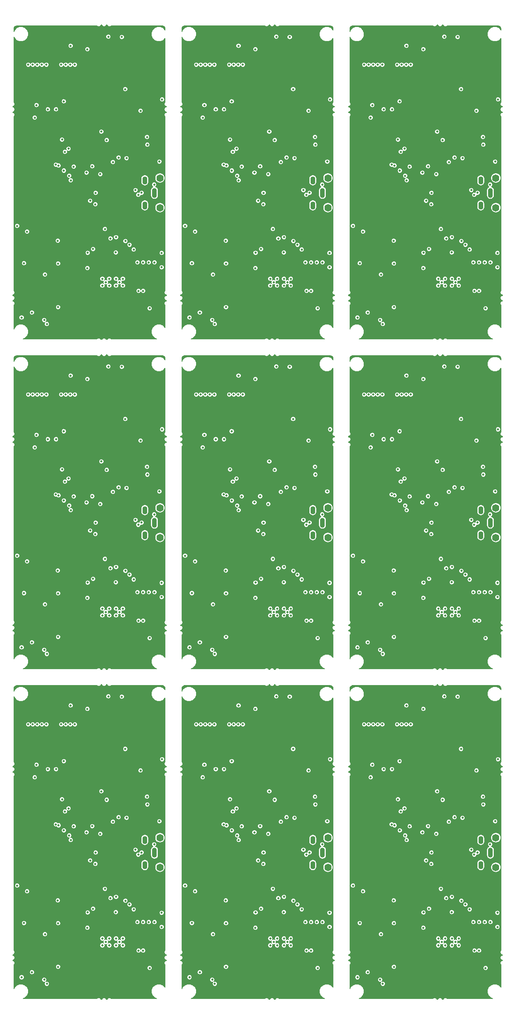
<source format=gbr>
G04 #@! TF.GenerationSoftware,KiCad,Pcbnew,(5.0.0)*
G04 #@! TF.CreationDate,2019-01-02T15:44:26-06:00*
G04 #@! TF.ProjectId,fk-sonar-v0.07-03x03,666B2D736F6E61722D76302E30372D30,0.1*
G04 #@! TF.SameCoordinates,Original*
G04 #@! TF.FileFunction,Copper,L2,Inr,Signal*
G04 #@! TF.FilePolarity,Positive*
%FSLAX46Y46*%
G04 Gerber Fmt 4.6, Leading zero omitted, Abs format (unit mm)*
G04 Created by KiCad (PCBNEW (5.0.0)) date 01/02/19 15:44:26*
%MOMM*%
%LPD*%
G01*
G04 APERTURE LIST*
G04 #@! TA.AperFunction,ViaPad*
%ADD10O,1.100000X2.200000*%
G04 #@! TD*
G04 #@! TA.AperFunction,ViaPad*
%ADD11O,1.100000X1.800000*%
G04 #@! TD*
G04 #@! TA.AperFunction,ViaPad*
%ADD12O,1.600000X1.651000*%
G04 #@! TD*
G04 #@! TA.AperFunction,ViaPad*
%ADD13C,0.500000*%
G04 #@! TD*
G04 #@! TA.AperFunction,Conductor*
%ADD14C,0.203200*%
G04 #@! TD*
G04 APERTURE END LIST*
D10*
G04 #@! TO.N,Net-(J4-Pad8)*
G04 #@! TO.C,J4*
X179854000Y-201612000D03*
D11*
G04 #@! TO.N,Net-(J4-Pad7)*
X177704000Y-198812000D03*
G04 #@! TO.N,Net-(C13-Pad1)*
X177704000Y-204412000D03*
G04 #@! TD*
D10*
G04 #@! TO.N,Net-(J4-Pad8)*
G04 #@! TO.C,J4*
X142354000Y-201612000D03*
D11*
G04 #@! TO.N,Net-(J4-Pad7)*
X140204000Y-198812000D03*
G04 #@! TO.N,Net-(C13-Pad1)*
X140204000Y-204412000D03*
G04 #@! TD*
D10*
G04 #@! TO.N,Net-(J4-Pad8)*
G04 #@! TO.C,J4*
X104854000Y-201612000D03*
D11*
G04 #@! TO.N,Net-(J4-Pad7)*
X102704000Y-198812000D03*
G04 #@! TO.N,Net-(C13-Pad1)*
X102704000Y-204412000D03*
G04 #@! TD*
D10*
G04 #@! TO.N,Net-(J4-Pad8)*
G04 #@! TO.C,J4*
X179854000Y-128112000D03*
D11*
G04 #@! TO.N,Net-(J4-Pad7)*
X177704000Y-125312000D03*
G04 #@! TO.N,Net-(C13-Pad1)*
X177704000Y-130912000D03*
G04 #@! TD*
D10*
G04 #@! TO.N,Net-(J4-Pad8)*
G04 #@! TO.C,J4*
X142354000Y-128112000D03*
D11*
G04 #@! TO.N,Net-(J4-Pad7)*
X140204000Y-125312000D03*
G04 #@! TO.N,Net-(C13-Pad1)*
X140204000Y-130912000D03*
G04 #@! TD*
D10*
G04 #@! TO.N,Net-(J4-Pad8)*
G04 #@! TO.C,J4*
X104854000Y-128112000D03*
D11*
G04 #@! TO.N,Net-(J4-Pad7)*
X102704000Y-125312000D03*
G04 #@! TO.N,Net-(C13-Pad1)*
X102704000Y-130912000D03*
G04 #@! TD*
D10*
G04 #@! TO.N,Net-(J4-Pad8)*
G04 #@! TO.C,J4*
X179854000Y-54612000D03*
D11*
G04 #@! TO.N,Net-(J4-Pad7)*
X177704000Y-51812000D03*
G04 #@! TO.N,Net-(C13-Pad1)*
X177704000Y-57412000D03*
G04 #@! TD*
D10*
G04 #@! TO.N,Net-(J4-Pad8)*
G04 #@! TO.C,J4*
X142354000Y-54612000D03*
D11*
G04 #@! TO.N,Net-(J4-Pad7)*
X140204000Y-51812000D03*
G04 #@! TO.N,Net-(C13-Pad1)*
X140204000Y-57412000D03*
G04 #@! TD*
D12*
G04 #@! TO.N,*
G04 #@! TO.C,J3*
X181064500Y-198312000D03*
X181064500Y-204912000D03*
G04 #@! TD*
G04 #@! TO.N,*
G04 #@! TO.C,J3*
X143564500Y-198312000D03*
X143564500Y-204912000D03*
G04 #@! TD*
G04 #@! TO.N,*
G04 #@! TO.C,J3*
X106064500Y-198312000D03*
X106064500Y-204912000D03*
G04 #@! TD*
G04 #@! TO.N,*
G04 #@! TO.C,J3*
X181064500Y-124812000D03*
X181064500Y-131412000D03*
G04 #@! TD*
G04 #@! TO.N,*
G04 #@! TO.C,J3*
X143564500Y-124812000D03*
X143564500Y-131412000D03*
G04 #@! TD*
G04 #@! TO.N,*
G04 #@! TO.C,J3*
X106064500Y-124812000D03*
X106064500Y-131412000D03*
G04 #@! TD*
G04 #@! TO.N,*
G04 #@! TO.C,J3*
X181064500Y-51312000D03*
X181064500Y-57912000D03*
G04 #@! TD*
G04 #@! TO.N,*
G04 #@! TO.C,J3*
X143564500Y-51312000D03*
X143564500Y-57912000D03*
G04 #@! TD*
G04 #@! TO.N,*
G04 #@! TO.C,J3*
X106064500Y-57912000D03*
X106064500Y-51312000D03*
G04 #@! TD*
D11*
G04 #@! TO.N,Net-(C13-Pad1)*
G04 #@! TO.C,J4*
X102704000Y-57412000D03*
G04 #@! TO.N,Net-(J4-Pad7)*
X102704000Y-51812000D03*
D10*
G04 #@! TO.N,Net-(J4-Pad8)*
X104854000Y-54612000D03*
G04 #@! TD*
D13*
G04 #@! TO.N,GND*
X87074000Y-27307000D03*
X86058000Y-27307000D03*
X85042000Y-27307000D03*
X84026000Y-27307000D03*
X80724000Y-27307000D03*
X79708000Y-27307000D03*
X78692000Y-27307000D03*
X77676000Y-27307000D03*
X76660000Y-27307000D03*
X95710000Y-19687000D03*
X88852000Y-35054000D03*
X86058000Y-18290000D03*
X76406000Y-60708000D03*
X75390000Y-49786000D03*
X92662000Y-46992000D03*
X105108000Y-80012000D03*
X97551500Y-64645000D03*
X97551500Y-67756500D03*
X98123000Y-66232500D03*
X95583000Y-78410000D03*
X93995500Y-78410000D03*
X97234000Y-78424500D03*
X99583500Y-73217500D03*
X103266500Y-45404500D03*
X105806500Y-49214500D03*
X98123000Y-48516000D03*
X80724000Y-38610900D03*
X82438500Y-38610900D03*
X82184500Y-49468500D03*
X86248500Y-48198500D03*
X83327500Y-81218500D03*
X77485500Y-80393000D03*
X75707500Y-71566500D03*
X83391000Y-71503000D03*
X90439500Y-58104500D03*
X87010500Y-43245500D03*
X91341776Y-44131285D03*
X95583000Y-38826800D03*
X92281000Y-78449000D03*
X98885000Y-78449000D03*
X99456500Y-53278500D03*
X101615500Y-56707500D03*
X95392500Y-55882000D03*
X94694000Y-54929500D03*
X98631000Y-57469500D03*
X101742500Y-35054000D03*
X101742500Y-33847500D03*
X100155000Y-30609000D03*
X102123500Y-65343500D03*
X105298500Y-61939000D03*
X91265000Y-64073500D03*
X104536500Y-36006500D03*
X104536500Y-39372000D03*
X112890000Y-49786000D03*
X150390000Y-49786000D03*
X75390000Y-123286000D03*
X112890000Y-123286000D03*
X150390000Y-123286000D03*
X75390000Y-196786000D03*
X112890000Y-196786000D03*
X150390000Y-196786000D03*
X123558000Y-18290000D03*
X161058000Y-18290000D03*
X86058000Y-91790000D03*
X123558000Y-91790000D03*
X161058000Y-91790000D03*
X86058000Y-165290000D03*
X123558000Y-165290000D03*
X161058000Y-165290000D03*
X113906000Y-60708000D03*
X151406000Y-60708000D03*
X76406000Y-134208000D03*
X113906000Y-134208000D03*
X151406000Y-134208000D03*
X76406000Y-207708000D03*
X113906000Y-207708000D03*
X151406000Y-207708000D03*
X122542000Y-27307000D03*
X160042000Y-27307000D03*
X85042000Y-100807000D03*
X122542000Y-100807000D03*
X160042000Y-100807000D03*
X85042000Y-174307000D03*
X122542000Y-174307000D03*
X160042000Y-174307000D03*
X121526000Y-27307000D03*
X159026000Y-27307000D03*
X84026000Y-100807000D03*
X121526000Y-100807000D03*
X159026000Y-100807000D03*
X84026000Y-174307000D03*
X121526000Y-174307000D03*
X159026000Y-174307000D03*
X118224000Y-27307000D03*
X155724000Y-27307000D03*
X80724000Y-100807000D03*
X118224000Y-100807000D03*
X155724000Y-100807000D03*
X80724000Y-174307000D03*
X118224000Y-174307000D03*
X155724000Y-174307000D03*
X116192000Y-27307000D03*
X153692000Y-27307000D03*
X78692000Y-100807000D03*
X116192000Y-100807000D03*
X153692000Y-100807000D03*
X78692000Y-174307000D03*
X116192000Y-174307000D03*
X153692000Y-174307000D03*
X115176000Y-27307000D03*
X152676000Y-27307000D03*
X77676000Y-100807000D03*
X115176000Y-100807000D03*
X152676000Y-100807000D03*
X77676000Y-174307000D03*
X115176000Y-174307000D03*
X152676000Y-174307000D03*
X114160000Y-27307000D03*
X151660000Y-27307000D03*
X76660000Y-100807000D03*
X114160000Y-100807000D03*
X151660000Y-100807000D03*
X76660000Y-174307000D03*
X114160000Y-174307000D03*
X151660000Y-174307000D03*
X124574000Y-27307000D03*
X162074000Y-27307000D03*
X87074000Y-100807000D03*
X124574000Y-100807000D03*
X162074000Y-100807000D03*
X87074000Y-174307000D03*
X124574000Y-174307000D03*
X162074000Y-174307000D03*
X117208000Y-27307000D03*
X154708000Y-27307000D03*
X79708000Y-100807000D03*
X117208000Y-100807000D03*
X154708000Y-100807000D03*
X79708000Y-174307000D03*
X117208000Y-174307000D03*
X154708000Y-174307000D03*
X123558000Y-27307000D03*
X161058000Y-27307000D03*
X86058000Y-100807000D03*
X123558000Y-100807000D03*
X161058000Y-100807000D03*
X86058000Y-174307000D03*
X123558000Y-174307000D03*
X161058000Y-174307000D03*
X133210000Y-19687000D03*
X170710000Y-19687000D03*
X95710000Y-93187000D03*
X133210000Y-93187000D03*
X170710000Y-93187000D03*
X95710000Y-166687000D03*
X133210000Y-166687000D03*
X170710000Y-166687000D03*
X126352000Y-35054000D03*
X163852000Y-35054000D03*
X88852000Y-108554000D03*
X126352000Y-108554000D03*
X163852000Y-108554000D03*
X88852000Y-182054000D03*
X126352000Y-182054000D03*
X163852000Y-182054000D03*
X135623000Y-66232500D03*
X173123000Y-66232500D03*
X98123000Y-139732500D03*
X135623000Y-139732500D03*
X173123000Y-139732500D03*
X98123000Y-213232500D03*
X135623000Y-213232500D03*
X173123000Y-213232500D03*
X124510500Y-43245500D03*
X162010500Y-43245500D03*
X87010500Y-116745500D03*
X124510500Y-116745500D03*
X162010500Y-116745500D03*
X87010500Y-190245500D03*
X124510500Y-190245500D03*
X162010500Y-190245500D03*
X136131000Y-57469500D03*
X173631000Y-57469500D03*
X98631000Y-130969500D03*
X136131000Y-130969500D03*
X173631000Y-130969500D03*
X98631000Y-204469500D03*
X136131000Y-204469500D03*
X173631000Y-204469500D03*
X127939500Y-58104500D03*
X165439500Y-58104500D03*
X90439500Y-131604500D03*
X127939500Y-131604500D03*
X165439500Y-131604500D03*
X90439500Y-205104500D03*
X127939500Y-205104500D03*
X165439500Y-205104500D03*
X139242500Y-35054000D03*
X176742500Y-35054000D03*
X101742500Y-108554000D03*
X139242500Y-108554000D03*
X176742500Y-108554000D03*
X101742500Y-182054000D03*
X139242500Y-182054000D03*
X176742500Y-182054000D03*
X142036500Y-39372000D03*
X179536500Y-39372000D03*
X104536500Y-112872000D03*
X142036500Y-112872000D03*
X179536500Y-112872000D03*
X104536500Y-186372000D03*
X142036500Y-186372000D03*
X179536500Y-186372000D03*
X123748500Y-48198500D03*
X161248500Y-48198500D03*
X86248500Y-121698500D03*
X123748500Y-121698500D03*
X161248500Y-121698500D03*
X86248500Y-195198500D03*
X123748500Y-195198500D03*
X161248500Y-195198500D03*
X132194000Y-54929500D03*
X169694000Y-54929500D03*
X94694000Y-128429500D03*
X132194000Y-128429500D03*
X169694000Y-128429500D03*
X94694000Y-201929500D03*
X132194000Y-201929500D03*
X169694000Y-201929500D03*
X135051500Y-67756500D03*
X172551500Y-67756500D03*
X97551500Y-141256500D03*
X135051500Y-141256500D03*
X172551500Y-141256500D03*
X97551500Y-214756500D03*
X135051500Y-214756500D03*
X172551500Y-214756500D03*
X131495500Y-78410000D03*
X168995500Y-78410000D03*
X93995500Y-151910000D03*
X131495500Y-151910000D03*
X168995500Y-151910000D03*
X93995500Y-225410000D03*
X131495500Y-225410000D03*
X168995500Y-225410000D03*
X113207500Y-71566500D03*
X150707500Y-71566500D03*
X75707500Y-145066500D03*
X113207500Y-145066500D03*
X150707500Y-145066500D03*
X75707500Y-218566500D03*
X113207500Y-218566500D03*
X150707500Y-218566500D03*
X119684500Y-49468500D03*
X157184500Y-49468500D03*
X82184500Y-122968500D03*
X119684500Y-122968500D03*
X157184500Y-122968500D03*
X82184500Y-196468500D03*
X119684500Y-196468500D03*
X157184500Y-196468500D03*
X143306500Y-49214500D03*
X180806500Y-49214500D03*
X105806500Y-122714500D03*
X143306500Y-122714500D03*
X180806500Y-122714500D03*
X105806500Y-196214500D03*
X143306500Y-196214500D03*
X180806500Y-196214500D03*
X133083000Y-78410000D03*
X170583000Y-78410000D03*
X95583000Y-151910000D03*
X133083000Y-151910000D03*
X170583000Y-151910000D03*
X95583000Y-225410000D03*
X133083000Y-225410000D03*
X170583000Y-225410000D03*
X142608000Y-80012000D03*
X180108000Y-80012000D03*
X105108000Y-153512000D03*
X142608000Y-153512000D03*
X180108000Y-153512000D03*
X105108000Y-227012000D03*
X142608000Y-227012000D03*
X180108000Y-227012000D03*
X140766500Y-45404500D03*
X178266500Y-45404500D03*
X103266500Y-118904500D03*
X140766500Y-118904500D03*
X178266500Y-118904500D03*
X103266500Y-192404500D03*
X140766500Y-192404500D03*
X178266500Y-192404500D03*
X135623000Y-48516000D03*
X173123000Y-48516000D03*
X98123000Y-122016000D03*
X135623000Y-122016000D03*
X173123000Y-122016000D03*
X98123000Y-195516000D03*
X135623000Y-195516000D03*
X173123000Y-195516000D03*
X133083000Y-38826800D03*
X170583000Y-38826800D03*
X95583000Y-112326800D03*
X133083000Y-112326800D03*
X170583000Y-112326800D03*
X95583000Y-185826800D03*
X133083000Y-185826800D03*
X170583000Y-185826800D03*
X114985500Y-80393000D03*
X152485500Y-80393000D03*
X77485500Y-153893000D03*
X114985500Y-153893000D03*
X152485500Y-153893000D03*
X77485500Y-227393000D03*
X114985500Y-227393000D03*
X152485500Y-227393000D03*
X136385000Y-78449000D03*
X173885000Y-78449000D03*
X98885000Y-151949000D03*
X136385000Y-151949000D03*
X173885000Y-151949000D03*
X98885000Y-225449000D03*
X136385000Y-225449000D03*
X173885000Y-225449000D03*
X137655000Y-30609000D03*
X175155000Y-30609000D03*
X100155000Y-104109000D03*
X137655000Y-104109000D03*
X175155000Y-104109000D03*
X100155000Y-177609000D03*
X137655000Y-177609000D03*
X175155000Y-177609000D03*
X118224000Y-38610900D03*
X155724000Y-38610900D03*
X80724000Y-112110900D03*
X118224000Y-112110900D03*
X155724000Y-112110900D03*
X80724000Y-185610900D03*
X118224000Y-185610900D03*
X155724000Y-185610900D03*
X139115500Y-56707500D03*
X176615500Y-56707500D03*
X101615500Y-130207500D03*
X139115500Y-130207500D03*
X176615500Y-130207500D03*
X101615500Y-203707500D03*
X139115500Y-203707500D03*
X176615500Y-203707500D03*
X128841776Y-44131285D03*
X166341776Y-44131285D03*
X91341776Y-117631285D03*
X128841776Y-117631285D03*
X166341776Y-117631285D03*
X91341776Y-191131285D03*
X128841776Y-191131285D03*
X166341776Y-191131285D03*
X128765000Y-64073500D03*
X166265000Y-64073500D03*
X91265000Y-137573500D03*
X128765000Y-137573500D03*
X166265000Y-137573500D03*
X91265000Y-211073500D03*
X128765000Y-211073500D03*
X166265000Y-211073500D03*
X142036500Y-36006500D03*
X179536500Y-36006500D03*
X104536500Y-109506500D03*
X142036500Y-109506500D03*
X179536500Y-109506500D03*
X104536500Y-183006500D03*
X142036500Y-183006500D03*
X179536500Y-183006500D03*
X130162000Y-46992000D03*
X167662000Y-46992000D03*
X92662000Y-120492000D03*
X130162000Y-120492000D03*
X167662000Y-120492000D03*
X92662000Y-193992000D03*
X130162000Y-193992000D03*
X167662000Y-193992000D03*
X134734000Y-78424500D03*
X172234000Y-78424500D03*
X97234000Y-151924500D03*
X134734000Y-151924500D03*
X172234000Y-151924500D03*
X97234000Y-225424500D03*
X134734000Y-225424500D03*
X172234000Y-225424500D03*
X120827500Y-81218500D03*
X158327500Y-81218500D03*
X83327500Y-154718500D03*
X120827500Y-154718500D03*
X158327500Y-154718500D03*
X83327500Y-228218500D03*
X120827500Y-228218500D03*
X158327500Y-228218500D03*
X139242500Y-33847500D03*
X176742500Y-33847500D03*
X101742500Y-107347500D03*
X139242500Y-107347500D03*
X176742500Y-107347500D03*
X101742500Y-180847500D03*
X139242500Y-180847500D03*
X176742500Y-180847500D03*
X142798500Y-61939000D03*
X180298500Y-61939000D03*
X105298500Y-135439000D03*
X142798500Y-135439000D03*
X180298500Y-135439000D03*
X105298500Y-208939000D03*
X142798500Y-208939000D03*
X180298500Y-208939000D03*
X119938500Y-38610900D03*
X157438500Y-38610900D03*
X82438500Y-112110900D03*
X119938500Y-112110900D03*
X157438500Y-112110900D03*
X82438500Y-185610900D03*
X119938500Y-185610900D03*
X157438500Y-185610900D03*
X129781000Y-78449000D03*
X167281000Y-78449000D03*
X92281000Y-151949000D03*
X129781000Y-151949000D03*
X167281000Y-151949000D03*
X92281000Y-225449000D03*
X129781000Y-225449000D03*
X167281000Y-225449000D03*
X120891000Y-71503000D03*
X158391000Y-71503000D03*
X83391000Y-145003000D03*
X120891000Y-145003000D03*
X158391000Y-145003000D03*
X83391000Y-218503000D03*
X120891000Y-218503000D03*
X158391000Y-218503000D03*
X139623500Y-65343500D03*
X177123500Y-65343500D03*
X102123500Y-138843500D03*
X139623500Y-138843500D03*
X177123500Y-138843500D03*
X102123500Y-212343500D03*
X139623500Y-212343500D03*
X177123500Y-212343500D03*
X136956500Y-53278500D03*
X174456500Y-53278500D03*
X99456500Y-126778500D03*
X136956500Y-126778500D03*
X174456500Y-126778500D03*
X99456500Y-200278500D03*
X136956500Y-200278500D03*
X174456500Y-200278500D03*
X132892500Y-55882000D03*
X170392500Y-55882000D03*
X95392500Y-129382000D03*
X132892500Y-129382000D03*
X170392500Y-129382000D03*
X95392500Y-202882000D03*
X132892500Y-202882000D03*
X170392500Y-202882000D03*
X135051500Y-64645000D03*
X172551500Y-64645000D03*
X97551500Y-138145000D03*
X135051500Y-138145000D03*
X172551500Y-138145000D03*
X97551500Y-211645000D03*
X135051500Y-211645000D03*
X172551500Y-211645000D03*
X137083500Y-73217500D03*
X174583500Y-73217500D03*
X99583500Y-146717500D03*
X137083500Y-146717500D03*
X174583500Y-146717500D03*
X99583500Y-220217500D03*
X137083500Y-220217500D03*
X174583500Y-220217500D03*
G04 #@! TO.N,3V3*
X76660000Y-26037000D03*
X77676000Y-26037000D03*
X78692000Y-26037000D03*
X79708000Y-26037000D03*
X80724000Y-26037000D03*
X84026000Y-26037000D03*
X85042000Y-26037000D03*
X86058000Y-26037000D03*
X87074000Y-26037000D03*
X94567000Y-19814000D03*
X89868000Y-22608000D03*
X76406000Y-63248000D03*
X96268800Y-64475600D03*
X96218000Y-67883500D03*
X100218500Y-67248500D03*
X91138000Y-67121500D03*
X103266500Y-43880500D03*
X105933500Y-47627000D03*
X91709500Y-54612000D03*
X91646000Y-57152000D03*
X90503000Y-56365500D03*
X89931500Y-67947000D03*
X106441500Y-68010500D03*
X78501500Y-35054000D03*
X84597500Y-34228500D03*
X78120500Y-37848000D03*
X84613200Y-49654300D03*
X92979500Y-40959500D03*
X96853000Y-46738000D03*
X101742500Y-36324000D03*
X95583000Y-47754000D03*
X98377000Y-65343500D03*
X99266000Y-66169000D03*
X118224000Y-26037000D03*
X155724000Y-26037000D03*
X80724000Y-99537000D03*
X118224000Y-99537000D03*
X155724000Y-99537000D03*
X80724000Y-173037000D03*
X118224000Y-173037000D03*
X155724000Y-173037000D03*
X123558000Y-26037000D03*
X161058000Y-26037000D03*
X86058000Y-99537000D03*
X123558000Y-99537000D03*
X161058000Y-99537000D03*
X86058000Y-173037000D03*
X123558000Y-173037000D03*
X161058000Y-173037000D03*
X124574000Y-26037000D03*
X162074000Y-26037000D03*
X87074000Y-99537000D03*
X124574000Y-99537000D03*
X162074000Y-99537000D03*
X87074000Y-173037000D03*
X124574000Y-173037000D03*
X162074000Y-173037000D03*
X133768800Y-64475600D03*
X171268800Y-64475600D03*
X96268800Y-137975600D03*
X133768800Y-137975600D03*
X171268800Y-137975600D03*
X96268800Y-211475600D03*
X133768800Y-211475600D03*
X171268800Y-211475600D03*
X137718500Y-67248500D03*
X175218500Y-67248500D03*
X100218500Y-140748500D03*
X137718500Y-140748500D03*
X175218500Y-140748500D03*
X100218500Y-214248500D03*
X137718500Y-214248500D03*
X175218500Y-214248500D03*
X128638000Y-67121500D03*
X166138000Y-67121500D03*
X91138000Y-140621500D03*
X128638000Y-140621500D03*
X166138000Y-140621500D03*
X91138000Y-214121500D03*
X128638000Y-214121500D03*
X166138000Y-214121500D03*
X117208000Y-26037000D03*
X154708000Y-26037000D03*
X79708000Y-99537000D03*
X117208000Y-99537000D03*
X154708000Y-99537000D03*
X79708000Y-173037000D03*
X117208000Y-173037000D03*
X154708000Y-173037000D03*
X116192000Y-26037000D03*
X153692000Y-26037000D03*
X78692000Y-99537000D03*
X116192000Y-99537000D03*
X153692000Y-99537000D03*
X78692000Y-173037000D03*
X116192000Y-173037000D03*
X153692000Y-173037000D03*
X127368000Y-22608000D03*
X164868000Y-22608000D03*
X89868000Y-96108000D03*
X127368000Y-96108000D03*
X164868000Y-96108000D03*
X89868000Y-169608000D03*
X127368000Y-169608000D03*
X164868000Y-169608000D03*
X140766500Y-43880500D03*
X178266500Y-43880500D03*
X103266500Y-117380500D03*
X140766500Y-117380500D03*
X178266500Y-117380500D03*
X103266500Y-190880500D03*
X140766500Y-190880500D03*
X178266500Y-190880500D03*
X122542000Y-26037000D03*
X160042000Y-26037000D03*
X85042000Y-99537000D03*
X122542000Y-99537000D03*
X160042000Y-99537000D03*
X85042000Y-173037000D03*
X122542000Y-173037000D03*
X160042000Y-173037000D03*
X132067000Y-19814000D03*
X169567000Y-19814000D03*
X94567000Y-93314000D03*
X132067000Y-93314000D03*
X169567000Y-93314000D03*
X94567000Y-166814000D03*
X132067000Y-166814000D03*
X169567000Y-166814000D03*
X143433500Y-47627000D03*
X180933500Y-47627000D03*
X105933500Y-121127000D03*
X143433500Y-121127000D03*
X180933500Y-121127000D03*
X105933500Y-194627000D03*
X143433500Y-194627000D03*
X180933500Y-194627000D03*
X129209500Y-54612000D03*
X166709500Y-54612000D03*
X91709500Y-128112000D03*
X129209500Y-128112000D03*
X166709500Y-128112000D03*
X91709500Y-201612000D03*
X129209500Y-201612000D03*
X166709500Y-201612000D03*
X114160000Y-26037000D03*
X151660000Y-26037000D03*
X76660000Y-99537000D03*
X114160000Y-99537000D03*
X151660000Y-99537000D03*
X76660000Y-173037000D03*
X114160000Y-173037000D03*
X151660000Y-173037000D03*
X129146000Y-57152000D03*
X166646000Y-57152000D03*
X91646000Y-130652000D03*
X129146000Y-130652000D03*
X166646000Y-130652000D03*
X91646000Y-204152000D03*
X129146000Y-204152000D03*
X166646000Y-204152000D03*
X127431500Y-67947000D03*
X164931500Y-67947000D03*
X89931500Y-141447000D03*
X127431500Y-141447000D03*
X164931500Y-141447000D03*
X89931500Y-214947000D03*
X127431500Y-214947000D03*
X164931500Y-214947000D03*
X143941500Y-68010500D03*
X181441500Y-68010500D03*
X106441500Y-141510500D03*
X143941500Y-141510500D03*
X181441500Y-141510500D03*
X106441500Y-215010500D03*
X143941500Y-215010500D03*
X181441500Y-215010500D03*
X116001500Y-35054000D03*
X153501500Y-35054000D03*
X78501500Y-108554000D03*
X116001500Y-108554000D03*
X153501500Y-108554000D03*
X78501500Y-182054000D03*
X116001500Y-182054000D03*
X153501500Y-182054000D03*
X121526000Y-26037000D03*
X159026000Y-26037000D03*
X84026000Y-99537000D03*
X121526000Y-99537000D03*
X159026000Y-99537000D03*
X84026000Y-173037000D03*
X121526000Y-173037000D03*
X159026000Y-173037000D03*
X115176000Y-26037000D03*
X152676000Y-26037000D03*
X77676000Y-99537000D03*
X115176000Y-99537000D03*
X152676000Y-99537000D03*
X77676000Y-173037000D03*
X115176000Y-173037000D03*
X152676000Y-173037000D03*
X113906000Y-63248000D03*
X151406000Y-63248000D03*
X76406000Y-136748000D03*
X113906000Y-136748000D03*
X151406000Y-136748000D03*
X76406000Y-210248000D03*
X113906000Y-210248000D03*
X151406000Y-210248000D03*
X133718000Y-67883500D03*
X171218000Y-67883500D03*
X96218000Y-141383500D03*
X133718000Y-141383500D03*
X171218000Y-141383500D03*
X96218000Y-214883500D03*
X133718000Y-214883500D03*
X171218000Y-214883500D03*
X128003000Y-56365500D03*
X165503000Y-56365500D03*
X90503000Y-129865500D03*
X128003000Y-129865500D03*
X165503000Y-129865500D03*
X90503000Y-203365500D03*
X128003000Y-203365500D03*
X165503000Y-203365500D03*
X122097500Y-34228500D03*
X159597500Y-34228500D03*
X84597500Y-107728500D03*
X122097500Y-107728500D03*
X159597500Y-107728500D03*
X84597500Y-181228500D03*
X122097500Y-181228500D03*
X159597500Y-181228500D03*
X130479500Y-40959500D03*
X167979500Y-40959500D03*
X92979500Y-114459500D03*
X130479500Y-114459500D03*
X167979500Y-114459500D03*
X92979500Y-187959500D03*
X130479500Y-187959500D03*
X167979500Y-187959500D03*
X139242500Y-36324000D03*
X176742500Y-36324000D03*
X101742500Y-109824000D03*
X139242500Y-109824000D03*
X176742500Y-109824000D03*
X101742500Y-183324000D03*
X139242500Y-183324000D03*
X176742500Y-183324000D03*
X136766000Y-66169000D03*
X174266000Y-66169000D03*
X99266000Y-139669000D03*
X136766000Y-139669000D03*
X174266000Y-139669000D03*
X99266000Y-213169000D03*
X136766000Y-213169000D03*
X174266000Y-213169000D03*
X134353000Y-46738000D03*
X171853000Y-46738000D03*
X96853000Y-120238000D03*
X134353000Y-120238000D03*
X171853000Y-120238000D03*
X96853000Y-193738000D03*
X134353000Y-193738000D03*
X171853000Y-193738000D03*
X122113200Y-49654300D03*
X159613200Y-49654300D03*
X84613200Y-123154300D03*
X122113200Y-123154300D03*
X159613200Y-123154300D03*
X84613200Y-196654300D03*
X122113200Y-196654300D03*
X159613200Y-196654300D03*
X135877000Y-65343500D03*
X173377000Y-65343500D03*
X98377000Y-138843500D03*
X135877000Y-138843500D03*
X173377000Y-138843500D03*
X98377000Y-212343500D03*
X135877000Y-212343500D03*
X173377000Y-212343500D03*
X115620500Y-37848000D03*
X153120500Y-37848000D03*
X78120500Y-111348000D03*
X115620500Y-111348000D03*
X153120500Y-111348000D03*
X78120500Y-184848000D03*
X115620500Y-184848000D03*
X153120500Y-184848000D03*
X133083000Y-47754000D03*
X170583000Y-47754000D03*
X95583000Y-121254000D03*
X133083000Y-121254000D03*
X170583000Y-121254000D03*
X95583000Y-194754000D03*
X133083000Y-194754000D03*
X170583000Y-194754000D03*
G04 #@! TO.N,/RST*
X98313500Y-31510700D03*
X106543100Y-33809400D03*
X135813500Y-31510700D03*
X173313500Y-31510700D03*
X98313500Y-105010700D03*
X135813500Y-105010700D03*
X173313500Y-105010700D03*
X98313500Y-178510700D03*
X135813500Y-178510700D03*
X173313500Y-178510700D03*
X144043100Y-33809400D03*
X181543100Y-33809400D03*
X106543100Y-107309400D03*
X144043100Y-107309400D03*
X181543100Y-107309400D03*
X106543100Y-180809400D03*
X144043100Y-180809400D03*
X181543100Y-180809400D03*
G04 #@! TO.N,/RESET*
X94186000Y-42860510D03*
X103203000Y-42166000D03*
X131686000Y-42860510D03*
X169186000Y-42860510D03*
X94186000Y-116360510D03*
X131686000Y-116360510D03*
X169186000Y-116360510D03*
X94186000Y-189860510D03*
X131686000Y-189860510D03*
X169186000Y-189860510D03*
X140703000Y-42166000D03*
X178203000Y-42166000D03*
X103203000Y-115666000D03*
X140703000Y-115666000D03*
X178203000Y-115666000D03*
X103203000Y-189166000D03*
X140703000Y-189166000D03*
X178203000Y-189166000D03*
G04 #@! TO.N,/A1*
X84216500Y-42737500D03*
X74183500Y-61978000D03*
X111683500Y-61978000D03*
X149183500Y-61978000D03*
X74183500Y-135478000D03*
X111683500Y-135478000D03*
X149183500Y-135478000D03*
X74183500Y-208978000D03*
X111683500Y-208978000D03*
X149183500Y-208978000D03*
X121716500Y-42737500D03*
X159216500Y-42737500D03*
X84216500Y-116237500D03*
X121716500Y-116237500D03*
X159216500Y-116237500D03*
X84216500Y-189737500D03*
X121716500Y-189737500D03*
X159216500Y-189737500D03*
G04 #@! TO.N,/A3*
X85677000Y-44769500D03*
X86121500Y-21846000D03*
X123621500Y-21846000D03*
X161121500Y-21846000D03*
X86121500Y-95346000D03*
X123621500Y-95346000D03*
X161121500Y-95346000D03*
X86121500Y-168846000D03*
X123621500Y-168846000D03*
X161121500Y-168846000D03*
X123177000Y-44769500D03*
X160677000Y-44769500D03*
X85677000Y-118269500D03*
X123177000Y-118269500D03*
X160677000Y-118269500D03*
X85677000Y-191769500D03*
X123177000Y-191769500D03*
X160677000Y-191769500D03*
G04 #@! TO.N,/MOSI*
X104854000Y-70106000D03*
X86819986Y-48770000D03*
X124319986Y-48770000D03*
X161819986Y-48770000D03*
X86819986Y-122270000D03*
X124319986Y-122270000D03*
X161819986Y-122270000D03*
X86819986Y-195770000D03*
X124319986Y-195770000D03*
X161819986Y-195770000D03*
X142354000Y-70106000D03*
X179854000Y-70106000D03*
X104854000Y-143606000D03*
X142354000Y-143606000D03*
X179854000Y-143606000D03*
X104854000Y-217106000D03*
X142354000Y-217106000D03*
X179854000Y-217106000D03*
G04 #@! TO.N,/SCK*
X103584000Y-70106000D03*
X86155621Y-51818000D03*
X123655621Y-51818000D03*
X161155621Y-51818000D03*
X86155621Y-125318000D03*
X123655621Y-125318000D03*
X161155621Y-125318000D03*
X86155621Y-198818000D03*
X123655621Y-198818000D03*
X161155621Y-198818000D03*
X141084000Y-70106000D03*
X178584000Y-70106000D03*
X103584000Y-143606000D03*
X141084000Y-143606000D03*
X178584000Y-143606000D03*
X103584000Y-217106000D03*
X141084000Y-217106000D03*
X178584000Y-217106000D03*
G04 #@! TO.N,/MISO*
X102314000Y-76456000D03*
X85804000Y-50802000D03*
X123304000Y-50802000D03*
X160804000Y-50802000D03*
X85804000Y-124302000D03*
X123304000Y-124302000D03*
X160804000Y-124302000D03*
X85804000Y-197802000D03*
X123304000Y-197802000D03*
X160804000Y-197802000D03*
X139814000Y-76456000D03*
X177314000Y-76456000D03*
X102314000Y-149956000D03*
X139814000Y-149956000D03*
X177314000Y-149956000D03*
X102314000Y-223456000D03*
X139814000Y-223456000D03*
X177314000Y-223456000D03*
G04 #@! TO.N,/USB-*
X101234500Y-55056500D03*
X138734500Y-55056500D03*
X176234500Y-55056500D03*
X101234500Y-128556500D03*
X138734500Y-128556500D03*
X176234500Y-128556500D03*
X101234500Y-202056500D03*
X138734500Y-202056500D03*
X176234500Y-202056500D03*
G04 #@! TO.N,/USB+*
X101964921Y-54587559D03*
X139464921Y-54587559D03*
X176964921Y-54587559D03*
X101964921Y-128087559D03*
X139464921Y-128087559D03*
X176964921Y-128087559D03*
X101964921Y-201587559D03*
X139464921Y-201587559D03*
X176964921Y-201587559D03*
G04 #@! TO.N,VUSB*
X104790500Y-52770500D03*
X142290500Y-52770500D03*
X179790500Y-52770500D03*
X104790500Y-126270500D03*
X142290500Y-126270500D03*
X179790500Y-126270500D03*
X104790500Y-199770500D03*
X142290500Y-199770500D03*
X179790500Y-199770500D03*
G04 #@! TO.N,/D13*
X97551500Y-19877500D03*
X89677500Y-50103500D03*
X135051500Y-19877500D03*
X172551500Y-19877500D03*
X97551500Y-93377500D03*
X135051500Y-93377500D03*
X172551500Y-93377500D03*
X97551500Y-166877500D03*
X135051500Y-166877500D03*
X172551500Y-166877500D03*
X127177500Y-50103500D03*
X164677500Y-50103500D03*
X89677500Y-123603500D03*
X127177500Y-123603500D03*
X164677500Y-123603500D03*
X89677500Y-197103500D03*
X127177500Y-197103500D03*
X164677500Y-197103500D03*
G04 #@! TO.N,/SCL1*
X80419200Y-72813800D03*
X80241402Y-82933000D03*
X117919200Y-72813800D03*
X155419200Y-72813800D03*
X80419200Y-146313800D03*
X117919200Y-146313800D03*
X155419200Y-146313800D03*
X80419200Y-219813800D03*
X117919200Y-219813800D03*
X155419200Y-219813800D03*
X117741402Y-82933000D03*
X155241402Y-82933000D03*
X80241402Y-156433000D03*
X117741402Y-156433000D03*
X155241402Y-156433000D03*
X80241402Y-229933000D03*
X117741402Y-229933000D03*
X155241402Y-229933000D03*
G04 #@! TO.N,/SDA1*
X80825600Y-83847400D03*
X75186800Y-82399600D03*
X83264000Y-65280000D03*
X118325600Y-83847400D03*
X155825600Y-83847400D03*
X80825600Y-157347400D03*
X118325600Y-157347400D03*
X155825600Y-157347400D03*
X80825600Y-230847400D03*
X118325600Y-230847400D03*
X155825600Y-230847400D03*
X120764000Y-65280000D03*
X158264000Y-65280000D03*
X83264000Y-138780000D03*
X120764000Y-138780000D03*
X158264000Y-138780000D03*
X83264000Y-212280000D03*
X120764000Y-212280000D03*
X158264000Y-212280000D03*
X112686800Y-82399600D03*
X150186800Y-82399600D03*
X75186800Y-155899600D03*
X112686800Y-155899600D03*
X150186800Y-155899600D03*
X75186800Y-229399600D03*
X112686800Y-229399600D03*
X150186800Y-229399600D03*
G04 #@! TO.N,/SDA3*
X82819500Y-48325500D03*
X81041500Y-36006500D03*
X118541500Y-36006500D03*
X156041500Y-36006500D03*
X81041500Y-109506500D03*
X118541500Y-109506500D03*
X156041500Y-109506500D03*
X81041500Y-183006500D03*
X118541500Y-183006500D03*
X156041500Y-183006500D03*
X120319500Y-48325500D03*
X157819500Y-48325500D03*
X82819500Y-121825500D03*
X120319500Y-121825500D03*
X157819500Y-121825500D03*
X82819500Y-195325500D03*
X120319500Y-195325500D03*
X157819500Y-195325500D03*
G04 #@! TO.N,/SCL3*
X82883000Y-36006500D03*
X83437574Y-48534367D03*
X120937574Y-48534367D03*
X158437574Y-48534367D03*
X83437574Y-122034367D03*
X120937574Y-122034367D03*
X158437574Y-122034367D03*
X83437574Y-195534367D03*
X120937574Y-195534367D03*
X158437574Y-195534367D03*
X120383000Y-36006500D03*
X157883000Y-36006500D03*
X82883000Y-109506500D03*
X120383000Y-109506500D03*
X157883000Y-109506500D03*
X82883000Y-183006500D03*
X120383000Y-183006500D03*
X157883000Y-183006500D03*
G04 #@! TO.N,/D6_FLASH_CS*
X101298000Y-76456000D03*
X92750657Y-50450156D03*
X130250657Y-50450156D03*
X167750657Y-50450156D03*
X92750657Y-123950156D03*
X130250657Y-123950156D03*
X167750657Y-123950156D03*
X92750657Y-197450156D03*
X130250657Y-197450156D03*
X167750657Y-197450156D03*
X138798000Y-76456000D03*
X176298000Y-76456000D03*
X101298000Y-149956000D03*
X138798000Y-149956000D03*
X176298000Y-149956000D03*
X101298000Y-223456000D03*
X138798000Y-223456000D03*
X176298000Y-223456000D03*
G04 #@! TO.N,/PERIPH_3V3*
X97792800Y-73763600D03*
X96268800Y-73763600D03*
X96268800Y-75287600D03*
X97792800Y-75287600D03*
X97030800Y-74525600D03*
X102314000Y-70106000D03*
X101044000Y-70106000D03*
X106441500Y-71185500D03*
X103774500Y-80329500D03*
X133768800Y-73763600D03*
X171268800Y-73763600D03*
X96268800Y-147263600D03*
X133768800Y-147263600D03*
X171268800Y-147263600D03*
X96268800Y-220763600D03*
X133768800Y-220763600D03*
X171268800Y-220763600D03*
X138544000Y-70106000D03*
X176044000Y-70106000D03*
X101044000Y-143606000D03*
X138544000Y-143606000D03*
X176044000Y-143606000D03*
X101044000Y-217106000D03*
X138544000Y-217106000D03*
X176044000Y-217106000D03*
X141274500Y-80329500D03*
X178774500Y-80329500D03*
X103774500Y-153829500D03*
X141274500Y-153829500D03*
X178774500Y-153829500D03*
X103774500Y-227329500D03*
X141274500Y-227329500D03*
X178774500Y-227329500D03*
X135292800Y-75287600D03*
X172792800Y-75287600D03*
X97792800Y-148787600D03*
X135292800Y-148787600D03*
X172792800Y-148787600D03*
X97792800Y-222287600D03*
X135292800Y-222287600D03*
X172792800Y-222287600D03*
X134530800Y-74525600D03*
X172030800Y-74525600D03*
X97030800Y-148025600D03*
X134530800Y-148025600D03*
X172030800Y-148025600D03*
X97030800Y-221525600D03*
X134530800Y-221525600D03*
X172030800Y-221525600D03*
X143941500Y-71185500D03*
X181441500Y-71185500D03*
X106441500Y-144685500D03*
X143941500Y-144685500D03*
X181441500Y-144685500D03*
X106441500Y-218185500D03*
X143941500Y-218185500D03*
X181441500Y-218185500D03*
X139814000Y-70106000D03*
X177314000Y-70106000D03*
X102314000Y-143606000D03*
X139814000Y-143606000D03*
X177314000Y-143606000D03*
X102314000Y-217106000D03*
X139814000Y-217106000D03*
X177314000Y-217106000D03*
X133768800Y-75287600D03*
X171268800Y-75287600D03*
X96268800Y-148787600D03*
X133768800Y-148787600D03*
X171268800Y-148787600D03*
X96268800Y-222287600D03*
X133768800Y-222287600D03*
X171268800Y-222287600D03*
X135292800Y-73763600D03*
X172792800Y-73763600D03*
X97792800Y-147263600D03*
X135292800Y-147263600D03*
X172792800Y-147263600D03*
X97792800Y-220763600D03*
X135292800Y-220763600D03*
X172792800Y-220763600D03*
G04 #@! TO.N,/D8_PERIPH_EN*
X95011500Y-64772000D03*
X84851500Y-45468000D03*
X132511500Y-64772000D03*
X170011500Y-64772000D03*
X95011500Y-138272000D03*
X132511500Y-138272000D03*
X170011500Y-138272000D03*
X95011500Y-211772000D03*
X132511500Y-211772000D03*
X170011500Y-211772000D03*
X122351500Y-45468000D03*
X159851500Y-45468000D03*
X84851500Y-118968000D03*
X122351500Y-118968000D03*
X159851500Y-118968000D03*
X84851500Y-192468000D03*
X122351500Y-192468000D03*
X159851500Y-192468000D03*
G04 #@! TO.N,/SENSOR_3V3*
X93220800Y-73763600D03*
X94744800Y-73763600D03*
X94744800Y-75287600D03*
X93220800Y-75287600D03*
X93982800Y-74525600D03*
X89868000Y-71376000D03*
X83327500Y-80075500D03*
X77485500Y-81282000D03*
X75707500Y-70296500D03*
X83327500Y-70360000D03*
X120827500Y-80075500D03*
X158327500Y-80075500D03*
X83327500Y-153575500D03*
X120827500Y-153575500D03*
X158327500Y-153575500D03*
X83327500Y-227075500D03*
X120827500Y-227075500D03*
X158327500Y-227075500D03*
X132244800Y-75287600D03*
X169744800Y-75287600D03*
X94744800Y-148787600D03*
X132244800Y-148787600D03*
X169744800Y-148787600D03*
X94744800Y-222287600D03*
X132244800Y-222287600D03*
X169744800Y-222287600D03*
X120827500Y-70360000D03*
X158327500Y-70360000D03*
X83327500Y-143860000D03*
X120827500Y-143860000D03*
X158327500Y-143860000D03*
X83327500Y-217360000D03*
X120827500Y-217360000D03*
X158327500Y-217360000D03*
X130720800Y-75287600D03*
X168220800Y-75287600D03*
X93220800Y-148787600D03*
X130720800Y-148787600D03*
X168220800Y-148787600D03*
X93220800Y-222287600D03*
X130720800Y-222287600D03*
X168220800Y-222287600D03*
X130720800Y-73763600D03*
X168220800Y-73763600D03*
X93220800Y-147263600D03*
X130720800Y-147263600D03*
X168220800Y-147263600D03*
X93220800Y-220763600D03*
X130720800Y-220763600D03*
X168220800Y-220763600D03*
X113207500Y-70296500D03*
X150707500Y-70296500D03*
X75707500Y-143796500D03*
X113207500Y-143796500D03*
X150707500Y-143796500D03*
X75707500Y-217296500D03*
X113207500Y-217296500D03*
X150707500Y-217296500D03*
X114985500Y-81282000D03*
X152485500Y-81282000D03*
X77485500Y-154782000D03*
X114985500Y-154782000D03*
X152485500Y-154782000D03*
X77485500Y-228282000D03*
X114985500Y-228282000D03*
X152485500Y-228282000D03*
X131482800Y-74525600D03*
X168982800Y-74525600D03*
X93982800Y-148025600D03*
X131482800Y-148025600D03*
X168982800Y-148025600D03*
X93982800Y-221525600D03*
X131482800Y-221525600D03*
X168982800Y-221525600D03*
X127368000Y-71376000D03*
X164868000Y-71376000D03*
X89868000Y-144876000D03*
X127368000Y-144876000D03*
X164868000Y-144876000D03*
X89868000Y-218376000D03*
X127368000Y-218376000D03*
X164868000Y-218376000D03*
X132244800Y-73763600D03*
X169744800Y-73763600D03*
X94744800Y-147263600D03*
X132244800Y-147263600D03*
X169744800Y-147263600D03*
X94744800Y-220763600D03*
X132244800Y-220763600D03*
X169744800Y-220763600D03*
G04 #@! TO.N,Net-(J3-Pad4)*
X98631000Y-46865000D03*
X100599500Y-53977000D03*
X136131000Y-46865000D03*
X173631000Y-46865000D03*
X98631000Y-120365000D03*
X136131000Y-120365000D03*
X173631000Y-120365000D03*
X98631000Y-193865000D03*
X136131000Y-193865000D03*
X173631000Y-193865000D03*
X138099500Y-53977000D03*
X175599500Y-53977000D03*
X100599500Y-127477000D03*
X138099500Y-127477000D03*
X175599500Y-127477000D03*
X100599500Y-200977000D03*
X138099500Y-200977000D03*
X175599500Y-200977000D03*
G04 #@! TO.N,/D7_SENSOR_EN*
X90947500Y-48706500D03*
X93805000Y-62676504D03*
X131305000Y-62676504D03*
X168805000Y-62676504D03*
X93805000Y-136176504D03*
X131305000Y-136176504D03*
X168805000Y-136176504D03*
X93805000Y-209676504D03*
X131305000Y-209676504D03*
X168805000Y-209676504D03*
X128447500Y-48706500D03*
X165947500Y-48706500D03*
X90947500Y-122206500D03*
X128447500Y-122206500D03*
X165947500Y-122206500D03*
X90947500Y-195706500D03*
X128447500Y-195706500D03*
X165947500Y-195706500D03*
G04 #@! TD*
D14*
G04 #@! TO.N,GND*
G36*
X93045200Y-17130357D02*
X93129663Y-17334269D01*
X93285731Y-17490337D01*
X93489643Y-17574800D01*
X93710357Y-17574800D01*
X93914269Y-17490337D01*
X94070337Y-17334269D01*
X94154800Y-17130357D01*
X94154800Y-17121600D01*
X94245200Y-17121600D01*
X94245200Y-17130357D01*
X94329663Y-17334269D01*
X94485731Y-17490337D01*
X94689643Y-17574800D01*
X94910357Y-17574800D01*
X95114269Y-17490337D01*
X95204806Y-17399800D01*
X106562595Y-17399800D01*
X106834493Y-17453884D01*
X107033287Y-17586714D01*
X107166116Y-17785507D01*
X107220200Y-18057405D01*
X107220200Y-18297960D01*
X106770169Y-17847929D01*
X106161960Y-17596000D01*
X105503640Y-17596000D01*
X104895431Y-17847929D01*
X104429929Y-18313431D01*
X104178000Y-18921640D01*
X104178000Y-19579960D01*
X104429929Y-20188169D01*
X104895431Y-20653671D01*
X105503640Y-20905600D01*
X106161960Y-20905600D01*
X106770169Y-20653671D01*
X107220200Y-20203640D01*
X107220201Y-34415193D01*
X107129663Y-34505731D01*
X107045200Y-34709643D01*
X107045200Y-34930357D01*
X107129663Y-35134269D01*
X107285731Y-35290337D01*
X107489643Y-35374800D01*
X107546400Y-35374800D01*
X107546400Y-35465200D01*
X107489643Y-35465200D01*
X107285731Y-35549663D01*
X107129663Y-35705731D01*
X107045200Y-35909643D01*
X107045200Y-36130357D01*
X107129663Y-36334269D01*
X107285731Y-36490337D01*
X107489643Y-36574800D01*
X107546400Y-36574800D01*
X107546400Y-36665200D01*
X107489643Y-36665200D01*
X107285731Y-36749663D01*
X107129663Y-36905731D01*
X107045200Y-37109643D01*
X107045200Y-37330357D01*
X107129663Y-37534269D01*
X107220200Y-37624806D01*
X107220201Y-76415193D01*
X107129663Y-76505731D01*
X107045200Y-76709643D01*
X107045200Y-76930357D01*
X107129663Y-77134269D01*
X107285731Y-77290337D01*
X107489643Y-77374800D01*
X107546400Y-77374800D01*
X107546400Y-77465200D01*
X107489643Y-77465200D01*
X107285731Y-77549663D01*
X107129663Y-77705731D01*
X107045200Y-77909643D01*
X107045200Y-78130357D01*
X107129663Y-78334269D01*
X107285731Y-78490337D01*
X107489643Y-78574800D01*
X107546400Y-78574800D01*
X107546400Y-78665200D01*
X107489643Y-78665200D01*
X107285731Y-78749663D01*
X107129663Y-78905731D01*
X107045200Y-79109643D01*
X107045200Y-79330357D01*
X107129663Y-79534269D01*
X107220200Y-79624806D01*
X107220201Y-84597961D01*
X106770169Y-84147929D01*
X106161960Y-83896000D01*
X105503640Y-83896000D01*
X104895431Y-84147929D01*
X104429929Y-84613431D01*
X104178000Y-85221640D01*
X104178000Y-85879960D01*
X104429929Y-86488169D01*
X104895431Y-86953671D01*
X105345751Y-87140200D01*
X95204806Y-87140200D01*
X95114269Y-87049663D01*
X94910357Y-86965200D01*
X94689643Y-86965200D01*
X94485731Y-87049663D01*
X94329663Y-87205731D01*
X94300391Y-87276400D01*
X94099609Y-87276400D01*
X94070337Y-87205731D01*
X93914269Y-87049663D01*
X93710357Y-86965200D01*
X93489643Y-86965200D01*
X93285731Y-87049663D01*
X93129663Y-87205731D01*
X93100391Y-87276400D01*
X92899609Y-87276400D01*
X92870337Y-87205731D01*
X92714269Y-87049663D01*
X92510357Y-86965200D01*
X92289643Y-86965200D01*
X92085731Y-87049663D01*
X91995194Y-87140200D01*
X75517049Y-87140200D01*
X75967369Y-86953671D01*
X76432871Y-86488169D01*
X76684800Y-85879960D01*
X76684800Y-85221640D01*
X76432871Y-84613431D01*
X75967369Y-84147929D01*
X75359160Y-83896000D01*
X74700840Y-83896000D01*
X74092631Y-84147929D01*
X73627129Y-84613431D01*
X73479800Y-84969114D01*
X73479800Y-82289243D01*
X74632000Y-82289243D01*
X74632000Y-82509957D01*
X74716463Y-82713869D01*
X74872531Y-82869937D01*
X75076443Y-82954400D01*
X75297157Y-82954400D01*
X75501069Y-82869937D01*
X75548363Y-82822643D01*
X79686602Y-82822643D01*
X79686602Y-83043357D01*
X79771065Y-83247269D01*
X79927133Y-83403337D01*
X80131045Y-83487800D01*
X80351759Y-83487800D01*
X80435125Y-83453269D01*
X80355263Y-83533131D01*
X80270800Y-83737043D01*
X80270800Y-83957757D01*
X80355263Y-84161669D01*
X80511331Y-84317737D01*
X80715243Y-84402200D01*
X80935957Y-84402200D01*
X81139869Y-84317737D01*
X81295937Y-84161669D01*
X81380400Y-83957757D01*
X81380400Y-83737043D01*
X81295937Y-83533131D01*
X81139869Y-83377063D01*
X80935957Y-83292600D01*
X80715243Y-83292600D01*
X80631877Y-83327131D01*
X80711739Y-83247269D01*
X80796202Y-83043357D01*
X80796202Y-82822643D01*
X80711739Y-82618731D01*
X80555671Y-82462663D01*
X80351759Y-82378200D01*
X80131045Y-82378200D01*
X79927133Y-82462663D01*
X79771065Y-82618731D01*
X79686602Y-82822643D01*
X75548363Y-82822643D01*
X75657137Y-82713869D01*
X75741600Y-82509957D01*
X75741600Y-82289243D01*
X75657137Y-82085331D01*
X75501069Y-81929263D01*
X75297157Y-81844800D01*
X75076443Y-81844800D01*
X74872531Y-81929263D01*
X74716463Y-82085331D01*
X74632000Y-82289243D01*
X73479800Y-82289243D01*
X73479800Y-81171643D01*
X76930700Y-81171643D01*
X76930700Y-81392357D01*
X77015163Y-81596269D01*
X77171231Y-81752337D01*
X77375143Y-81836800D01*
X77595857Y-81836800D01*
X77799769Y-81752337D01*
X77955837Y-81596269D01*
X78040300Y-81392357D01*
X78040300Y-81171643D01*
X77955837Y-80967731D01*
X77799769Y-80811663D01*
X77595857Y-80727200D01*
X77375143Y-80727200D01*
X77171231Y-80811663D01*
X77015163Y-80967731D01*
X76930700Y-81171643D01*
X73479800Y-81171643D01*
X73479800Y-79965143D01*
X82772700Y-79965143D01*
X82772700Y-80185857D01*
X82857163Y-80389769D01*
X83013231Y-80545837D01*
X83217143Y-80630300D01*
X83437857Y-80630300D01*
X83641769Y-80545837D01*
X83797837Y-80389769D01*
X83868512Y-80219143D01*
X103219700Y-80219143D01*
X103219700Y-80439857D01*
X103304163Y-80643769D01*
X103460231Y-80799837D01*
X103664143Y-80884300D01*
X103884857Y-80884300D01*
X104088769Y-80799837D01*
X104244837Y-80643769D01*
X104329300Y-80439857D01*
X104329300Y-80219143D01*
X104244837Y-80015231D01*
X104088769Y-79859163D01*
X103884857Y-79774700D01*
X103664143Y-79774700D01*
X103460231Y-79859163D01*
X103304163Y-80015231D01*
X103219700Y-80219143D01*
X83868512Y-80219143D01*
X83882300Y-80185857D01*
X83882300Y-79965143D01*
X83797837Y-79761231D01*
X83641769Y-79605163D01*
X83437857Y-79520700D01*
X83217143Y-79520700D01*
X83013231Y-79605163D01*
X82857163Y-79761231D01*
X82772700Y-79965143D01*
X73479800Y-79965143D01*
X73479800Y-79624806D01*
X73570337Y-79534269D01*
X73654800Y-79330357D01*
X73654800Y-79109643D01*
X73570337Y-78905731D01*
X73414269Y-78749663D01*
X73210357Y-78665200D01*
X73205600Y-78665200D01*
X73205600Y-78574800D01*
X73210357Y-78574800D01*
X73414269Y-78490337D01*
X73570337Y-78334269D01*
X73654800Y-78130357D01*
X73654800Y-77909643D01*
X73570337Y-77705731D01*
X73414269Y-77549663D01*
X73210357Y-77465200D01*
X73205600Y-77465200D01*
X73205600Y-77374800D01*
X73210357Y-77374800D01*
X73414269Y-77290337D01*
X73570337Y-77134269D01*
X73654800Y-76930357D01*
X73654800Y-76709643D01*
X73570337Y-76505731D01*
X73479800Y-76415194D01*
X73479800Y-76345643D01*
X100743200Y-76345643D01*
X100743200Y-76566357D01*
X100827663Y-76770269D01*
X100983731Y-76926337D01*
X101187643Y-77010800D01*
X101408357Y-77010800D01*
X101612269Y-76926337D01*
X101768337Y-76770269D01*
X101806000Y-76679342D01*
X101843663Y-76770269D01*
X101999731Y-76926337D01*
X102203643Y-77010800D01*
X102424357Y-77010800D01*
X102628269Y-76926337D01*
X102784337Y-76770269D01*
X102868800Y-76566357D01*
X102868800Y-76345643D01*
X102784337Y-76141731D01*
X102628269Y-75985663D01*
X102424357Y-75901200D01*
X102203643Y-75901200D01*
X101999731Y-75985663D01*
X101843663Y-76141731D01*
X101806000Y-76232658D01*
X101768337Y-76141731D01*
X101612269Y-75985663D01*
X101408357Y-75901200D01*
X101187643Y-75901200D01*
X100983731Y-75985663D01*
X100827663Y-76141731D01*
X100743200Y-76345643D01*
X73479800Y-76345643D01*
X73479800Y-73653243D01*
X92666000Y-73653243D01*
X92666000Y-73873957D01*
X92750463Y-74077869D01*
X92906531Y-74233937D01*
X93110443Y-74318400D01*
X93331157Y-74318400D01*
X93496478Y-74249922D01*
X93428000Y-74415243D01*
X93428000Y-74635957D01*
X93496478Y-74801278D01*
X93331157Y-74732800D01*
X93110443Y-74732800D01*
X92906531Y-74817263D01*
X92750463Y-74973331D01*
X92666000Y-75177243D01*
X92666000Y-75397957D01*
X92750463Y-75601869D01*
X92906531Y-75757937D01*
X93110443Y-75842400D01*
X93331157Y-75842400D01*
X93535069Y-75757937D01*
X93691137Y-75601869D01*
X93775600Y-75397957D01*
X93775600Y-75177243D01*
X93707122Y-75011922D01*
X93872443Y-75080400D01*
X94093157Y-75080400D01*
X94258478Y-75011922D01*
X94190000Y-75177243D01*
X94190000Y-75397957D01*
X94274463Y-75601869D01*
X94430531Y-75757937D01*
X94634443Y-75842400D01*
X94855157Y-75842400D01*
X95059069Y-75757937D01*
X95215137Y-75601869D01*
X95299600Y-75397957D01*
X95299600Y-75177243D01*
X95215137Y-74973331D01*
X95059069Y-74817263D01*
X94855157Y-74732800D01*
X94634443Y-74732800D01*
X94469122Y-74801278D01*
X94537600Y-74635957D01*
X94537600Y-74415243D01*
X94469122Y-74249922D01*
X94634443Y-74318400D01*
X94855157Y-74318400D01*
X95059069Y-74233937D01*
X95215137Y-74077869D01*
X95299600Y-73873957D01*
X95299600Y-73653243D01*
X95714000Y-73653243D01*
X95714000Y-73873957D01*
X95798463Y-74077869D01*
X95954531Y-74233937D01*
X96158443Y-74318400D01*
X96379157Y-74318400D01*
X96544478Y-74249922D01*
X96476000Y-74415243D01*
X96476000Y-74635957D01*
X96544478Y-74801278D01*
X96379157Y-74732800D01*
X96158443Y-74732800D01*
X95954531Y-74817263D01*
X95798463Y-74973331D01*
X95714000Y-75177243D01*
X95714000Y-75397957D01*
X95798463Y-75601869D01*
X95954531Y-75757937D01*
X96158443Y-75842400D01*
X96379157Y-75842400D01*
X96583069Y-75757937D01*
X96739137Y-75601869D01*
X96823600Y-75397957D01*
X96823600Y-75177243D01*
X96755122Y-75011922D01*
X96920443Y-75080400D01*
X97141157Y-75080400D01*
X97306478Y-75011922D01*
X97238000Y-75177243D01*
X97238000Y-75397957D01*
X97322463Y-75601869D01*
X97478531Y-75757937D01*
X97682443Y-75842400D01*
X97903157Y-75842400D01*
X98107069Y-75757937D01*
X98263137Y-75601869D01*
X98347600Y-75397957D01*
X98347600Y-75177243D01*
X98263137Y-74973331D01*
X98107069Y-74817263D01*
X97903157Y-74732800D01*
X97682443Y-74732800D01*
X97517122Y-74801278D01*
X97585600Y-74635957D01*
X97585600Y-74415243D01*
X97517122Y-74249922D01*
X97682443Y-74318400D01*
X97903157Y-74318400D01*
X98107069Y-74233937D01*
X98263137Y-74077869D01*
X98347600Y-73873957D01*
X98347600Y-73653243D01*
X98263137Y-73449331D01*
X98107069Y-73293263D01*
X97903157Y-73208800D01*
X97682443Y-73208800D01*
X97478531Y-73293263D01*
X97322463Y-73449331D01*
X97238000Y-73653243D01*
X97238000Y-73873957D01*
X97306478Y-74039278D01*
X97141157Y-73970800D01*
X96920443Y-73970800D01*
X96755122Y-74039278D01*
X96823600Y-73873957D01*
X96823600Y-73653243D01*
X96739137Y-73449331D01*
X96583069Y-73293263D01*
X96379157Y-73208800D01*
X96158443Y-73208800D01*
X95954531Y-73293263D01*
X95798463Y-73449331D01*
X95714000Y-73653243D01*
X95299600Y-73653243D01*
X95215137Y-73449331D01*
X95059069Y-73293263D01*
X94855157Y-73208800D01*
X94634443Y-73208800D01*
X94430531Y-73293263D01*
X94274463Y-73449331D01*
X94190000Y-73653243D01*
X94190000Y-73873957D01*
X94258478Y-74039278D01*
X94093157Y-73970800D01*
X93872443Y-73970800D01*
X93707122Y-74039278D01*
X93775600Y-73873957D01*
X93775600Y-73653243D01*
X93691137Y-73449331D01*
X93535069Y-73293263D01*
X93331157Y-73208800D01*
X93110443Y-73208800D01*
X92906531Y-73293263D01*
X92750463Y-73449331D01*
X92666000Y-73653243D01*
X73479800Y-73653243D01*
X73479800Y-72703443D01*
X79864400Y-72703443D01*
X79864400Y-72924157D01*
X79948863Y-73128069D01*
X80104931Y-73284137D01*
X80308843Y-73368600D01*
X80529557Y-73368600D01*
X80733469Y-73284137D01*
X80889537Y-73128069D01*
X80974000Y-72924157D01*
X80974000Y-72703443D01*
X80889537Y-72499531D01*
X80733469Y-72343463D01*
X80529557Y-72259000D01*
X80308843Y-72259000D01*
X80104931Y-72343463D01*
X79948863Y-72499531D01*
X79864400Y-72703443D01*
X73479800Y-72703443D01*
X73479800Y-71265643D01*
X89313200Y-71265643D01*
X89313200Y-71486357D01*
X89397663Y-71690269D01*
X89553731Y-71846337D01*
X89757643Y-71930800D01*
X89978357Y-71930800D01*
X90182269Y-71846337D01*
X90338337Y-71690269D01*
X90422800Y-71486357D01*
X90422800Y-71265643D01*
X90343893Y-71075143D01*
X105886700Y-71075143D01*
X105886700Y-71295857D01*
X105971163Y-71499769D01*
X106127231Y-71655837D01*
X106331143Y-71740300D01*
X106551857Y-71740300D01*
X106755769Y-71655837D01*
X106911837Y-71499769D01*
X106996300Y-71295857D01*
X106996300Y-71075143D01*
X106911837Y-70871231D01*
X106755769Y-70715163D01*
X106551857Y-70630700D01*
X106331143Y-70630700D01*
X106127231Y-70715163D01*
X105971163Y-70871231D01*
X105886700Y-71075143D01*
X90343893Y-71075143D01*
X90338337Y-71061731D01*
X90182269Y-70905663D01*
X89978357Y-70821200D01*
X89757643Y-70821200D01*
X89553731Y-70905663D01*
X89397663Y-71061731D01*
X89313200Y-71265643D01*
X73479800Y-71265643D01*
X73479800Y-70186143D01*
X75152700Y-70186143D01*
X75152700Y-70406857D01*
X75237163Y-70610769D01*
X75393231Y-70766837D01*
X75597143Y-70851300D01*
X75817857Y-70851300D01*
X76021769Y-70766837D01*
X76177837Y-70610769D01*
X76262300Y-70406857D01*
X76262300Y-70249643D01*
X82772700Y-70249643D01*
X82772700Y-70470357D01*
X82857163Y-70674269D01*
X83013231Y-70830337D01*
X83217143Y-70914800D01*
X83437857Y-70914800D01*
X83641769Y-70830337D01*
X83797837Y-70674269D01*
X83882300Y-70470357D01*
X83882300Y-70249643D01*
X83797837Y-70045731D01*
X83747749Y-69995643D01*
X100489200Y-69995643D01*
X100489200Y-70216357D01*
X100573663Y-70420269D01*
X100729731Y-70576337D01*
X100933643Y-70660800D01*
X101154357Y-70660800D01*
X101358269Y-70576337D01*
X101514337Y-70420269D01*
X101598800Y-70216357D01*
X101598800Y-69995643D01*
X101759200Y-69995643D01*
X101759200Y-70216357D01*
X101843663Y-70420269D01*
X101999731Y-70576337D01*
X102203643Y-70660800D01*
X102424357Y-70660800D01*
X102628269Y-70576337D01*
X102784337Y-70420269D01*
X102868800Y-70216357D01*
X102868800Y-69995643D01*
X103029200Y-69995643D01*
X103029200Y-70216357D01*
X103113663Y-70420269D01*
X103269731Y-70576337D01*
X103473643Y-70660800D01*
X103694357Y-70660800D01*
X103898269Y-70576337D01*
X104054337Y-70420269D01*
X104138800Y-70216357D01*
X104138800Y-69995643D01*
X104299200Y-69995643D01*
X104299200Y-70216357D01*
X104383663Y-70420269D01*
X104539731Y-70576337D01*
X104743643Y-70660800D01*
X104964357Y-70660800D01*
X105168269Y-70576337D01*
X105324337Y-70420269D01*
X105408800Y-70216357D01*
X105408800Y-69995643D01*
X105324337Y-69791731D01*
X105168269Y-69635663D01*
X104964357Y-69551200D01*
X104743643Y-69551200D01*
X104539731Y-69635663D01*
X104383663Y-69791731D01*
X104299200Y-69995643D01*
X104138800Y-69995643D01*
X104054337Y-69791731D01*
X103898269Y-69635663D01*
X103694357Y-69551200D01*
X103473643Y-69551200D01*
X103269731Y-69635663D01*
X103113663Y-69791731D01*
X103029200Y-69995643D01*
X102868800Y-69995643D01*
X102784337Y-69791731D01*
X102628269Y-69635663D01*
X102424357Y-69551200D01*
X102203643Y-69551200D01*
X101999731Y-69635663D01*
X101843663Y-69791731D01*
X101759200Y-69995643D01*
X101598800Y-69995643D01*
X101514337Y-69791731D01*
X101358269Y-69635663D01*
X101154357Y-69551200D01*
X100933643Y-69551200D01*
X100729731Y-69635663D01*
X100573663Y-69791731D01*
X100489200Y-69995643D01*
X83747749Y-69995643D01*
X83641769Y-69889663D01*
X83437857Y-69805200D01*
X83217143Y-69805200D01*
X83013231Y-69889663D01*
X82857163Y-70045731D01*
X82772700Y-70249643D01*
X76262300Y-70249643D01*
X76262300Y-70186143D01*
X76177837Y-69982231D01*
X76021769Y-69826163D01*
X75817857Y-69741700D01*
X75597143Y-69741700D01*
X75393231Y-69826163D01*
X75237163Y-69982231D01*
X75152700Y-70186143D01*
X73479800Y-70186143D01*
X73479800Y-67836643D01*
X89376700Y-67836643D01*
X89376700Y-68057357D01*
X89461163Y-68261269D01*
X89617231Y-68417337D01*
X89821143Y-68501800D01*
X90041857Y-68501800D01*
X90245769Y-68417337D01*
X90401837Y-68261269D01*
X90486300Y-68057357D01*
X90486300Y-67836643D01*
X90459998Y-67773143D01*
X95663200Y-67773143D01*
X95663200Y-67993857D01*
X95747663Y-68197769D01*
X95903731Y-68353837D01*
X96107643Y-68438300D01*
X96328357Y-68438300D01*
X96532269Y-68353837D01*
X96688337Y-68197769D01*
X96772800Y-67993857D01*
X96772800Y-67900143D01*
X105886700Y-67900143D01*
X105886700Y-68120857D01*
X105971163Y-68324769D01*
X106127231Y-68480837D01*
X106331143Y-68565300D01*
X106551857Y-68565300D01*
X106755769Y-68480837D01*
X106911837Y-68324769D01*
X106996300Y-68120857D01*
X106996300Y-67900143D01*
X106911837Y-67696231D01*
X106755769Y-67540163D01*
X106551857Y-67455700D01*
X106331143Y-67455700D01*
X106127231Y-67540163D01*
X105971163Y-67696231D01*
X105886700Y-67900143D01*
X96772800Y-67900143D01*
X96772800Y-67773143D01*
X96688337Y-67569231D01*
X96532269Y-67413163D01*
X96328357Y-67328700D01*
X96107643Y-67328700D01*
X95903731Y-67413163D01*
X95747663Y-67569231D01*
X95663200Y-67773143D01*
X90459998Y-67773143D01*
X90401837Y-67632731D01*
X90245769Y-67476663D01*
X90041857Y-67392200D01*
X89821143Y-67392200D01*
X89617231Y-67476663D01*
X89461163Y-67632731D01*
X89376700Y-67836643D01*
X73479800Y-67836643D01*
X73479800Y-67011143D01*
X90583200Y-67011143D01*
X90583200Y-67231857D01*
X90667663Y-67435769D01*
X90823731Y-67591837D01*
X91027643Y-67676300D01*
X91248357Y-67676300D01*
X91452269Y-67591837D01*
X91608337Y-67435769D01*
X91692800Y-67231857D01*
X91692800Y-67138143D01*
X99663700Y-67138143D01*
X99663700Y-67358857D01*
X99748163Y-67562769D01*
X99904231Y-67718837D01*
X100108143Y-67803300D01*
X100328857Y-67803300D01*
X100532769Y-67718837D01*
X100688837Y-67562769D01*
X100773300Y-67358857D01*
X100773300Y-67138143D01*
X100688837Y-66934231D01*
X100532769Y-66778163D01*
X100328857Y-66693700D01*
X100108143Y-66693700D01*
X99904231Y-66778163D01*
X99748163Y-66934231D01*
X99663700Y-67138143D01*
X91692800Y-67138143D01*
X91692800Y-67011143D01*
X91608337Y-66807231D01*
X91452269Y-66651163D01*
X91248357Y-66566700D01*
X91027643Y-66566700D01*
X90823731Y-66651163D01*
X90667663Y-66807231D01*
X90583200Y-67011143D01*
X73479800Y-67011143D01*
X73479800Y-66058643D01*
X98711200Y-66058643D01*
X98711200Y-66279357D01*
X98795663Y-66483269D01*
X98951731Y-66639337D01*
X99155643Y-66723800D01*
X99376357Y-66723800D01*
X99580269Y-66639337D01*
X99736337Y-66483269D01*
X99820800Y-66279357D01*
X99820800Y-66058643D01*
X99736337Y-65854731D01*
X99580269Y-65698663D01*
X99376357Y-65614200D01*
X99155643Y-65614200D01*
X98951731Y-65698663D01*
X98795663Y-65854731D01*
X98711200Y-66058643D01*
X73479800Y-66058643D01*
X73479800Y-65169643D01*
X82709200Y-65169643D01*
X82709200Y-65390357D01*
X82793663Y-65594269D01*
X82949731Y-65750337D01*
X83153643Y-65834800D01*
X83374357Y-65834800D01*
X83578269Y-65750337D01*
X83734337Y-65594269D01*
X83818800Y-65390357D01*
X83818800Y-65169643D01*
X83734337Y-64965731D01*
X83578269Y-64809663D01*
X83374357Y-64725200D01*
X83153643Y-64725200D01*
X82949731Y-64809663D01*
X82793663Y-64965731D01*
X82709200Y-65169643D01*
X73479800Y-65169643D01*
X73479800Y-64661643D01*
X94456700Y-64661643D01*
X94456700Y-64882357D01*
X94541163Y-65086269D01*
X94697231Y-65242337D01*
X94901143Y-65326800D01*
X95121857Y-65326800D01*
X95325769Y-65242337D01*
X95334963Y-65233143D01*
X97822200Y-65233143D01*
X97822200Y-65453857D01*
X97906663Y-65657769D01*
X98062731Y-65813837D01*
X98266643Y-65898300D01*
X98487357Y-65898300D01*
X98691269Y-65813837D01*
X98847337Y-65657769D01*
X98931800Y-65453857D01*
X98931800Y-65233143D01*
X98847337Y-65029231D01*
X98691269Y-64873163D01*
X98487357Y-64788700D01*
X98266643Y-64788700D01*
X98062731Y-64873163D01*
X97906663Y-65029231D01*
X97822200Y-65233143D01*
X95334963Y-65233143D01*
X95481837Y-65086269D01*
X95566300Y-64882357D01*
X95566300Y-64661643D01*
X95481837Y-64457731D01*
X95389349Y-64365243D01*
X95714000Y-64365243D01*
X95714000Y-64585957D01*
X95798463Y-64789869D01*
X95954531Y-64945937D01*
X96158443Y-65030400D01*
X96379157Y-65030400D01*
X96583069Y-64945937D01*
X96739137Y-64789869D01*
X96823600Y-64585957D01*
X96823600Y-64365243D01*
X96739137Y-64161331D01*
X96583069Y-64005263D01*
X96379157Y-63920800D01*
X96158443Y-63920800D01*
X95954531Y-64005263D01*
X95798463Y-64161331D01*
X95714000Y-64365243D01*
X95389349Y-64365243D01*
X95325769Y-64301663D01*
X95121857Y-64217200D01*
X94901143Y-64217200D01*
X94697231Y-64301663D01*
X94541163Y-64457731D01*
X94456700Y-64661643D01*
X73479800Y-64661643D01*
X73479800Y-63137643D01*
X75851200Y-63137643D01*
X75851200Y-63358357D01*
X75935663Y-63562269D01*
X76091731Y-63718337D01*
X76295643Y-63802800D01*
X76516357Y-63802800D01*
X76720269Y-63718337D01*
X76876337Y-63562269D01*
X76960800Y-63358357D01*
X76960800Y-63137643D01*
X76876337Y-62933731D01*
X76720269Y-62777663D01*
X76516357Y-62693200D01*
X76295643Y-62693200D01*
X76091731Y-62777663D01*
X75935663Y-62933731D01*
X75851200Y-63137643D01*
X73479800Y-63137643D01*
X73479800Y-62566147D01*
X93250200Y-62566147D01*
X93250200Y-62786861D01*
X93334663Y-62990773D01*
X93490731Y-63146841D01*
X93694643Y-63231304D01*
X93915357Y-63231304D01*
X94119269Y-63146841D01*
X94275337Y-62990773D01*
X94359800Y-62786861D01*
X94359800Y-62566147D01*
X94275337Y-62362235D01*
X94119269Y-62206167D01*
X93915357Y-62121704D01*
X93694643Y-62121704D01*
X93490731Y-62206167D01*
X93334663Y-62362235D01*
X93250200Y-62566147D01*
X73479800Y-62566147D01*
X73479800Y-61867643D01*
X73628700Y-61867643D01*
X73628700Y-62088357D01*
X73713163Y-62292269D01*
X73869231Y-62448337D01*
X74073143Y-62532800D01*
X74293857Y-62532800D01*
X74497769Y-62448337D01*
X74653837Y-62292269D01*
X74738300Y-62088357D01*
X74738300Y-61867643D01*
X74653837Y-61663731D01*
X74497769Y-61507663D01*
X74293857Y-61423200D01*
X74073143Y-61423200D01*
X73869231Y-61507663D01*
X73713163Y-61663731D01*
X73628700Y-61867643D01*
X73479800Y-61867643D01*
X73479800Y-57041643D01*
X91091200Y-57041643D01*
X91091200Y-57262357D01*
X91175663Y-57466269D01*
X91331731Y-57622337D01*
X91535643Y-57706800D01*
X91756357Y-57706800D01*
X91960269Y-57622337D01*
X92116337Y-57466269D01*
X92200800Y-57262357D01*
X92200800Y-57041643D01*
X92174361Y-56977813D01*
X101849200Y-56977813D01*
X101849200Y-57846188D01*
X101898797Y-58095526D01*
X102087725Y-58378276D01*
X102370475Y-58567204D01*
X102704000Y-58633546D01*
X103037526Y-58567204D01*
X103320276Y-58378276D01*
X103509204Y-58095526D01*
X103558800Y-57846188D01*
X103558800Y-57777688D01*
X104959700Y-57777688D01*
X104959700Y-58046311D01*
X105023801Y-58368570D01*
X105267984Y-58734016D01*
X105633429Y-58978199D01*
X106064500Y-59063944D01*
X106495570Y-58978199D01*
X106861016Y-58734016D01*
X107105199Y-58368571D01*
X107169300Y-58046312D01*
X107169300Y-57777689D01*
X107105199Y-57455430D01*
X106861016Y-57089984D01*
X106495571Y-56845801D01*
X106064500Y-56760056D01*
X105633430Y-56845801D01*
X105267984Y-57089984D01*
X105023801Y-57455429D01*
X104959700Y-57777688D01*
X103558800Y-57777688D01*
X103558800Y-56977812D01*
X103509204Y-56728474D01*
X103320276Y-56445724D01*
X103037525Y-56256796D01*
X102704000Y-56190454D01*
X102370474Y-56256796D01*
X102087724Y-56445724D01*
X101898796Y-56728475D01*
X101849200Y-56977813D01*
X92174361Y-56977813D01*
X92116337Y-56837731D01*
X91960269Y-56681663D01*
X91756357Y-56597200D01*
X91535643Y-56597200D01*
X91331731Y-56681663D01*
X91175663Y-56837731D01*
X91091200Y-57041643D01*
X73479800Y-57041643D01*
X73479800Y-56255143D01*
X89948200Y-56255143D01*
X89948200Y-56475857D01*
X90032663Y-56679769D01*
X90188731Y-56835837D01*
X90392643Y-56920300D01*
X90613357Y-56920300D01*
X90817269Y-56835837D01*
X90973337Y-56679769D01*
X91057800Y-56475857D01*
X91057800Y-56255143D01*
X90973337Y-56051231D01*
X90817269Y-55895163D01*
X90613357Y-55810700D01*
X90392643Y-55810700D01*
X90188731Y-55895163D01*
X90032663Y-56051231D01*
X89948200Y-56255143D01*
X73479800Y-56255143D01*
X73479800Y-54501643D01*
X91154700Y-54501643D01*
X91154700Y-54722357D01*
X91239163Y-54926269D01*
X91395231Y-55082337D01*
X91599143Y-55166800D01*
X91819857Y-55166800D01*
X92023769Y-55082337D01*
X92159963Y-54946143D01*
X100679700Y-54946143D01*
X100679700Y-55166857D01*
X100764163Y-55370769D01*
X100920231Y-55526837D01*
X101124143Y-55611300D01*
X101344857Y-55611300D01*
X101548769Y-55526837D01*
X101704837Y-55370769D01*
X101789300Y-55166857D01*
X101789300Y-55115326D01*
X101854564Y-55142359D01*
X102075278Y-55142359D01*
X102279190Y-55057896D01*
X102435258Y-54901828D01*
X102519721Y-54697916D01*
X102519721Y-54477202D01*
X102435258Y-54273290D01*
X102279190Y-54117222D01*
X102075278Y-54032759D01*
X101854564Y-54032759D01*
X101650652Y-54117222D01*
X101494584Y-54273290D01*
X101410121Y-54477202D01*
X101410121Y-54528733D01*
X101344857Y-54501700D01*
X101124143Y-54501700D01*
X100920231Y-54586163D01*
X100764163Y-54742231D01*
X100679700Y-54946143D01*
X92159963Y-54946143D01*
X92179837Y-54926269D01*
X92264300Y-54722357D01*
X92264300Y-54501643D01*
X92179837Y-54297731D01*
X92023769Y-54141663D01*
X91819857Y-54057200D01*
X91599143Y-54057200D01*
X91395231Y-54141663D01*
X91239163Y-54297731D01*
X91154700Y-54501643D01*
X73479800Y-54501643D01*
X73479800Y-53866643D01*
X100044700Y-53866643D01*
X100044700Y-54087357D01*
X100129163Y-54291269D01*
X100285231Y-54447337D01*
X100489143Y-54531800D01*
X100709857Y-54531800D01*
X100913769Y-54447337D01*
X101069837Y-54291269D01*
X101154300Y-54087357D01*
X101154300Y-53977813D01*
X103999200Y-53977813D01*
X103999201Y-55246188D01*
X104048797Y-55495526D01*
X104237725Y-55778276D01*
X104520475Y-55967204D01*
X104854000Y-56033546D01*
X105187526Y-55967204D01*
X105470276Y-55778276D01*
X105659204Y-55495526D01*
X105708800Y-55246188D01*
X105708800Y-53977812D01*
X105659204Y-53728474D01*
X105470276Y-53445724D01*
X105187525Y-53256796D01*
X105105188Y-53240418D01*
X105260837Y-53084769D01*
X105345300Y-52880857D01*
X105345300Y-52660143D01*
X105260837Y-52456231D01*
X105104769Y-52300163D01*
X104900857Y-52215700D01*
X104680143Y-52215700D01*
X104476231Y-52300163D01*
X104320163Y-52456231D01*
X104235700Y-52660143D01*
X104235700Y-52880857D01*
X104320163Y-53084769D01*
X104476231Y-53240837D01*
X104518287Y-53258257D01*
X104237724Y-53445724D01*
X104048796Y-53728475D01*
X103999200Y-53977813D01*
X101154300Y-53977813D01*
X101154300Y-53866643D01*
X101069837Y-53662731D01*
X100913769Y-53506663D01*
X100709857Y-53422200D01*
X100489143Y-53422200D01*
X100285231Y-53506663D01*
X100129163Y-53662731D01*
X100044700Y-53866643D01*
X73479800Y-53866643D01*
X73479800Y-50691643D01*
X85249200Y-50691643D01*
X85249200Y-50912357D01*
X85333663Y-51116269D01*
X85489731Y-51272337D01*
X85693643Y-51356800D01*
X85832215Y-51356800D01*
X85685284Y-51503731D01*
X85600821Y-51707643D01*
X85600821Y-51928357D01*
X85685284Y-52132269D01*
X85841352Y-52288337D01*
X86045264Y-52372800D01*
X86265978Y-52372800D01*
X86469890Y-52288337D01*
X86625958Y-52132269D01*
X86710421Y-51928357D01*
X86710421Y-51707643D01*
X86625958Y-51503731D01*
X86500040Y-51377813D01*
X101849200Y-51377813D01*
X101849200Y-52246188D01*
X101898797Y-52495526D01*
X102087725Y-52778276D01*
X102370475Y-52967204D01*
X102704000Y-53033546D01*
X103037526Y-52967204D01*
X103320276Y-52778276D01*
X103509204Y-52495526D01*
X103558800Y-52246188D01*
X103558800Y-51377812D01*
X103518994Y-51177688D01*
X104959700Y-51177688D01*
X104959700Y-51446311D01*
X105023801Y-51768570D01*
X105267984Y-52134016D01*
X105633429Y-52378199D01*
X106064500Y-52463944D01*
X106495570Y-52378199D01*
X106861016Y-52134016D01*
X107105199Y-51768571D01*
X107169300Y-51446312D01*
X107169300Y-51177689D01*
X107105199Y-50855430D01*
X106861016Y-50489984D01*
X106495571Y-50245801D01*
X106064500Y-50160056D01*
X105633430Y-50245801D01*
X105267984Y-50489984D01*
X105023801Y-50855429D01*
X104959700Y-51177688D01*
X103518994Y-51177688D01*
X103509204Y-51128474D01*
X103320276Y-50845724D01*
X103037525Y-50656796D01*
X102704000Y-50590454D01*
X102370474Y-50656796D01*
X102087724Y-50845724D01*
X101898796Y-51128475D01*
X101849200Y-51377813D01*
X86500040Y-51377813D01*
X86469890Y-51347663D01*
X86265978Y-51263200D01*
X86127406Y-51263200D01*
X86274337Y-51116269D01*
X86358800Y-50912357D01*
X86358800Y-50691643D01*
X86274337Y-50487731D01*
X86118269Y-50331663D01*
X85914357Y-50247200D01*
X85693643Y-50247200D01*
X85489731Y-50331663D01*
X85333663Y-50487731D01*
X85249200Y-50691643D01*
X73479800Y-50691643D01*
X73479800Y-49543943D01*
X84058400Y-49543943D01*
X84058400Y-49764657D01*
X84142863Y-49968569D01*
X84298931Y-50124637D01*
X84502843Y-50209100D01*
X84723557Y-50209100D01*
X84927469Y-50124637D01*
X85058963Y-49993143D01*
X89122700Y-49993143D01*
X89122700Y-50213857D01*
X89207163Y-50417769D01*
X89363231Y-50573837D01*
X89567143Y-50658300D01*
X89787857Y-50658300D01*
X89991769Y-50573837D01*
X90147837Y-50417769D01*
X90180133Y-50339799D01*
X92195857Y-50339799D01*
X92195857Y-50560513D01*
X92280320Y-50764425D01*
X92436388Y-50920493D01*
X92640300Y-51004956D01*
X92861014Y-51004956D01*
X93064926Y-50920493D01*
X93220994Y-50764425D01*
X93305457Y-50560513D01*
X93305457Y-50339799D01*
X93220994Y-50135887D01*
X93064926Y-49979819D01*
X92861014Y-49895356D01*
X92640300Y-49895356D01*
X92436388Y-49979819D01*
X92280320Y-50135887D01*
X92195857Y-50339799D01*
X90180133Y-50339799D01*
X90232300Y-50213857D01*
X90232300Y-49993143D01*
X90147837Y-49789231D01*
X89991769Y-49633163D01*
X89787857Y-49548700D01*
X89567143Y-49548700D01*
X89363231Y-49633163D01*
X89207163Y-49789231D01*
X89122700Y-49993143D01*
X85058963Y-49993143D01*
X85083537Y-49968569D01*
X85168000Y-49764657D01*
X85168000Y-49543943D01*
X85083537Y-49340031D01*
X84927469Y-49183963D01*
X84723557Y-49099500D01*
X84502843Y-49099500D01*
X84298931Y-49183963D01*
X84142863Y-49340031D01*
X84058400Y-49543943D01*
X73479800Y-49543943D01*
X73479800Y-48215143D01*
X82264700Y-48215143D01*
X82264700Y-48435857D01*
X82349163Y-48639769D01*
X82505231Y-48795837D01*
X82709143Y-48880300D01*
X82929857Y-48880300D01*
X82978679Y-48860078D01*
X83123305Y-49004704D01*
X83327217Y-49089167D01*
X83547931Y-49089167D01*
X83751843Y-49004704D01*
X83907911Y-48848636D01*
X83986194Y-48659643D01*
X86265186Y-48659643D01*
X86265186Y-48880357D01*
X86349649Y-49084269D01*
X86505717Y-49240337D01*
X86709629Y-49324800D01*
X86930343Y-49324800D01*
X87134255Y-49240337D01*
X87290323Y-49084269D01*
X87374786Y-48880357D01*
X87374786Y-48659643D01*
X87348484Y-48596143D01*
X90392700Y-48596143D01*
X90392700Y-48816857D01*
X90477163Y-49020769D01*
X90633231Y-49176837D01*
X90837143Y-49261300D01*
X91057857Y-49261300D01*
X91261769Y-49176837D01*
X91417837Y-49020769D01*
X91502300Y-48816857D01*
X91502300Y-48596143D01*
X91417837Y-48392231D01*
X91261769Y-48236163D01*
X91057857Y-48151700D01*
X90837143Y-48151700D01*
X90633231Y-48236163D01*
X90477163Y-48392231D01*
X90392700Y-48596143D01*
X87348484Y-48596143D01*
X87290323Y-48455731D01*
X87134255Y-48299663D01*
X86930343Y-48215200D01*
X86709629Y-48215200D01*
X86505717Y-48299663D01*
X86349649Y-48455731D01*
X86265186Y-48659643D01*
X83986194Y-48659643D01*
X83992374Y-48644724D01*
X83992374Y-48424010D01*
X83907911Y-48220098D01*
X83751843Y-48064030D01*
X83547931Y-47979567D01*
X83327217Y-47979567D01*
X83278395Y-47999789D01*
X83133769Y-47855163D01*
X82929857Y-47770700D01*
X82709143Y-47770700D01*
X82505231Y-47855163D01*
X82349163Y-48011231D01*
X82264700Y-48215143D01*
X73479800Y-48215143D01*
X73479800Y-47643643D01*
X95028200Y-47643643D01*
X95028200Y-47864357D01*
X95112663Y-48068269D01*
X95268731Y-48224337D01*
X95472643Y-48308800D01*
X95693357Y-48308800D01*
X95897269Y-48224337D01*
X96053337Y-48068269D01*
X96137800Y-47864357D01*
X96137800Y-47643643D01*
X96085195Y-47516643D01*
X105378700Y-47516643D01*
X105378700Y-47737357D01*
X105463163Y-47941269D01*
X105619231Y-48097337D01*
X105823143Y-48181800D01*
X106043857Y-48181800D01*
X106247769Y-48097337D01*
X106403837Y-47941269D01*
X106488300Y-47737357D01*
X106488300Y-47516643D01*
X106403837Y-47312731D01*
X106247769Y-47156663D01*
X106043857Y-47072200D01*
X105823143Y-47072200D01*
X105619231Y-47156663D01*
X105463163Y-47312731D01*
X105378700Y-47516643D01*
X96085195Y-47516643D01*
X96053337Y-47439731D01*
X95897269Y-47283663D01*
X95693357Y-47199200D01*
X95472643Y-47199200D01*
X95268731Y-47283663D01*
X95112663Y-47439731D01*
X95028200Y-47643643D01*
X73479800Y-47643643D01*
X73479800Y-46627643D01*
X96298200Y-46627643D01*
X96298200Y-46848357D01*
X96382663Y-47052269D01*
X96538731Y-47208337D01*
X96742643Y-47292800D01*
X96963357Y-47292800D01*
X97167269Y-47208337D01*
X97323337Y-47052269D01*
X97407800Y-46848357D01*
X97407800Y-46754643D01*
X98076200Y-46754643D01*
X98076200Y-46975357D01*
X98160663Y-47179269D01*
X98316731Y-47335337D01*
X98520643Y-47419800D01*
X98741357Y-47419800D01*
X98945269Y-47335337D01*
X99101337Y-47179269D01*
X99185800Y-46975357D01*
X99185800Y-46754643D01*
X99101337Y-46550731D01*
X98945269Y-46394663D01*
X98741357Y-46310200D01*
X98520643Y-46310200D01*
X98316731Y-46394663D01*
X98160663Y-46550731D01*
X98076200Y-46754643D01*
X97407800Y-46754643D01*
X97407800Y-46627643D01*
X97323337Y-46423731D01*
X97167269Y-46267663D01*
X96963357Y-46183200D01*
X96742643Y-46183200D01*
X96538731Y-46267663D01*
X96382663Y-46423731D01*
X96298200Y-46627643D01*
X73479800Y-46627643D01*
X73479800Y-45357643D01*
X84296700Y-45357643D01*
X84296700Y-45578357D01*
X84381163Y-45782269D01*
X84537231Y-45938337D01*
X84741143Y-46022800D01*
X84961857Y-46022800D01*
X85165769Y-45938337D01*
X85321837Y-45782269D01*
X85406300Y-45578357D01*
X85406300Y-45357643D01*
X85353807Y-45230913D01*
X85362731Y-45239837D01*
X85566643Y-45324300D01*
X85787357Y-45324300D01*
X85991269Y-45239837D01*
X86147337Y-45083769D01*
X86231800Y-44879857D01*
X86231800Y-44659143D01*
X86147337Y-44455231D01*
X85991269Y-44299163D01*
X85787357Y-44214700D01*
X85566643Y-44214700D01*
X85362731Y-44299163D01*
X85206663Y-44455231D01*
X85122200Y-44659143D01*
X85122200Y-44879857D01*
X85174693Y-45006587D01*
X85165769Y-44997663D01*
X84961857Y-44913200D01*
X84741143Y-44913200D01*
X84537231Y-44997663D01*
X84381163Y-45153731D01*
X84296700Y-45357643D01*
X73479800Y-45357643D01*
X73479800Y-43770143D01*
X102711700Y-43770143D01*
X102711700Y-43990857D01*
X102796163Y-44194769D01*
X102952231Y-44350837D01*
X103156143Y-44435300D01*
X103376857Y-44435300D01*
X103580769Y-44350837D01*
X103736837Y-44194769D01*
X103821300Y-43990857D01*
X103821300Y-43770143D01*
X103736837Y-43566231D01*
X103580769Y-43410163D01*
X103376857Y-43325700D01*
X103156143Y-43325700D01*
X102952231Y-43410163D01*
X102796163Y-43566231D01*
X102711700Y-43770143D01*
X73479800Y-43770143D01*
X73479800Y-42627143D01*
X83661700Y-42627143D01*
X83661700Y-42847857D01*
X83746163Y-43051769D01*
X83902231Y-43207837D01*
X84106143Y-43292300D01*
X84326857Y-43292300D01*
X84530769Y-43207837D01*
X84686837Y-43051769D01*
X84771300Y-42847857D01*
X84771300Y-42750153D01*
X93631200Y-42750153D01*
X93631200Y-42970867D01*
X93715663Y-43174779D01*
X93871731Y-43330847D01*
X94075643Y-43415310D01*
X94296357Y-43415310D01*
X94500269Y-43330847D01*
X94656337Y-43174779D01*
X94740800Y-42970867D01*
X94740800Y-42750153D01*
X94656337Y-42546241D01*
X94500269Y-42390173D01*
X94296357Y-42305710D01*
X94075643Y-42305710D01*
X93871731Y-42390173D01*
X93715663Y-42546241D01*
X93631200Y-42750153D01*
X84771300Y-42750153D01*
X84771300Y-42627143D01*
X84686837Y-42423231D01*
X84530769Y-42267163D01*
X84326857Y-42182700D01*
X84106143Y-42182700D01*
X83902231Y-42267163D01*
X83746163Y-42423231D01*
X83661700Y-42627143D01*
X73479800Y-42627143D01*
X73479800Y-42055643D01*
X102648200Y-42055643D01*
X102648200Y-42276357D01*
X102732663Y-42480269D01*
X102888731Y-42636337D01*
X103092643Y-42720800D01*
X103313357Y-42720800D01*
X103517269Y-42636337D01*
X103673337Y-42480269D01*
X103757800Y-42276357D01*
X103757800Y-42055643D01*
X103673337Y-41851731D01*
X103517269Y-41695663D01*
X103313357Y-41611200D01*
X103092643Y-41611200D01*
X102888731Y-41695663D01*
X102732663Y-41851731D01*
X102648200Y-42055643D01*
X73479800Y-42055643D01*
X73479800Y-40849143D01*
X92424700Y-40849143D01*
X92424700Y-41069857D01*
X92509163Y-41273769D01*
X92665231Y-41429837D01*
X92869143Y-41514300D01*
X93089857Y-41514300D01*
X93293769Y-41429837D01*
X93449837Y-41273769D01*
X93534300Y-41069857D01*
X93534300Y-40849143D01*
X93449837Y-40645231D01*
X93293769Y-40489163D01*
X93089857Y-40404700D01*
X92869143Y-40404700D01*
X92665231Y-40489163D01*
X92509163Y-40645231D01*
X92424700Y-40849143D01*
X73479800Y-40849143D01*
X73479800Y-37737643D01*
X77565700Y-37737643D01*
X77565700Y-37958357D01*
X77650163Y-38162269D01*
X77806231Y-38318337D01*
X78010143Y-38402800D01*
X78230857Y-38402800D01*
X78434769Y-38318337D01*
X78590837Y-38162269D01*
X78675300Y-37958357D01*
X78675300Y-37737643D01*
X78590837Y-37533731D01*
X78434769Y-37377663D01*
X78230857Y-37293200D01*
X78010143Y-37293200D01*
X77806231Y-37377663D01*
X77650163Y-37533731D01*
X77565700Y-37737643D01*
X73479800Y-37737643D01*
X73479800Y-37624806D01*
X73570337Y-37534269D01*
X73654800Y-37330357D01*
X73654800Y-37109643D01*
X73570337Y-36905731D01*
X73414269Y-36749663D01*
X73210357Y-36665200D01*
X73205600Y-36665200D01*
X73205600Y-36574800D01*
X73210357Y-36574800D01*
X73414269Y-36490337D01*
X73570337Y-36334269D01*
X73654800Y-36130357D01*
X73654800Y-35909643D01*
X73649209Y-35896143D01*
X80486700Y-35896143D01*
X80486700Y-36116857D01*
X80571163Y-36320769D01*
X80727231Y-36476837D01*
X80931143Y-36561300D01*
X81151857Y-36561300D01*
X81355769Y-36476837D01*
X81511837Y-36320769D01*
X81596300Y-36116857D01*
X81596300Y-35896143D01*
X82328200Y-35896143D01*
X82328200Y-36116857D01*
X82412663Y-36320769D01*
X82568731Y-36476837D01*
X82772643Y-36561300D01*
X82993357Y-36561300D01*
X83197269Y-36476837D01*
X83353337Y-36320769D01*
X83397709Y-36213643D01*
X101187700Y-36213643D01*
X101187700Y-36434357D01*
X101272163Y-36638269D01*
X101428231Y-36794337D01*
X101632143Y-36878800D01*
X101852857Y-36878800D01*
X102056769Y-36794337D01*
X102212837Y-36638269D01*
X102297300Y-36434357D01*
X102297300Y-36213643D01*
X102212837Y-36009731D01*
X102056769Y-35853663D01*
X101852857Y-35769200D01*
X101632143Y-35769200D01*
X101428231Y-35853663D01*
X101272163Y-36009731D01*
X101187700Y-36213643D01*
X83397709Y-36213643D01*
X83437800Y-36116857D01*
X83437800Y-35896143D01*
X83353337Y-35692231D01*
X83197269Y-35536163D01*
X82993357Y-35451700D01*
X82772643Y-35451700D01*
X82568731Y-35536163D01*
X82412663Y-35692231D01*
X82328200Y-35896143D01*
X81596300Y-35896143D01*
X81511837Y-35692231D01*
X81355769Y-35536163D01*
X81151857Y-35451700D01*
X80931143Y-35451700D01*
X80727231Y-35536163D01*
X80571163Y-35692231D01*
X80486700Y-35896143D01*
X73649209Y-35896143D01*
X73570337Y-35705731D01*
X73414269Y-35549663D01*
X73210357Y-35465200D01*
X73205600Y-35465200D01*
X73205600Y-35374800D01*
X73210357Y-35374800D01*
X73414269Y-35290337D01*
X73570337Y-35134269D01*
X73649296Y-34943643D01*
X77946700Y-34943643D01*
X77946700Y-35164357D01*
X78031163Y-35368269D01*
X78187231Y-35524337D01*
X78391143Y-35608800D01*
X78611857Y-35608800D01*
X78815769Y-35524337D01*
X78971837Y-35368269D01*
X79056300Y-35164357D01*
X79056300Y-34943643D01*
X78971837Y-34739731D01*
X78815769Y-34583663D01*
X78611857Y-34499200D01*
X78391143Y-34499200D01*
X78187231Y-34583663D01*
X78031163Y-34739731D01*
X77946700Y-34943643D01*
X73649296Y-34943643D01*
X73654800Y-34930357D01*
X73654800Y-34709643D01*
X73570337Y-34505731D01*
X73479800Y-34415194D01*
X73479800Y-34118143D01*
X84042700Y-34118143D01*
X84042700Y-34338857D01*
X84127163Y-34542769D01*
X84283231Y-34698837D01*
X84487143Y-34783300D01*
X84707857Y-34783300D01*
X84911769Y-34698837D01*
X85067837Y-34542769D01*
X85152300Y-34338857D01*
X85152300Y-34118143D01*
X85067837Y-33914231D01*
X84911769Y-33758163D01*
X84769041Y-33699043D01*
X105988300Y-33699043D01*
X105988300Y-33919757D01*
X106072763Y-34123669D01*
X106228831Y-34279737D01*
X106432743Y-34364200D01*
X106653457Y-34364200D01*
X106857369Y-34279737D01*
X107013437Y-34123669D01*
X107097900Y-33919757D01*
X107097900Y-33699043D01*
X107013437Y-33495131D01*
X106857369Y-33339063D01*
X106653457Y-33254600D01*
X106432743Y-33254600D01*
X106228831Y-33339063D01*
X106072763Y-33495131D01*
X105988300Y-33699043D01*
X84769041Y-33699043D01*
X84707857Y-33673700D01*
X84487143Y-33673700D01*
X84283231Y-33758163D01*
X84127163Y-33914231D01*
X84042700Y-34118143D01*
X73479800Y-34118143D01*
X73479800Y-31400343D01*
X97758700Y-31400343D01*
X97758700Y-31621057D01*
X97843163Y-31824969D01*
X97999231Y-31981037D01*
X98203143Y-32065500D01*
X98423857Y-32065500D01*
X98627769Y-31981037D01*
X98783837Y-31824969D01*
X98868300Y-31621057D01*
X98868300Y-31400343D01*
X98783837Y-31196431D01*
X98627769Y-31040363D01*
X98423857Y-30955900D01*
X98203143Y-30955900D01*
X97999231Y-31040363D01*
X97843163Y-31196431D01*
X97758700Y-31400343D01*
X73479800Y-31400343D01*
X73479800Y-25926643D01*
X76105200Y-25926643D01*
X76105200Y-26147357D01*
X76189663Y-26351269D01*
X76345731Y-26507337D01*
X76549643Y-26591800D01*
X76770357Y-26591800D01*
X76974269Y-26507337D01*
X77130337Y-26351269D01*
X77168000Y-26260342D01*
X77205663Y-26351269D01*
X77361731Y-26507337D01*
X77565643Y-26591800D01*
X77786357Y-26591800D01*
X77990269Y-26507337D01*
X78146337Y-26351269D01*
X78184000Y-26260342D01*
X78221663Y-26351269D01*
X78377731Y-26507337D01*
X78581643Y-26591800D01*
X78802357Y-26591800D01*
X79006269Y-26507337D01*
X79162337Y-26351269D01*
X79200000Y-26260342D01*
X79237663Y-26351269D01*
X79393731Y-26507337D01*
X79597643Y-26591800D01*
X79818357Y-26591800D01*
X80022269Y-26507337D01*
X80178337Y-26351269D01*
X80216000Y-26260342D01*
X80253663Y-26351269D01*
X80409731Y-26507337D01*
X80613643Y-26591800D01*
X80834357Y-26591800D01*
X81038269Y-26507337D01*
X81194337Y-26351269D01*
X81278800Y-26147357D01*
X81278800Y-25926643D01*
X83471200Y-25926643D01*
X83471200Y-26147357D01*
X83555663Y-26351269D01*
X83711731Y-26507337D01*
X83915643Y-26591800D01*
X84136357Y-26591800D01*
X84340269Y-26507337D01*
X84496337Y-26351269D01*
X84534000Y-26260342D01*
X84571663Y-26351269D01*
X84727731Y-26507337D01*
X84931643Y-26591800D01*
X85152357Y-26591800D01*
X85356269Y-26507337D01*
X85512337Y-26351269D01*
X85550000Y-26260342D01*
X85587663Y-26351269D01*
X85743731Y-26507337D01*
X85947643Y-26591800D01*
X86168357Y-26591800D01*
X86372269Y-26507337D01*
X86528337Y-26351269D01*
X86566000Y-26260342D01*
X86603663Y-26351269D01*
X86759731Y-26507337D01*
X86963643Y-26591800D01*
X87184357Y-26591800D01*
X87388269Y-26507337D01*
X87544337Y-26351269D01*
X87628800Y-26147357D01*
X87628800Y-25926643D01*
X87544337Y-25722731D01*
X87388269Y-25566663D01*
X87184357Y-25482200D01*
X86963643Y-25482200D01*
X86759731Y-25566663D01*
X86603663Y-25722731D01*
X86566000Y-25813658D01*
X86528337Y-25722731D01*
X86372269Y-25566663D01*
X86168357Y-25482200D01*
X85947643Y-25482200D01*
X85743731Y-25566663D01*
X85587663Y-25722731D01*
X85550000Y-25813658D01*
X85512337Y-25722731D01*
X85356269Y-25566663D01*
X85152357Y-25482200D01*
X84931643Y-25482200D01*
X84727731Y-25566663D01*
X84571663Y-25722731D01*
X84534000Y-25813658D01*
X84496337Y-25722731D01*
X84340269Y-25566663D01*
X84136357Y-25482200D01*
X83915643Y-25482200D01*
X83711731Y-25566663D01*
X83555663Y-25722731D01*
X83471200Y-25926643D01*
X81278800Y-25926643D01*
X81194337Y-25722731D01*
X81038269Y-25566663D01*
X80834357Y-25482200D01*
X80613643Y-25482200D01*
X80409731Y-25566663D01*
X80253663Y-25722731D01*
X80216000Y-25813658D01*
X80178337Y-25722731D01*
X80022269Y-25566663D01*
X79818357Y-25482200D01*
X79597643Y-25482200D01*
X79393731Y-25566663D01*
X79237663Y-25722731D01*
X79200000Y-25813658D01*
X79162337Y-25722731D01*
X79006269Y-25566663D01*
X78802357Y-25482200D01*
X78581643Y-25482200D01*
X78377731Y-25566663D01*
X78221663Y-25722731D01*
X78184000Y-25813658D01*
X78146337Y-25722731D01*
X77990269Y-25566663D01*
X77786357Y-25482200D01*
X77565643Y-25482200D01*
X77361731Y-25566663D01*
X77205663Y-25722731D01*
X77168000Y-25813658D01*
X77130337Y-25722731D01*
X76974269Y-25566663D01*
X76770357Y-25482200D01*
X76549643Y-25482200D01*
X76345731Y-25566663D01*
X76189663Y-25722731D01*
X76105200Y-25926643D01*
X73479800Y-25926643D01*
X73479800Y-22497643D01*
X89313200Y-22497643D01*
X89313200Y-22718357D01*
X89397663Y-22922269D01*
X89553731Y-23078337D01*
X89757643Y-23162800D01*
X89978357Y-23162800D01*
X90182269Y-23078337D01*
X90338337Y-22922269D01*
X90422800Y-22718357D01*
X90422800Y-22497643D01*
X90338337Y-22293731D01*
X90182269Y-22137663D01*
X89978357Y-22053200D01*
X89757643Y-22053200D01*
X89553731Y-22137663D01*
X89397663Y-22293731D01*
X89313200Y-22497643D01*
X73479800Y-22497643D01*
X73479800Y-21735643D01*
X85566700Y-21735643D01*
X85566700Y-21956357D01*
X85651163Y-22160269D01*
X85807231Y-22316337D01*
X86011143Y-22400800D01*
X86231857Y-22400800D01*
X86435769Y-22316337D01*
X86591837Y-22160269D01*
X86676300Y-21956357D01*
X86676300Y-21735643D01*
X86591837Y-21531731D01*
X86435769Y-21375663D01*
X86231857Y-21291200D01*
X86011143Y-21291200D01*
X85807231Y-21375663D01*
X85651163Y-21531731D01*
X85566700Y-21735643D01*
X73479800Y-21735643D01*
X73479800Y-19832486D01*
X73627129Y-20188169D01*
X74092631Y-20653671D01*
X74700840Y-20905600D01*
X75359160Y-20905600D01*
X75967369Y-20653671D01*
X76432871Y-20188169D01*
X76633568Y-19703643D01*
X94012200Y-19703643D01*
X94012200Y-19924357D01*
X94096663Y-20128269D01*
X94252731Y-20284337D01*
X94456643Y-20368800D01*
X94677357Y-20368800D01*
X94881269Y-20284337D01*
X95037337Y-20128269D01*
X95121800Y-19924357D01*
X95121800Y-19767143D01*
X96996700Y-19767143D01*
X96996700Y-19987857D01*
X97081163Y-20191769D01*
X97237231Y-20347837D01*
X97441143Y-20432300D01*
X97661857Y-20432300D01*
X97865769Y-20347837D01*
X98021837Y-20191769D01*
X98106300Y-19987857D01*
X98106300Y-19767143D01*
X98021837Y-19563231D01*
X97865769Y-19407163D01*
X97661857Y-19322700D01*
X97441143Y-19322700D01*
X97237231Y-19407163D01*
X97081163Y-19563231D01*
X96996700Y-19767143D01*
X95121800Y-19767143D01*
X95121800Y-19703643D01*
X95037337Y-19499731D01*
X94881269Y-19343663D01*
X94677357Y-19259200D01*
X94456643Y-19259200D01*
X94252731Y-19343663D01*
X94096663Y-19499731D01*
X94012200Y-19703643D01*
X76633568Y-19703643D01*
X76684800Y-19579960D01*
X76684800Y-18921640D01*
X76432871Y-18313431D01*
X75967369Y-17847929D01*
X75359160Y-17596000D01*
X74700840Y-17596000D01*
X74092631Y-17847929D01*
X73627129Y-18313431D01*
X73479800Y-18669114D01*
X73479800Y-18057405D01*
X73533884Y-17785507D01*
X73666714Y-17586713D01*
X73865507Y-17453884D01*
X74137405Y-17399800D01*
X91995194Y-17399800D01*
X92085731Y-17490337D01*
X92289643Y-17574800D01*
X92510357Y-17574800D01*
X92714269Y-17490337D01*
X92870337Y-17334269D01*
X92954800Y-17130357D01*
X92954800Y-17121600D01*
X93045200Y-17121600D01*
X93045200Y-17130357D01*
X93045200Y-17130357D01*
G37*
X93045200Y-17130357D02*
X93129663Y-17334269D01*
X93285731Y-17490337D01*
X93489643Y-17574800D01*
X93710357Y-17574800D01*
X93914269Y-17490337D01*
X94070337Y-17334269D01*
X94154800Y-17130357D01*
X94154800Y-17121600D01*
X94245200Y-17121600D01*
X94245200Y-17130357D01*
X94329663Y-17334269D01*
X94485731Y-17490337D01*
X94689643Y-17574800D01*
X94910357Y-17574800D01*
X95114269Y-17490337D01*
X95204806Y-17399800D01*
X106562595Y-17399800D01*
X106834493Y-17453884D01*
X107033287Y-17586714D01*
X107166116Y-17785507D01*
X107220200Y-18057405D01*
X107220200Y-18297960D01*
X106770169Y-17847929D01*
X106161960Y-17596000D01*
X105503640Y-17596000D01*
X104895431Y-17847929D01*
X104429929Y-18313431D01*
X104178000Y-18921640D01*
X104178000Y-19579960D01*
X104429929Y-20188169D01*
X104895431Y-20653671D01*
X105503640Y-20905600D01*
X106161960Y-20905600D01*
X106770169Y-20653671D01*
X107220200Y-20203640D01*
X107220201Y-34415193D01*
X107129663Y-34505731D01*
X107045200Y-34709643D01*
X107045200Y-34930357D01*
X107129663Y-35134269D01*
X107285731Y-35290337D01*
X107489643Y-35374800D01*
X107546400Y-35374800D01*
X107546400Y-35465200D01*
X107489643Y-35465200D01*
X107285731Y-35549663D01*
X107129663Y-35705731D01*
X107045200Y-35909643D01*
X107045200Y-36130357D01*
X107129663Y-36334269D01*
X107285731Y-36490337D01*
X107489643Y-36574800D01*
X107546400Y-36574800D01*
X107546400Y-36665200D01*
X107489643Y-36665200D01*
X107285731Y-36749663D01*
X107129663Y-36905731D01*
X107045200Y-37109643D01*
X107045200Y-37330357D01*
X107129663Y-37534269D01*
X107220200Y-37624806D01*
X107220201Y-76415193D01*
X107129663Y-76505731D01*
X107045200Y-76709643D01*
X107045200Y-76930357D01*
X107129663Y-77134269D01*
X107285731Y-77290337D01*
X107489643Y-77374800D01*
X107546400Y-77374800D01*
X107546400Y-77465200D01*
X107489643Y-77465200D01*
X107285731Y-77549663D01*
X107129663Y-77705731D01*
X107045200Y-77909643D01*
X107045200Y-78130357D01*
X107129663Y-78334269D01*
X107285731Y-78490337D01*
X107489643Y-78574800D01*
X107546400Y-78574800D01*
X107546400Y-78665200D01*
X107489643Y-78665200D01*
X107285731Y-78749663D01*
X107129663Y-78905731D01*
X107045200Y-79109643D01*
X107045200Y-79330357D01*
X107129663Y-79534269D01*
X107220200Y-79624806D01*
X107220201Y-84597961D01*
X106770169Y-84147929D01*
X106161960Y-83896000D01*
X105503640Y-83896000D01*
X104895431Y-84147929D01*
X104429929Y-84613431D01*
X104178000Y-85221640D01*
X104178000Y-85879960D01*
X104429929Y-86488169D01*
X104895431Y-86953671D01*
X105345751Y-87140200D01*
X95204806Y-87140200D01*
X95114269Y-87049663D01*
X94910357Y-86965200D01*
X94689643Y-86965200D01*
X94485731Y-87049663D01*
X94329663Y-87205731D01*
X94300391Y-87276400D01*
X94099609Y-87276400D01*
X94070337Y-87205731D01*
X93914269Y-87049663D01*
X93710357Y-86965200D01*
X93489643Y-86965200D01*
X93285731Y-87049663D01*
X93129663Y-87205731D01*
X93100391Y-87276400D01*
X92899609Y-87276400D01*
X92870337Y-87205731D01*
X92714269Y-87049663D01*
X92510357Y-86965200D01*
X92289643Y-86965200D01*
X92085731Y-87049663D01*
X91995194Y-87140200D01*
X75517049Y-87140200D01*
X75967369Y-86953671D01*
X76432871Y-86488169D01*
X76684800Y-85879960D01*
X76684800Y-85221640D01*
X76432871Y-84613431D01*
X75967369Y-84147929D01*
X75359160Y-83896000D01*
X74700840Y-83896000D01*
X74092631Y-84147929D01*
X73627129Y-84613431D01*
X73479800Y-84969114D01*
X73479800Y-82289243D01*
X74632000Y-82289243D01*
X74632000Y-82509957D01*
X74716463Y-82713869D01*
X74872531Y-82869937D01*
X75076443Y-82954400D01*
X75297157Y-82954400D01*
X75501069Y-82869937D01*
X75548363Y-82822643D01*
X79686602Y-82822643D01*
X79686602Y-83043357D01*
X79771065Y-83247269D01*
X79927133Y-83403337D01*
X80131045Y-83487800D01*
X80351759Y-83487800D01*
X80435125Y-83453269D01*
X80355263Y-83533131D01*
X80270800Y-83737043D01*
X80270800Y-83957757D01*
X80355263Y-84161669D01*
X80511331Y-84317737D01*
X80715243Y-84402200D01*
X80935957Y-84402200D01*
X81139869Y-84317737D01*
X81295937Y-84161669D01*
X81380400Y-83957757D01*
X81380400Y-83737043D01*
X81295937Y-83533131D01*
X81139869Y-83377063D01*
X80935957Y-83292600D01*
X80715243Y-83292600D01*
X80631877Y-83327131D01*
X80711739Y-83247269D01*
X80796202Y-83043357D01*
X80796202Y-82822643D01*
X80711739Y-82618731D01*
X80555671Y-82462663D01*
X80351759Y-82378200D01*
X80131045Y-82378200D01*
X79927133Y-82462663D01*
X79771065Y-82618731D01*
X79686602Y-82822643D01*
X75548363Y-82822643D01*
X75657137Y-82713869D01*
X75741600Y-82509957D01*
X75741600Y-82289243D01*
X75657137Y-82085331D01*
X75501069Y-81929263D01*
X75297157Y-81844800D01*
X75076443Y-81844800D01*
X74872531Y-81929263D01*
X74716463Y-82085331D01*
X74632000Y-82289243D01*
X73479800Y-82289243D01*
X73479800Y-81171643D01*
X76930700Y-81171643D01*
X76930700Y-81392357D01*
X77015163Y-81596269D01*
X77171231Y-81752337D01*
X77375143Y-81836800D01*
X77595857Y-81836800D01*
X77799769Y-81752337D01*
X77955837Y-81596269D01*
X78040300Y-81392357D01*
X78040300Y-81171643D01*
X77955837Y-80967731D01*
X77799769Y-80811663D01*
X77595857Y-80727200D01*
X77375143Y-80727200D01*
X77171231Y-80811663D01*
X77015163Y-80967731D01*
X76930700Y-81171643D01*
X73479800Y-81171643D01*
X73479800Y-79965143D01*
X82772700Y-79965143D01*
X82772700Y-80185857D01*
X82857163Y-80389769D01*
X83013231Y-80545837D01*
X83217143Y-80630300D01*
X83437857Y-80630300D01*
X83641769Y-80545837D01*
X83797837Y-80389769D01*
X83868512Y-80219143D01*
X103219700Y-80219143D01*
X103219700Y-80439857D01*
X103304163Y-80643769D01*
X103460231Y-80799837D01*
X103664143Y-80884300D01*
X103884857Y-80884300D01*
X104088769Y-80799837D01*
X104244837Y-80643769D01*
X104329300Y-80439857D01*
X104329300Y-80219143D01*
X104244837Y-80015231D01*
X104088769Y-79859163D01*
X103884857Y-79774700D01*
X103664143Y-79774700D01*
X103460231Y-79859163D01*
X103304163Y-80015231D01*
X103219700Y-80219143D01*
X83868512Y-80219143D01*
X83882300Y-80185857D01*
X83882300Y-79965143D01*
X83797837Y-79761231D01*
X83641769Y-79605163D01*
X83437857Y-79520700D01*
X83217143Y-79520700D01*
X83013231Y-79605163D01*
X82857163Y-79761231D01*
X82772700Y-79965143D01*
X73479800Y-79965143D01*
X73479800Y-79624806D01*
X73570337Y-79534269D01*
X73654800Y-79330357D01*
X73654800Y-79109643D01*
X73570337Y-78905731D01*
X73414269Y-78749663D01*
X73210357Y-78665200D01*
X73205600Y-78665200D01*
X73205600Y-78574800D01*
X73210357Y-78574800D01*
X73414269Y-78490337D01*
X73570337Y-78334269D01*
X73654800Y-78130357D01*
X73654800Y-77909643D01*
X73570337Y-77705731D01*
X73414269Y-77549663D01*
X73210357Y-77465200D01*
X73205600Y-77465200D01*
X73205600Y-77374800D01*
X73210357Y-77374800D01*
X73414269Y-77290337D01*
X73570337Y-77134269D01*
X73654800Y-76930357D01*
X73654800Y-76709643D01*
X73570337Y-76505731D01*
X73479800Y-76415194D01*
X73479800Y-76345643D01*
X100743200Y-76345643D01*
X100743200Y-76566357D01*
X100827663Y-76770269D01*
X100983731Y-76926337D01*
X101187643Y-77010800D01*
X101408357Y-77010800D01*
X101612269Y-76926337D01*
X101768337Y-76770269D01*
X101806000Y-76679342D01*
X101843663Y-76770269D01*
X101999731Y-76926337D01*
X102203643Y-77010800D01*
X102424357Y-77010800D01*
X102628269Y-76926337D01*
X102784337Y-76770269D01*
X102868800Y-76566357D01*
X102868800Y-76345643D01*
X102784337Y-76141731D01*
X102628269Y-75985663D01*
X102424357Y-75901200D01*
X102203643Y-75901200D01*
X101999731Y-75985663D01*
X101843663Y-76141731D01*
X101806000Y-76232658D01*
X101768337Y-76141731D01*
X101612269Y-75985663D01*
X101408357Y-75901200D01*
X101187643Y-75901200D01*
X100983731Y-75985663D01*
X100827663Y-76141731D01*
X100743200Y-76345643D01*
X73479800Y-76345643D01*
X73479800Y-73653243D01*
X92666000Y-73653243D01*
X92666000Y-73873957D01*
X92750463Y-74077869D01*
X92906531Y-74233937D01*
X93110443Y-74318400D01*
X93331157Y-74318400D01*
X93496478Y-74249922D01*
X93428000Y-74415243D01*
X93428000Y-74635957D01*
X93496478Y-74801278D01*
X93331157Y-74732800D01*
X93110443Y-74732800D01*
X92906531Y-74817263D01*
X92750463Y-74973331D01*
X92666000Y-75177243D01*
X92666000Y-75397957D01*
X92750463Y-75601869D01*
X92906531Y-75757937D01*
X93110443Y-75842400D01*
X93331157Y-75842400D01*
X93535069Y-75757937D01*
X93691137Y-75601869D01*
X93775600Y-75397957D01*
X93775600Y-75177243D01*
X93707122Y-75011922D01*
X93872443Y-75080400D01*
X94093157Y-75080400D01*
X94258478Y-75011922D01*
X94190000Y-75177243D01*
X94190000Y-75397957D01*
X94274463Y-75601869D01*
X94430531Y-75757937D01*
X94634443Y-75842400D01*
X94855157Y-75842400D01*
X95059069Y-75757937D01*
X95215137Y-75601869D01*
X95299600Y-75397957D01*
X95299600Y-75177243D01*
X95215137Y-74973331D01*
X95059069Y-74817263D01*
X94855157Y-74732800D01*
X94634443Y-74732800D01*
X94469122Y-74801278D01*
X94537600Y-74635957D01*
X94537600Y-74415243D01*
X94469122Y-74249922D01*
X94634443Y-74318400D01*
X94855157Y-74318400D01*
X95059069Y-74233937D01*
X95215137Y-74077869D01*
X95299600Y-73873957D01*
X95299600Y-73653243D01*
X95714000Y-73653243D01*
X95714000Y-73873957D01*
X95798463Y-74077869D01*
X95954531Y-74233937D01*
X96158443Y-74318400D01*
X96379157Y-74318400D01*
X96544478Y-74249922D01*
X96476000Y-74415243D01*
X96476000Y-74635957D01*
X96544478Y-74801278D01*
X96379157Y-74732800D01*
X96158443Y-74732800D01*
X95954531Y-74817263D01*
X95798463Y-74973331D01*
X95714000Y-75177243D01*
X95714000Y-75397957D01*
X95798463Y-75601869D01*
X95954531Y-75757937D01*
X96158443Y-75842400D01*
X96379157Y-75842400D01*
X96583069Y-75757937D01*
X96739137Y-75601869D01*
X96823600Y-75397957D01*
X96823600Y-75177243D01*
X96755122Y-75011922D01*
X96920443Y-75080400D01*
X97141157Y-75080400D01*
X97306478Y-75011922D01*
X97238000Y-75177243D01*
X97238000Y-75397957D01*
X97322463Y-75601869D01*
X97478531Y-75757937D01*
X97682443Y-75842400D01*
X97903157Y-75842400D01*
X98107069Y-75757937D01*
X98263137Y-75601869D01*
X98347600Y-75397957D01*
X98347600Y-75177243D01*
X98263137Y-74973331D01*
X98107069Y-74817263D01*
X97903157Y-74732800D01*
X97682443Y-74732800D01*
X97517122Y-74801278D01*
X97585600Y-74635957D01*
X97585600Y-74415243D01*
X97517122Y-74249922D01*
X97682443Y-74318400D01*
X97903157Y-74318400D01*
X98107069Y-74233937D01*
X98263137Y-74077869D01*
X98347600Y-73873957D01*
X98347600Y-73653243D01*
X98263137Y-73449331D01*
X98107069Y-73293263D01*
X97903157Y-73208800D01*
X97682443Y-73208800D01*
X97478531Y-73293263D01*
X97322463Y-73449331D01*
X97238000Y-73653243D01*
X97238000Y-73873957D01*
X97306478Y-74039278D01*
X97141157Y-73970800D01*
X96920443Y-73970800D01*
X96755122Y-74039278D01*
X96823600Y-73873957D01*
X96823600Y-73653243D01*
X96739137Y-73449331D01*
X96583069Y-73293263D01*
X96379157Y-73208800D01*
X96158443Y-73208800D01*
X95954531Y-73293263D01*
X95798463Y-73449331D01*
X95714000Y-73653243D01*
X95299600Y-73653243D01*
X95215137Y-73449331D01*
X95059069Y-73293263D01*
X94855157Y-73208800D01*
X94634443Y-73208800D01*
X94430531Y-73293263D01*
X94274463Y-73449331D01*
X94190000Y-73653243D01*
X94190000Y-73873957D01*
X94258478Y-74039278D01*
X94093157Y-73970800D01*
X93872443Y-73970800D01*
X93707122Y-74039278D01*
X93775600Y-73873957D01*
X93775600Y-73653243D01*
X93691137Y-73449331D01*
X93535069Y-73293263D01*
X93331157Y-73208800D01*
X93110443Y-73208800D01*
X92906531Y-73293263D01*
X92750463Y-73449331D01*
X92666000Y-73653243D01*
X73479800Y-73653243D01*
X73479800Y-72703443D01*
X79864400Y-72703443D01*
X79864400Y-72924157D01*
X79948863Y-73128069D01*
X80104931Y-73284137D01*
X80308843Y-73368600D01*
X80529557Y-73368600D01*
X80733469Y-73284137D01*
X80889537Y-73128069D01*
X80974000Y-72924157D01*
X80974000Y-72703443D01*
X80889537Y-72499531D01*
X80733469Y-72343463D01*
X80529557Y-72259000D01*
X80308843Y-72259000D01*
X80104931Y-72343463D01*
X79948863Y-72499531D01*
X79864400Y-72703443D01*
X73479800Y-72703443D01*
X73479800Y-71265643D01*
X89313200Y-71265643D01*
X89313200Y-71486357D01*
X89397663Y-71690269D01*
X89553731Y-71846337D01*
X89757643Y-71930800D01*
X89978357Y-71930800D01*
X90182269Y-71846337D01*
X90338337Y-71690269D01*
X90422800Y-71486357D01*
X90422800Y-71265643D01*
X90343893Y-71075143D01*
X105886700Y-71075143D01*
X105886700Y-71295857D01*
X105971163Y-71499769D01*
X106127231Y-71655837D01*
X106331143Y-71740300D01*
X106551857Y-71740300D01*
X106755769Y-71655837D01*
X106911837Y-71499769D01*
X106996300Y-71295857D01*
X106996300Y-71075143D01*
X106911837Y-70871231D01*
X106755769Y-70715163D01*
X106551857Y-70630700D01*
X106331143Y-70630700D01*
X106127231Y-70715163D01*
X105971163Y-70871231D01*
X105886700Y-71075143D01*
X90343893Y-71075143D01*
X90338337Y-71061731D01*
X90182269Y-70905663D01*
X89978357Y-70821200D01*
X89757643Y-70821200D01*
X89553731Y-70905663D01*
X89397663Y-71061731D01*
X89313200Y-71265643D01*
X73479800Y-71265643D01*
X73479800Y-70186143D01*
X75152700Y-70186143D01*
X75152700Y-70406857D01*
X75237163Y-70610769D01*
X75393231Y-70766837D01*
X75597143Y-70851300D01*
X75817857Y-70851300D01*
X76021769Y-70766837D01*
X76177837Y-70610769D01*
X76262300Y-70406857D01*
X76262300Y-70249643D01*
X82772700Y-70249643D01*
X82772700Y-70470357D01*
X82857163Y-70674269D01*
X83013231Y-70830337D01*
X83217143Y-70914800D01*
X83437857Y-70914800D01*
X83641769Y-70830337D01*
X83797837Y-70674269D01*
X83882300Y-70470357D01*
X83882300Y-70249643D01*
X83797837Y-70045731D01*
X83747749Y-69995643D01*
X100489200Y-69995643D01*
X100489200Y-70216357D01*
X100573663Y-70420269D01*
X100729731Y-70576337D01*
X100933643Y-70660800D01*
X101154357Y-70660800D01*
X101358269Y-70576337D01*
X101514337Y-70420269D01*
X101598800Y-70216357D01*
X101598800Y-69995643D01*
X101759200Y-69995643D01*
X101759200Y-70216357D01*
X101843663Y-70420269D01*
X101999731Y-70576337D01*
X102203643Y-70660800D01*
X102424357Y-70660800D01*
X102628269Y-70576337D01*
X102784337Y-70420269D01*
X102868800Y-70216357D01*
X102868800Y-69995643D01*
X103029200Y-69995643D01*
X103029200Y-70216357D01*
X103113663Y-70420269D01*
X103269731Y-70576337D01*
X103473643Y-70660800D01*
X103694357Y-70660800D01*
X103898269Y-70576337D01*
X104054337Y-70420269D01*
X104138800Y-70216357D01*
X104138800Y-69995643D01*
X104299200Y-69995643D01*
X104299200Y-70216357D01*
X104383663Y-70420269D01*
X104539731Y-70576337D01*
X104743643Y-70660800D01*
X104964357Y-70660800D01*
X105168269Y-70576337D01*
X105324337Y-70420269D01*
X105408800Y-70216357D01*
X105408800Y-69995643D01*
X105324337Y-69791731D01*
X105168269Y-69635663D01*
X104964357Y-69551200D01*
X104743643Y-69551200D01*
X104539731Y-69635663D01*
X104383663Y-69791731D01*
X104299200Y-69995643D01*
X104138800Y-69995643D01*
X104054337Y-69791731D01*
X103898269Y-69635663D01*
X103694357Y-69551200D01*
X103473643Y-69551200D01*
X103269731Y-69635663D01*
X103113663Y-69791731D01*
X103029200Y-69995643D01*
X102868800Y-69995643D01*
X102784337Y-69791731D01*
X102628269Y-69635663D01*
X102424357Y-69551200D01*
X102203643Y-69551200D01*
X101999731Y-69635663D01*
X101843663Y-69791731D01*
X101759200Y-69995643D01*
X101598800Y-69995643D01*
X101514337Y-69791731D01*
X101358269Y-69635663D01*
X101154357Y-69551200D01*
X100933643Y-69551200D01*
X100729731Y-69635663D01*
X100573663Y-69791731D01*
X100489200Y-69995643D01*
X83747749Y-69995643D01*
X83641769Y-69889663D01*
X83437857Y-69805200D01*
X83217143Y-69805200D01*
X83013231Y-69889663D01*
X82857163Y-70045731D01*
X82772700Y-70249643D01*
X76262300Y-70249643D01*
X76262300Y-70186143D01*
X76177837Y-69982231D01*
X76021769Y-69826163D01*
X75817857Y-69741700D01*
X75597143Y-69741700D01*
X75393231Y-69826163D01*
X75237163Y-69982231D01*
X75152700Y-70186143D01*
X73479800Y-70186143D01*
X73479800Y-67836643D01*
X89376700Y-67836643D01*
X89376700Y-68057357D01*
X89461163Y-68261269D01*
X89617231Y-68417337D01*
X89821143Y-68501800D01*
X90041857Y-68501800D01*
X90245769Y-68417337D01*
X90401837Y-68261269D01*
X90486300Y-68057357D01*
X90486300Y-67836643D01*
X90459998Y-67773143D01*
X95663200Y-67773143D01*
X95663200Y-67993857D01*
X95747663Y-68197769D01*
X95903731Y-68353837D01*
X96107643Y-68438300D01*
X96328357Y-68438300D01*
X96532269Y-68353837D01*
X96688337Y-68197769D01*
X96772800Y-67993857D01*
X96772800Y-67900143D01*
X105886700Y-67900143D01*
X105886700Y-68120857D01*
X105971163Y-68324769D01*
X106127231Y-68480837D01*
X106331143Y-68565300D01*
X106551857Y-68565300D01*
X106755769Y-68480837D01*
X106911837Y-68324769D01*
X106996300Y-68120857D01*
X106996300Y-67900143D01*
X106911837Y-67696231D01*
X106755769Y-67540163D01*
X106551857Y-67455700D01*
X106331143Y-67455700D01*
X106127231Y-67540163D01*
X105971163Y-67696231D01*
X105886700Y-67900143D01*
X96772800Y-67900143D01*
X96772800Y-67773143D01*
X96688337Y-67569231D01*
X96532269Y-67413163D01*
X96328357Y-67328700D01*
X96107643Y-67328700D01*
X95903731Y-67413163D01*
X95747663Y-67569231D01*
X95663200Y-67773143D01*
X90459998Y-67773143D01*
X90401837Y-67632731D01*
X90245769Y-67476663D01*
X90041857Y-67392200D01*
X89821143Y-67392200D01*
X89617231Y-67476663D01*
X89461163Y-67632731D01*
X89376700Y-67836643D01*
X73479800Y-67836643D01*
X73479800Y-67011143D01*
X90583200Y-67011143D01*
X90583200Y-67231857D01*
X90667663Y-67435769D01*
X90823731Y-67591837D01*
X91027643Y-67676300D01*
X91248357Y-67676300D01*
X91452269Y-67591837D01*
X91608337Y-67435769D01*
X91692800Y-67231857D01*
X91692800Y-67138143D01*
X99663700Y-67138143D01*
X99663700Y-67358857D01*
X99748163Y-67562769D01*
X99904231Y-67718837D01*
X100108143Y-67803300D01*
X100328857Y-67803300D01*
X100532769Y-67718837D01*
X100688837Y-67562769D01*
X100773300Y-67358857D01*
X100773300Y-67138143D01*
X100688837Y-66934231D01*
X100532769Y-66778163D01*
X100328857Y-66693700D01*
X100108143Y-66693700D01*
X99904231Y-66778163D01*
X99748163Y-66934231D01*
X99663700Y-67138143D01*
X91692800Y-67138143D01*
X91692800Y-67011143D01*
X91608337Y-66807231D01*
X91452269Y-66651163D01*
X91248357Y-66566700D01*
X91027643Y-66566700D01*
X90823731Y-66651163D01*
X90667663Y-66807231D01*
X90583200Y-67011143D01*
X73479800Y-67011143D01*
X73479800Y-66058643D01*
X98711200Y-66058643D01*
X98711200Y-66279357D01*
X98795663Y-66483269D01*
X98951731Y-66639337D01*
X99155643Y-66723800D01*
X99376357Y-66723800D01*
X99580269Y-66639337D01*
X99736337Y-66483269D01*
X99820800Y-66279357D01*
X99820800Y-66058643D01*
X99736337Y-65854731D01*
X99580269Y-65698663D01*
X99376357Y-65614200D01*
X99155643Y-65614200D01*
X98951731Y-65698663D01*
X98795663Y-65854731D01*
X98711200Y-66058643D01*
X73479800Y-66058643D01*
X73479800Y-65169643D01*
X82709200Y-65169643D01*
X82709200Y-65390357D01*
X82793663Y-65594269D01*
X82949731Y-65750337D01*
X83153643Y-65834800D01*
X83374357Y-65834800D01*
X83578269Y-65750337D01*
X83734337Y-65594269D01*
X83818800Y-65390357D01*
X83818800Y-65169643D01*
X83734337Y-64965731D01*
X83578269Y-64809663D01*
X83374357Y-64725200D01*
X83153643Y-64725200D01*
X82949731Y-64809663D01*
X82793663Y-64965731D01*
X82709200Y-65169643D01*
X73479800Y-65169643D01*
X73479800Y-64661643D01*
X94456700Y-64661643D01*
X94456700Y-64882357D01*
X94541163Y-65086269D01*
X94697231Y-65242337D01*
X94901143Y-65326800D01*
X95121857Y-65326800D01*
X95325769Y-65242337D01*
X95334963Y-65233143D01*
X97822200Y-65233143D01*
X97822200Y-65453857D01*
X97906663Y-65657769D01*
X98062731Y-65813837D01*
X98266643Y-65898300D01*
X98487357Y-65898300D01*
X98691269Y-65813837D01*
X98847337Y-65657769D01*
X98931800Y-65453857D01*
X98931800Y-65233143D01*
X98847337Y-65029231D01*
X98691269Y-64873163D01*
X98487357Y-64788700D01*
X98266643Y-64788700D01*
X98062731Y-64873163D01*
X97906663Y-65029231D01*
X97822200Y-65233143D01*
X95334963Y-65233143D01*
X95481837Y-65086269D01*
X95566300Y-64882357D01*
X95566300Y-64661643D01*
X95481837Y-64457731D01*
X95389349Y-64365243D01*
X95714000Y-64365243D01*
X95714000Y-64585957D01*
X95798463Y-64789869D01*
X95954531Y-64945937D01*
X96158443Y-65030400D01*
X96379157Y-65030400D01*
X96583069Y-64945937D01*
X96739137Y-64789869D01*
X96823600Y-64585957D01*
X96823600Y-64365243D01*
X96739137Y-64161331D01*
X96583069Y-64005263D01*
X96379157Y-63920800D01*
X96158443Y-63920800D01*
X95954531Y-64005263D01*
X95798463Y-64161331D01*
X95714000Y-64365243D01*
X95389349Y-64365243D01*
X95325769Y-64301663D01*
X95121857Y-64217200D01*
X94901143Y-64217200D01*
X94697231Y-64301663D01*
X94541163Y-64457731D01*
X94456700Y-64661643D01*
X73479800Y-64661643D01*
X73479800Y-63137643D01*
X75851200Y-63137643D01*
X75851200Y-63358357D01*
X75935663Y-63562269D01*
X76091731Y-63718337D01*
X76295643Y-63802800D01*
X76516357Y-63802800D01*
X76720269Y-63718337D01*
X76876337Y-63562269D01*
X76960800Y-63358357D01*
X76960800Y-63137643D01*
X76876337Y-62933731D01*
X76720269Y-62777663D01*
X76516357Y-62693200D01*
X76295643Y-62693200D01*
X76091731Y-62777663D01*
X75935663Y-62933731D01*
X75851200Y-63137643D01*
X73479800Y-63137643D01*
X73479800Y-62566147D01*
X93250200Y-62566147D01*
X93250200Y-62786861D01*
X93334663Y-62990773D01*
X93490731Y-63146841D01*
X93694643Y-63231304D01*
X93915357Y-63231304D01*
X94119269Y-63146841D01*
X94275337Y-62990773D01*
X94359800Y-62786861D01*
X94359800Y-62566147D01*
X94275337Y-62362235D01*
X94119269Y-62206167D01*
X93915357Y-62121704D01*
X93694643Y-62121704D01*
X93490731Y-62206167D01*
X93334663Y-62362235D01*
X93250200Y-62566147D01*
X73479800Y-62566147D01*
X73479800Y-61867643D01*
X73628700Y-61867643D01*
X73628700Y-62088357D01*
X73713163Y-62292269D01*
X73869231Y-62448337D01*
X74073143Y-62532800D01*
X74293857Y-62532800D01*
X74497769Y-62448337D01*
X74653837Y-62292269D01*
X74738300Y-62088357D01*
X74738300Y-61867643D01*
X74653837Y-61663731D01*
X74497769Y-61507663D01*
X74293857Y-61423200D01*
X74073143Y-61423200D01*
X73869231Y-61507663D01*
X73713163Y-61663731D01*
X73628700Y-61867643D01*
X73479800Y-61867643D01*
X73479800Y-57041643D01*
X91091200Y-57041643D01*
X91091200Y-57262357D01*
X91175663Y-57466269D01*
X91331731Y-57622337D01*
X91535643Y-57706800D01*
X91756357Y-57706800D01*
X91960269Y-57622337D01*
X92116337Y-57466269D01*
X92200800Y-57262357D01*
X92200800Y-57041643D01*
X92174361Y-56977813D01*
X101849200Y-56977813D01*
X101849200Y-57846188D01*
X101898797Y-58095526D01*
X102087725Y-58378276D01*
X102370475Y-58567204D01*
X102704000Y-58633546D01*
X103037526Y-58567204D01*
X103320276Y-58378276D01*
X103509204Y-58095526D01*
X103558800Y-57846188D01*
X103558800Y-57777688D01*
X104959700Y-57777688D01*
X104959700Y-58046311D01*
X105023801Y-58368570D01*
X105267984Y-58734016D01*
X105633429Y-58978199D01*
X106064500Y-59063944D01*
X106495570Y-58978199D01*
X106861016Y-58734016D01*
X107105199Y-58368571D01*
X107169300Y-58046312D01*
X107169300Y-57777689D01*
X107105199Y-57455430D01*
X106861016Y-57089984D01*
X106495571Y-56845801D01*
X106064500Y-56760056D01*
X105633430Y-56845801D01*
X105267984Y-57089984D01*
X105023801Y-57455429D01*
X104959700Y-57777688D01*
X103558800Y-57777688D01*
X103558800Y-56977812D01*
X103509204Y-56728474D01*
X103320276Y-56445724D01*
X103037525Y-56256796D01*
X102704000Y-56190454D01*
X102370474Y-56256796D01*
X102087724Y-56445724D01*
X101898796Y-56728475D01*
X101849200Y-56977813D01*
X92174361Y-56977813D01*
X92116337Y-56837731D01*
X91960269Y-56681663D01*
X91756357Y-56597200D01*
X91535643Y-56597200D01*
X91331731Y-56681663D01*
X91175663Y-56837731D01*
X91091200Y-57041643D01*
X73479800Y-57041643D01*
X73479800Y-56255143D01*
X89948200Y-56255143D01*
X89948200Y-56475857D01*
X90032663Y-56679769D01*
X90188731Y-56835837D01*
X90392643Y-56920300D01*
X90613357Y-56920300D01*
X90817269Y-56835837D01*
X90973337Y-56679769D01*
X91057800Y-56475857D01*
X91057800Y-56255143D01*
X90973337Y-56051231D01*
X90817269Y-55895163D01*
X90613357Y-55810700D01*
X90392643Y-55810700D01*
X90188731Y-55895163D01*
X90032663Y-56051231D01*
X89948200Y-56255143D01*
X73479800Y-56255143D01*
X73479800Y-54501643D01*
X91154700Y-54501643D01*
X91154700Y-54722357D01*
X91239163Y-54926269D01*
X91395231Y-55082337D01*
X91599143Y-55166800D01*
X91819857Y-55166800D01*
X92023769Y-55082337D01*
X92159963Y-54946143D01*
X100679700Y-54946143D01*
X100679700Y-55166857D01*
X100764163Y-55370769D01*
X100920231Y-55526837D01*
X101124143Y-55611300D01*
X101344857Y-55611300D01*
X101548769Y-55526837D01*
X101704837Y-55370769D01*
X101789300Y-55166857D01*
X101789300Y-55115326D01*
X101854564Y-55142359D01*
X102075278Y-55142359D01*
X102279190Y-55057896D01*
X102435258Y-54901828D01*
X102519721Y-54697916D01*
X102519721Y-54477202D01*
X102435258Y-54273290D01*
X102279190Y-54117222D01*
X102075278Y-54032759D01*
X101854564Y-54032759D01*
X101650652Y-54117222D01*
X101494584Y-54273290D01*
X101410121Y-54477202D01*
X101410121Y-54528733D01*
X101344857Y-54501700D01*
X101124143Y-54501700D01*
X100920231Y-54586163D01*
X100764163Y-54742231D01*
X100679700Y-54946143D01*
X92159963Y-54946143D01*
X92179837Y-54926269D01*
X92264300Y-54722357D01*
X92264300Y-54501643D01*
X92179837Y-54297731D01*
X92023769Y-54141663D01*
X91819857Y-54057200D01*
X91599143Y-54057200D01*
X91395231Y-54141663D01*
X91239163Y-54297731D01*
X91154700Y-54501643D01*
X73479800Y-54501643D01*
X73479800Y-53866643D01*
X100044700Y-53866643D01*
X100044700Y-54087357D01*
X100129163Y-54291269D01*
X100285231Y-54447337D01*
X100489143Y-54531800D01*
X100709857Y-54531800D01*
X100913769Y-54447337D01*
X101069837Y-54291269D01*
X101154300Y-54087357D01*
X101154300Y-53977813D01*
X103999200Y-53977813D01*
X103999201Y-55246188D01*
X104048797Y-55495526D01*
X104237725Y-55778276D01*
X104520475Y-55967204D01*
X104854000Y-56033546D01*
X105187526Y-55967204D01*
X105470276Y-55778276D01*
X105659204Y-55495526D01*
X105708800Y-55246188D01*
X105708800Y-53977812D01*
X105659204Y-53728474D01*
X105470276Y-53445724D01*
X105187525Y-53256796D01*
X105105188Y-53240418D01*
X105260837Y-53084769D01*
X105345300Y-52880857D01*
X105345300Y-52660143D01*
X105260837Y-52456231D01*
X105104769Y-52300163D01*
X104900857Y-52215700D01*
X104680143Y-52215700D01*
X104476231Y-52300163D01*
X104320163Y-52456231D01*
X104235700Y-52660143D01*
X104235700Y-52880857D01*
X104320163Y-53084769D01*
X104476231Y-53240837D01*
X104518287Y-53258257D01*
X104237724Y-53445724D01*
X104048796Y-53728475D01*
X103999200Y-53977813D01*
X101154300Y-53977813D01*
X101154300Y-53866643D01*
X101069837Y-53662731D01*
X100913769Y-53506663D01*
X100709857Y-53422200D01*
X100489143Y-53422200D01*
X100285231Y-53506663D01*
X100129163Y-53662731D01*
X100044700Y-53866643D01*
X73479800Y-53866643D01*
X73479800Y-50691643D01*
X85249200Y-50691643D01*
X85249200Y-50912357D01*
X85333663Y-51116269D01*
X85489731Y-51272337D01*
X85693643Y-51356800D01*
X85832215Y-51356800D01*
X85685284Y-51503731D01*
X85600821Y-51707643D01*
X85600821Y-51928357D01*
X85685284Y-52132269D01*
X85841352Y-52288337D01*
X86045264Y-52372800D01*
X86265978Y-52372800D01*
X86469890Y-52288337D01*
X86625958Y-52132269D01*
X86710421Y-51928357D01*
X86710421Y-51707643D01*
X86625958Y-51503731D01*
X86500040Y-51377813D01*
X101849200Y-51377813D01*
X101849200Y-52246188D01*
X101898797Y-52495526D01*
X102087725Y-52778276D01*
X102370475Y-52967204D01*
X102704000Y-53033546D01*
X103037526Y-52967204D01*
X103320276Y-52778276D01*
X103509204Y-52495526D01*
X103558800Y-52246188D01*
X103558800Y-51377812D01*
X103518994Y-51177688D01*
X104959700Y-51177688D01*
X104959700Y-51446311D01*
X105023801Y-51768570D01*
X105267984Y-52134016D01*
X105633429Y-52378199D01*
X106064500Y-52463944D01*
X106495570Y-52378199D01*
X106861016Y-52134016D01*
X107105199Y-51768571D01*
X107169300Y-51446312D01*
X107169300Y-51177689D01*
X107105199Y-50855430D01*
X106861016Y-50489984D01*
X106495571Y-50245801D01*
X106064500Y-50160056D01*
X105633430Y-50245801D01*
X105267984Y-50489984D01*
X105023801Y-50855429D01*
X104959700Y-51177688D01*
X103518994Y-51177688D01*
X103509204Y-51128474D01*
X103320276Y-50845724D01*
X103037525Y-50656796D01*
X102704000Y-50590454D01*
X102370474Y-50656796D01*
X102087724Y-50845724D01*
X101898796Y-51128475D01*
X101849200Y-51377813D01*
X86500040Y-51377813D01*
X86469890Y-51347663D01*
X86265978Y-51263200D01*
X86127406Y-51263200D01*
X86274337Y-51116269D01*
X86358800Y-50912357D01*
X86358800Y-50691643D01*
X86274337Y-50487731D01*
X86118269Y-50331663D01*
X85914357Y-50247200D01*
X85693643Y-50247200D01*
X85489731Y-50331663D01*
X85333663Y-50487731D01*
X85249200Y-50691643D01*
X73479800Y-50691643D01*
X73479800Y-49543943D01*
X84058400Y-49543943D01*
X84058400Y-49764657D01*
X84142863Y-49968569D01*
X84298931Y-50124637D01*
X84502843Y-50209100D01*
X84723557Y-50209100D01*
X84927469Y-50124637D01*
X85058963Y-49993143D01*
X89122700Y-49993143D01*
X89122700Y-50213857D01*
X89207163Y-50417769D01*
X89363231Y-50573837D01*
X89567143Y-50658300D01*
X89787857Y-50658300D01*
X89991769Y-50573837D01*
X90147837Y-50417769D01*
X90180133Y-50339799D01*
X92195857Y-50339799D01*
X92195857Y-50560513D01*
X92280320Y-50764425D01*
X92436388Y-50920493D01*
X92640300Y-51004956D01*
X92861014Y-51004956D01*
X93064926Y-50920493D01*
X93220994Y-50764425D01*
X93305457Y-50560513D01*
X93305457Y-50339799D01*
X93220994Y-50135887D01*
X93064926Y-49979819D01*
X92861014Y-49895356D01*
X92640300Y-49895356D01*
X92436388Y-49979819D01*
X92280320Y-50135887D01*
X92195857Y-50339799D01*
X90180133Y-50339799D01*
X90232300Y-50213857D01*
X90232300Y-49993143D01*
X90147837Y-49789231D01*
X89991769Y-49633163D01*
X89787857Y-49548700D01*
X89567143Y-49548700D01*
X89363231Y-49633163D01*
X89207163Y-49789231D01*
X89122700Y-49993143D01*
X85058963Y-49993143D01*
X85083537Y-49968569D01*
X85168000Y-49764657D01*
X85168000Y-49543943D01*
X85083537Y-49340031D01*
X84927469Y-49183963D01*
X84723557Y-49099500D01*
X84502843Y-49099500D01*
X84298931Y-49183963D01*
X84142863Y-49340031D01*
X84058400Y-49543943D01*
X73479800Y-49543943D01*
X73479800Y-48215143D01*
X82264700Y-48215143D01*
X82264700Y-48435857D01*
X82349163Y-48639769D01*
X82505231Y-48795837D01*
X82709143Y-48880300D01*
X82929857Y-48880300D01*
X82978679Y-48860078D01*
X83123305Y-49004704D01*
X83327217Y-49089167D01*
X83547931Y-49089167D01*
X83751843Y-49004704D01*
X83907911Y-48848636D01*
X83986194Y-48659643D01*
X86265186Y-48659643D01*
X86265186Y-48880357D01*
X86349649Y-49084269D01*
X86505717Y-49240337D01*
X86709629Y-49324800D01*
X86930343Y-49324800D01*
X87134255Y-49240337D01*
X87290323Y-49084269D01*
X87374786Y-48880357D01*
X87374786Y-48659643D01*
X87348484Y-48596143D01*
X90392700Y-48596143D01*
X90392700Y-48816857D01*
X90477163Y-49020769D01*
X90633231Y-49176837D01*
X90837143Y-49261300D01*
X91057857Y-49261300D01*
X91261769Y-49176837D01*
X91417837Y-49020769D01*
X91502300Y-48816857D01*
X91502300Y-48596143D01*
X91417837Y-48392231D01*
X91261769Y-48236163D01*
X91057857Y-48151700D01*
X90837143Y-48151700D01*
X90633231Y-48236163D01*
X90477163Y-48392231D01*
X90392700Y-48596143D01*
X87348484Y-48596143D01*
X87290323Y-48455731D01*
X87134255Y-48299663D01*
X86930343Y-48215200D01*
X86709629Y-48215200D01*
X86505717Y-48299663D01*
X86349649Y-48455731D01*
X86265186Y-48659643D01*
X83986194Y-48659643D01*
X83992374Y-48644724D01*
X83992374Y-48424010D01*
X83907911Y-48220098D01*
X83751843Y-48064030D01*
X83547931Y-47979567D01*
X83327217Y-47979567D01*
X83278395Y-47999789D01*
X83133769Y-47855163D01*
X82929857Y-47770700D01*
X82709143Y-47770700D01*
X82505231Y-47855163D01*
X82349163Y-48011231D01*
X82264700Y-48215143D01*
X73479800Y-48215143D01*
X73479800Y-47643643D01*
X95028200Y-47643643D01*
X95028200Y-47864357D01*
X95112663Y-48068269D01*
X95268731Y-48224337D01*
X95472643Y-48308800D01*
X95693357Y-48308800D01*
X95897269Y-48224337D01*
X96053337Y-48068269D01*
X96137800Y-47864357D01*
X96137800Y-47643643D01*
X96085195Y-47516643D01*
X105378700Y-47516643D01*
X105378700Y-47737357D01*
X105463163Y-47941269D01*
X105619231Y-48097337D01*
X105823143Y-48181800D01*
X106043857Y-48181800D01*
X106247769Y-48097337D01*
X106403837Y-47941269D01*
X106488300Y-47737357D01*
X106488300Y-47516643D01*
X106403837Y-47312731D01*
X106247769Y-47156663D01*
X106043857Y-47072200D01*
X105823143Y-47072200D01*
X105619231Y-47156663D01*
X105463163Y-47312731D01*
X105378700Y-47516643D01*
X96085195Y-47516643D01*
X96053337Y-47439731D01*
X95897269Y-47283663D01*
X95693357Y-47199200D01*
X95472643Y-47199200D01*
X95268731Y-47283663D01*
X95112663Y-47439731D01*
X95028200Y-47643643D01*
X73479800Y-47643643D01*
X73479800Y-46627643D01*
X96298200Y-46627643D01*
X96298200Y-46848357D01*
X96382663Y-47052269D01*
X96538731Y-47208337D01*
X96742643Y-47292800D01*
X96963357Y-47292800D01*
X97167269Y-47208337D01*
X97323337Y-47052269D01*
X97407800Y-46848357D01*
X97407800Y-46754643D01*
X98076200Y-46754643D01*
X98076200Y-46975357D01*
X98160663Y-47179269D01*
X98316731Y-47335337D01*
X98520643Y-47419800D01*
X98741357Y-47419800D01*
X98945269Y-47335337D01*
X99101337Y-47179269D01*
X99185800Y-46975357D01*
X99185800Y-46754643D01*
X99101337Y-46550731D01*
X98945269Y-46394663D01*
X98741357Y-46310200D01*
X98520643Y-46310200D01*
X98316731Y-46394663D01*
X98160663Y-46550731D01*
X98076200Y-46754643D01*
X97407800Y-46754643D01*
X97407800Y-46627643D01*
X97323337Y-46423731D01*
X97167269Y-46267663D01*
X96963357Y-46183200D01*
X96742643Y-46183200D01*
X96538731Y-46267663D01*
X96382663Y-46423731D01*
X96298200Y-46627643D01*
X73479800Y-46627643D01*
X73479800Y-45357643D01*
X84296700Y-45357643D01*
X84296700Y-45578357D01*
X84381163Y-45782269D01*
X84537231Y-45938337D01*
X84741143Y-46022800D01*
X84961857Y-46022800D01*
X85165769Y-45938337D01*
X85321837Y-45782269D01*
X85406300Y-45578357D01*
X85406300Y-45357643D01*
X85353807Y-45230913D01*
X85362731Y-45239837D01*
X85566643Y-45324300D01*
X85787357Y-45324300D01*
X85991269Y-45239837D01*
X86147337Y-45083769D01*
X86231800Y-44879857D01*
X86231800Y-44659143D01*
X86147337Y-44455231D01*
X85991269Y-44299163D01*
X85787357Y-44214700D01*
X85566643Y-44214700D01*
X85362731Y-44299163D01*
X85206663Y-44455231D01*
X85122200Y-44659143D01*
X85122200Y-44879857D01*
X85174693Y-45006587D01*
X85165769Y-44997663D01*
X84961857Y-44913200D01*
X84741143Y-44913200D01*
X84537231Y-44997663D01*
X84381163Y-45153731D01*
X84296700Y-45357643D01*
X73479800Y-45357643D01*
X73479800Y-43770143D01*
X102711700Y-43770143D01*
X102711700Y-43990857D01*
X102796163Y-44194769D01*
X102952231Y-44350837D01*
X103156143Y-44435300D01*
X103376857Y-44435300D01*
X103580769Y-44350837D01*
X103736837Y-44194769D01*
X103821300Y-43990857D01*
X103821300Y-43770143D01*
X103736837Y-43566231D01*
X103580769Y-43410163D01*
X103376857Y-43325700D01*
X103156143Y-43325700D01*
X102952231Y-43410163D01*
X102796163Y-43566231D01*
X102711700Y-43770143D01*
X73479800Y-43770143D01*
X73479800Y-42627143D01*
X83661700Y-42627143D01*
X83661700Y-42847857D01*
X83746163Y-43051769D01*
X83902231Y-43207837D01*
X84106143Y-43292300D01*
X84326857Y-43292300D01*
X84530769Y-43207837D01*
X84686837Y-43051769D01*
X84771300Y-42847857D01*
X84771300Y-42750153D01*
X93631200Y-42750153D01*
X93631200Y-42970867D01*
X93715663Y-43174779D01*
X93871731Y-43330847D01*
X94075643Y-43415310D01*
X94296357Y-43415310D01*
X94500269Y-43330847D01*
X94656337Y-43174779D01*
X94740800Y-42970867D01*
X94740800Y-42750153D01*
X94656337Y-42546241D01*
X94500269Y-42390173D01*
X94296357Y-42305710D01*
X94075643Y-42305710D01*
X93871731Y-42390173D01*
X93715663Y-42546241D01*
X93631200Y-42750153D01*
X84771300Y-42750153D01*
X84771300Y-42627143D01*
X84686837Y-42423231D01*
X84530769Y-42267163D01*
X84326857Y-42182700D01*
X84106143Y-42182700D01*
X83902231Y-42267163D01*
X83746163Y-42423231D01*
X83661700Y-42627143D01*
X73479800Y-42627143D01*
X73479800Y-42055643D01*
X102648200Y-42055643D01*
X102648200Y-42276357D01*
X102732663Y-42480269D01*
X102888731Y-42636337D01*
X103092643Y-42720800D01*
X103313357Y-42720800D01*
X103517269Y-42636337D01*
X103673337Y-42480269D01*
X103757800Y-42276357D01*
X103757800Y-42055643D01*
X103673337Y-41851731D01*
X103517269Y-41695663D01*
X103313357Y-41611200D01*
X103092643Y-41611200D01*
X102888731Y-41695663D01*
X102732663Y-41851731D01*
X102648200Y-42055643D01*
X73479800Y-42055643D01*
X73479800Y-40849143D01*
X92424700Y-40849143D01*
X92424700Y-41069857D01*
X92509163Y-41273769D01*
X92665231Y-41429837D01*
X92869143Y-41514300D01*
X93089857Y-41514300D01*
X93293769Y-41429837D01*
X93449837Y-41273769D01*
X93534300Y-41069857D01*
X93534300Y-40849143D01*
X93449837Y-40645231D01*
X93293769Y-40489163D01*
X93089857Y-40404700D01*
X92869143Y-40404700D01*
X92665231Y-40489163D01*
X92509163Y-40645231D01*
X92424700Y-40849143D01*
X73479800Y-40849143D01*
X73479800Y-37737643D01*
X77565700Y-37737643D01*
X77565700Y-37958357D01*
X77650163Y-38162269D01*
X77806231Y-38318337D01*
X78010143Y-38402800D01*
X78230857Y-38402800D01*
X78434769Y-38318337D01*
X78590837Y-38162269D01*
X78675300Y-37958357D01*
X78675300Y-37737643D01*
X78590837Y-37533731D01*
X78434769Y-37377663D01*
X78230857Y-37293200D01*
X78010143Y-37293200D01*
X77806231Y-37377663D01*
X77650163Y-37533731D01*
X77565700Y-37737643D01*
X73479800Y-37737643D01*
X73479800Y-37624806D01*
X73570337Y-37534269D01*
X73654800Y-37330357D01*
X73654800Y-37109643D01*
X73570337Y-36905731D01*
X73414269Y-36749663D01*
X73210357Y-36665200D01*
X73205600Y-36665200D01*
X73205600Y-36574800D01*
X73210357Y-36574800D01*
X73414269Y-36490337D01*
X73570337Y-36334269D01*
X73654800Y-36130357D01*
X73654800Y-35909643D01*
X73649209Y-35896143D01*
X80486700Y-35896143D01*
X80486700Y-36116857D01*
X80571163Y-36320769D01*
X80727231Y-36476837D01*
X80931143Y-36561300D01*
X81151857Y-36561300D01*
X81355769Y-36476837D01*
X81511837Y-36320769D01*
X81596300Y-36116857D01*
X81596300Y-35896143D01*
X82328200Y-35896143D01*
X82328200Y-36116857D01*
X82412663Y-36320769D01*
X82568731Y-36476837D01*
X82772643Y-36561300D01*
X82993357Y-36561300D01*
X83197269Y-36476837D01*
X83353337Y-36320769D01*
X83397709Y-36213643D01*
X101187700Y-36213643D01*
X101187700Y-36434357D01*
X101272163Y-36638269D01*
X101428231Y-36794337D01*
X101632143Y-36878800D01*
X101852857Y-36878800D01*
X102056769Y-36794337D01*
X102212837Y-36638269D01*
X102297300Y-36434357D01*
X102297300Y-36213643D01*
X102212837Y-36009731D01*
X102056769Y-35853663D01*
X101852857Y-35769200D01*
X101632143Y-35769200D01*
X101428231Y-35853663D01*
X101272163Y-36009731D01*
X101187700Y-36213643D01*
X83397709Y-36213643D01*
X83437800Y-36116857D01*
X83437800Y-35896143D01*
X83353337Y-35692231D01*
X83197269Y-35536163D01*
X82993357Y-35451700D01*
X82772643Y-35451700D01*
X82568731Y-35536163D01*
X82412663Y-35692231D01*
X82328200Y-35896143D01*
X81596300Y-35896143D01*
X81511837Y-35692231D01*
X81355769Y-35536163D01*
X81151857Y-35451700D01*
X80931143Y-35451700D01*
X80727231Y-35536163D01*
X80571163Y-35692231D01*
X80486700Y-35896143D01*
X73649209Y-35896143D01*
X73570337Y-35705731D01*
X73414269Y-35549663D01*
X73210357Y-35465200D01*
X73205600Y-35465200D01*
X73205600Y-35374800D01*
X73210357Y-35374800D01*
X73414269Y-35290337D01*
X73570337Y-35134269D01*
X73649296Y-34943643D01*
X77946700Y-34943643D01*
X77946700Y-35164357D01*
X78031163Y-35368269D01*
X78187231Y-35524337D01*
X78391143Y-35608800D01*
X78611857Y-35608800D01*
X78815769Y-35524337D01*
X78971837Y-35368269D01*
X79056300Y-35164357D01*
X79056300Y-34943643D01*
X78971837Y-34739731D01*
X78815769Y-34583663D01*
X78611857Y-34499200D01*
X78391143Y-34499200D01*
X78187231Y-34583663D01*
X78031163Y-34739731D01*
X77946700Y-34943643D01*
X73649296Y-34943643D01*
X73654800Y-34930357D01*
X73654800Y-34709643D01*
X73570337Y-34505731D01*
X73479800Y-34415194D01*
X73479800Y-34118143D01*
X84042700Y-34118143D01*
X84042700Y-34338857D01*
X84127163Y-34542769D01*
X84283231Y-34698837D01*
X84487143Y-34783300D01*
X84707857Y-34783300D01*
X84911769Y-34698837D01*
X85067837Y-34542769D01*
X85152300Y-34338857D01*
X85152300Y-34118143D01*
X85067837Y-33914231D01*
X84911769Y-33758163D01*
X84769041Y-33699043D01*
X105988300Y-33699043D01*
X105988300Y-33919757D01*
X106072763Y-34123669D01*
X106228831Y-34279737D01*
X106432743Y-34364200D01*
X106653457Y-34364200D01*
X106857369Y-34279737D01*
X107013437Y-34123669D01*
X107097900Y-33919757D01*
X107097900Y-33699043D01*
X107013437Y-33495131D01*
X106857369Y-33339063D01*
X106653457Y-33254600D01*
X106432743Y-33254600D01*
X106228831Y-33339063D01*
X106072763Y-33495131D01*
X105988300Y-33699043D01*
X84769041Y-33699043D01*
X84707857Y-33673700D01*
X84487143Y-33673700D01*
X84283231Y-33758163D01*
X84127163Y-33914231D01*
X84042700Y-34118143D01*
X73479800Y-34118143D01*
X73479800Y-31400343D01*
X97758700Y-31400343D01*
X97758700Y-31621057D01*
X97843163Y-31824969D01*
X97999231Y-31981037D01*
X98203143Y-32065500D01*
X98423857Y-32065500D01*
X98627769Y-31981037D01*
X98783837Y-31824969D01*
X98868300Y-31621057D01*
X98868300Y-31400343D01*
X98783837Y-31196431D01*
X98627769Y-31040363D01*
X98423857Y-30955900D01*
X98203143Y-30955900D01*
X97999231Y-31040363D01*
X97843163Y-31196431D01*
X97758700Y-31400343D01*
X73479800Y-31400343D01*
X73479800Y-25926643D01*
X76105200Y-25926643D01*
X76105200Y-26147357D01*
X76189663Y-26351269D01*
X76345731Y-26507337D01*
X76549643Y-26591800D01*
X76770357Y-26591800D01*
X76974269Y-26507337D01*
X77130337Y-26351269D01*
X77168000Y-26260342D01*
X77205663Y-26351269D01*
X77361731Y-26507337D01*
X77565643Y-26591800D01*
X77786357Y-26591800D01*
X77990269Y-26507337D01*
X78146337Y-26351269D01*
X78184000Y-26260342D01*
X78221663Y-26351269D01*
X78377731Y-26507337D01*
X78581643Y-26591800D01*
X78802357Y-26591800D01*
X79006269Y-26507337D01*
X79162337Y-26351269D01*
X79200000Y-26260342D01*
X79237663Y-26351269D01*
X79393731Y-26507337D01*
X79597643Y-26591800D01*
X79818357Y-26591800D01*
X80022269Y-26507337D01*
X80178337Y-26351269D01*
X80216000Y-26260342D01*
X80253663Y-26351269D01*
X80409731Y-26507337D01*
X80613643Y-26591800D01*
X80834357Y-26591800D01*
X81038269Y-26507337D01*
X81194337Y-26351269D01*
X81278800Y-26147357D01*
X81278800Y-25926643D01*
X83471200Y-25926643D01*
X83471200Y-26147357D01*
X83555663Y-26351269D01*
X83711731Y-26507337D01*
X83915643Y-26591800D01*
X84136357Y-26591800D01*
X84340269Y-26507337D01*
X84496337Y-26351269D01*
X84534000Y-26260342D01*
X84571663Y-26351269D01*
X84727731Y-26507337D01*
X84931643Y-26591800D01*
X85152357Y-26591800D01*
X85356269Y-26507337D01*
X85512337Y-26351269D01*
X85550000Y-26260342D01*
X85587663Y-26351269D01*
X85743731Y-26507337D01*
X85947643Y-26591800D01*
X86168357Y-26591800D01*
X86372269Y-26507337D01*
X86528337Y-26351269D01*
X86566000Y-26260342D01*
X86603663Y-26351269D01*
X86759731Y-26507337D01*
X86963643Y-26591800D01*
X87184357Y-26591800D01*
X87388269Y-26507337D01*
X87544337Y-26351269D01*
X87628800Y-26147357D01*
X87628800Y-25926643D01*
X87544337Y-25722731D01*
X87388269Y-25566663D01*
X87184357Y-25482200D01*
X86963643Y-25482200D01*
X86759731Y-25566663D01*
X86603663Y-25722731D01*
X86566000Y-25813658D01*
X86528337Y-25722731D01*
X86372269Y-25566663D01*
X86168357Y-25482200D01*
X85947643Y-25482200D01*
X85743731Y-25566663D01*
X85587663Y-25722731D01*
X85550000Y-25813658D01*
X85512337Y-25722731D01*
X85356269Y-25566663D01*
X85152357Y-25482200D01*
X84931643Y-25482200D01*
X84727731Y-25566663D01*
X84571663Y-25722731D01*
X84534000Y-25813658D01*
X84496337Y-25722731D01*
X84340269Y-25566663D01*
X84136357Y-25482200D01*
X83915643Y-25482200D01*
X83711731Y-25566663D01*
X83555663Y-25722731D01*
X83471200Y-25926643D01*
X81278800Y-25926643D01*
X81194337Y-25722731D01*
X81038269Y-25566663D01*
X80834357Y-25482200D01*
X80613643Y-25482200D01*
X80409731Y-25566663D01*
X80253663Y-25722731D01*
X80216000Y-25813658D01*
X80178337Y-25722731D01*
X80022269Y-25566663D01*
X79818357Y-25482200D01*
X79597643Y-25482200D01*
X79393731Y-25566663D01*
X79237663Y-25722731D01*
X79200000Y-25813658D01*
X79162337Y-25722731D01*
X79006269Y-25566663D01*
X78802357Y-25482200D01*
X78581643Y-25482200D01*
X78377731Y-25566663D01*
X78221663Y-25722731D01*
X78184000Y-25813658D01*
X78146337Y-25722731D01*
X77990269Y-25566663D01*
X77786357Y-25482200D01*
X77565643Y-25482200D01*
X77361731Y-25566663D01*
X77205663Y-25722731D01*
X77168000Y-25813658D01*
X77130337Y-25722731D01*
X76974269Y-25566663D01*
X76770357Y-25482200D01*
X76549643Y-25482200D01*
X76345731Y-25566663D01*
X76189663Y-25722731D01*
X76105200Y-25926643D01*
X73479800Y-25926643D01*
X73479800Y-22497643D01*
X89313200Y-22497643D01*
X89313200Y-22718357D01*
X89397663Y-22922269D01*
X89553731Y-23078337D01*
X89757643Y-23162800D01*
X89978357Y-23162800D01*
X90182269Y-23078337D01*
X90338337Y-22922269D01*
X90422800Y-22718357D01*
X90422800Y-22497643D01*
X90338337Y-22293731D01*
X90182269Y-22137663D01*
X89978357Y-22053200D01*
X89757643Y-22053200D01*
X89553731Y-22137663D01*
X89397663Y-22293731D01*
X89313200Y-22497643D01*
X73479800Y-22497643D01*
X73479800Y-21735643D01*
X85566700Y-21735643D01*
X85566700Y-21956357D01*
X85651163Y-22160269D01*
X85807231Y-22316337D01*
X86011143Y-22400800D01*
X86231857Y-22400800D01*
X86435769Y-22316337D01*
X86591837Y-22160269D01*
X86676300Y-21956357D01*
X86676300Y-21735643D01*
X86591837Y-21531731D01*
X86435769Y-21375663D01*
X86231857Y-21291200D01*
X86011143Y-21291200D01*
X85807231Y-21375663D01*
X85651163Y-21531731D01*
X85566700Y-21735643D01*
X73479800Y-21735643D01*
X73479800Y-19832486D01*
X73627129Y-20188169D01*
X74092631Y-20653671D01*
X74700840Y-20905600D01*
X75359160Y-20905600D01*
X75967369Y-20653671D01*
X76432871Y-20188169D01*
X76633568Y-19703643D01*
X94012200Y-19703643D01*
X94012200Y-19924357D01*
X94096663Y-20128269D01*
X94252731Y-20284337D01*
X94456643Y-20368800D01*
X94677357Y-20368800D01*
X94881269Y-20284337D01*
X95037337Y-20128269D01*
X95121800Y-19924357D01*
X95121800Y-19767143D01*
X96996700Y-19767143D01*
X96996700Y-19987857D01*
X97081163Y-20191769D01*
X97237231Y-20347837D01*
X97441143Y-20432300D01*
X97661857Y-20432300D01*
X97865769Y-20347837D01*
X98021837Y-20191769D01*
X98106300Y-19987857D01*
X98106300Y-19767143D01*
X98021837Y-19563231D01*
X97865769Y-19407163D01*
X97661857Y-19322700D01*
X97441143Y-19322700D01*
X97237231Y-19407163D01*
X97081163Y-19563231D01*
X96996700Y-19767143D01*
X95121800Y-19767143D01*
X95121800Y-19703643D01*
X95037337Y-19499731D01*
X94881269Y-19343663D01*
X94677357Y-19259200D01*
X94456643Y-19259200D01*
X94252731Y-19343663D01*
X94096663Y-19499731D01*
X94012200Y-19703643D01*
X76633568Y-19703643D01*
X76684800Y-19579960D01*
X76684800Y-18921640D01*
X76432871Y-18313431D01*
X75967369Y-17847929D01*
X75359160Y-17596000D01*
X74700840Y-17596000D01*
X74092631Y-17847929D01*
X73627129Y-18313431D01*
X73479800Y-18669114D01*
X73479800Y-18057405D01*
X73533884Y-17785507D01*
X73666714Y-17586713D01*
X73865507Y-17453884D01*
X74137405Y-17399800D01*
X91995194Y-17399800D01*
X92085731Y-17490337D01*
X92289643Y-17574800D01*
X92510357Y-17574800D01*
X92714269Y-17490337D01*
X92870337Y-17334269D01*
X92954800Y-17130357D01*
X92954800Y-17121600D01*
X93045200Y-17121600D01*
X93045200Y-17130357D01*
G36*
X130545200Y-17130357D02*
X130629663Y-17334269D01*
X130785731Y-17490337D01*
X130989643Y-17574800D01*
X131210357Y-17574800D01*
X131414269Y-17490337D01*
X131570337Y-17334269D01*
X131654800Y-17130357D01*
X131654800Y-17121600D01*
X131745200Y-17121600D01*
X131745200Y-17130357D01*
X131829663Y-17334269D01*
X131985731Y-17490337D01*
X132189643Y-17574800D01*
X132410357Y-17574800D01*
X132614269Y-17490337D01*
X132704806Y-17399800D01*
X144062595Y-17399800D01*
X144334493Y-17453884D01*
X144533287Y-17586714D01*
X144666116Y-17785507D01*
X144720200Y-18057405D01*
X144720200Y-18297960D01*
X144270169Y-17847929D01*
X143661960Y-17596000D01*
X143003640Y-17596000D01*
X142395431Y-17847929D01*
X141929929Y-18313431D01*
X141678000Y-18921640D01*
X141678000Y-19579960D01*
X141929929Y-20188169D01*
X142395431Y-20653671D01*
X143003640Y-20905600D01*
X143661960Y-20905600D01*
X144270169Y-20653671D01*
X144720200Y-20203640D01*
X144720201Y-34415193D01*
X144629663Y-34505731D01*
X144545200Y-34709643D01*
X144545200Y-34930357D01*
X144629663Y-35134269D01*
X144785731Y-35290337D01*
X144989643Y-35374800D01*
X145046400Y-35374800D01*
X145046400Y-35465200D01*
X144989643Y-35465200D01*
X144785731Y-35549663D01*
X144629663Y-35705731D01*
X144545200Y-35909643D01*
X144545200Y-36130357D01*
X144629663Y-36334269D01*
X144785731Y-36490337D01*
X144989643Y-36574800D01*
X145046400Y-36574800D01*
X145046400Y-36665200D01*
X144989643Y-36665200D01*
X144785731Y-36749663D01*
X144629663Y-36905731D01*
X144545200Y-37109643D01*
X144545200Y-37330357D01*
X144629663Y-37534269D01*
X144720200Y-37624806D01*
X144720201Y-76415193D01*
X144629663Y-76505731D01*
X144545200Y-76709643D01*
X144545200Y-76930357D01*
X144629663Y-77134269D01*
X144785731Y-77290337D01*
X144989643Y-77374800D01*
X145046400Y-77374800D01*
X145046400Y-77465200D01*
X144989643Y-77465200D01*
X144785731Y-77549663D01*
X144629663Y-77705731D01*
X144545200Y-77909643D01*
X144545200Y-78130357D01*
X144629663Y-78334269D01*
X144785731Y-78490337D01*
X144989643Y-78574800D01*
X145046400Y-78574800D01*
X145046400Y-78665200D01*
X144989643Y-78665200D01*
X144785731Y-78749663D01*
X144629663Y-78905731D01*
X144545200Y-79109643D01*
X144545200Y-79330357D01*
X144629663Y-79534269D01*
X144720200Y-79624806D01*
X144720201Y-84597961D01*
X144270169Y-84147929D01*
X143661960Y-83896000D01*
X143003640Y-83896000D01*
X142395431Y-84147929D01*
X141929929Y-84613431D01*
X141678000Y-85221640D01*
X141678000Y-85879960D01*
X141929929Y-86488169D01*
X142395431Y-86953671D01*
X142845751Y-87140200D01*
X132704806Y-87140200D01*
X132614269Y-87049663D01*
X132410357Y-86965200D01*
X132189643Y-86965200D01*
X131985731Y-87049663D01*
X131829663Y-87205731D01*
X131800391Y-87276400D01*
X131599609Y-87276400D01*
X131570337Y-87205731D01*
X131414269Y-87049663D01*
X131210357Y-86965200D01*
X130989643Y-86965200D01*
X130785731Y-87049663D01*
X130629663Y-87205731D01*
X130600391Y-87276400D01*
X130399609Y-87276400D01*
X130370337Y-87205731D01*
X130214269Y-87049663D01*
X130010357Y-86965200D01*
X129789643Y-86965200D01*
X129585731Y-87049663D01*
X129495194Y-87140200D01*
X113017049Y-87140200D01*
X113467369Y-86953671D01*
X113932871Y-86488169D01*
X114184800Y-85879960D01*
X114184800Y-85221640D01*
X113932871Y-84613431D01*
X113467369Y-84147929D01*
X112859160Y-83896000D01*
X112200840Y-83896000D01*
X111592631Y-84147929D01*
X111127129Y-84613431D01*
X110979800Y-84969114D01*
X110979800Y-82289243D01*
X112132000Y-82289243D01*
X112132000Y-82509957D01*
X112216463Y-82713869D01*
X112372531Y-82869937D01*
X112576443Y-82954400D01*
X112797157Y-82954400D01*
X113001069Y-82869937D01*
X113048363Y-82822643D01*
X117186602Y-82822643D01*
X117186602Y-83043357D01*
X117271065Y-83247269D01*
X117427133Y-83403337D01*
X117631045Y-83487800D01*
X117851759Y-83487800D01*
X117935125Y-83453269D01*
X117855263Y-83533131D01*
X117770800Y-83737043D01*
X117770800Y-83957757D01*
X117855263Y-84161669D01*
X118011331Y-84317737D01*
X118215243Y-84402200D01*
X118435957Y-84402200D01*
X118639869Y-84317737D01*
X118795937Y-84161669D01*
X118880400Y-83957757D01*
X118880400Y-83737043D01*
X118795937Y-83533131D01*
X118639869Y-83377063D01*
X118435957Y-83292600D01*
X118215243Y-83292600D01*
X118131877Y-83327131D01*
X118211739Y-83247269D01*
X118296202Y-83043357D01*
X118296202Y-82822643D01*
X118211739Y-82618731D01*
X118055671Y-82462663D01*
X117851759Y-82378200D01*
X117631045Y-82378200D01*
X117427133Y-82462663D01*
X117271065Y-82618731D01*
X117186602Y-82822643D01*
X113048363Y-82822643D01*
X113157137Y-82713869D01*
X113241600Y-82509957D01*
X113241600Y-82289243D01*
X113157137Y-82085331D01*
X113001069Y-81929263D01*
X112797157Y-81844800D01*
X112576443Y-81844800D01*
X112372531Y-81929263D01*
X112216463Y-82085331D01*
X112132000Y-82289243D01*
X110979800Y-82289243D01*
X110979800Y-81171643D01*
X114430700Y-81171643D01*
X114430700Y-81392357D01*
X114515163Y-81596269D01*
X114671231Y-81752337D01*
X114875143Y-81836800D01*
X115095857Y-81836800D01*
X115299769Y-81752337D01*
X115455837Y-81596269D01*
X115540300Y-81392357D01*
X115540300Y-81171643D01*
X115455837Y-80967731D01*
X115299769Y-80811663D01*
X115095857Y-80727200D01*
X114875143Y-80727200D01*
X114671231Y-80811663D01*
X114515163Y-80967731D01*
X114430700Y-81171643D01*
X110979800Y-81171643D01*
X110979800Y-79965143D01*
X120272700Y-79965143D01*
X120272700Y-80185857D01*
X120357163Y-80389769D01*
X120513231Y-80545837D01*
X120717143Y-80630300D01*
X120937857Y-80630300D01*
X121141769Y-80545837D01*
X121297837Y-80389769D01*
X121368512Y-80219143D01*
X140719700Y-80219143D01*
X140719700Y-80439857D01*
X140804163Y-80643769D01*
X140960231Y-80799837D01*
X141164143Y-80884300D01*
X141384857Y-80884300D01*
X141588769Y-80799837D01*
X141744837Y-80643769D01*
X141829300Y-80439857D01*
X141829300Y-80219143D01*
X141744837Y-80015231D01*
X141588769Y-79859163D01*
X141384857Y-79774700D01*
X141164143Y-79774700D01*
X140960231Y-79859163D01*
X140804163Y-80015231D01*
X140719700Y-80219143D01*
X121368512Y-80219143D01*
X121382300Y-80185857D01*
X121382300Y-79965143D01*
X121297837Y-79761231D01*
X121141769Y-79605163D01*
X120937857Y-79520700D01*
X120717143Y-79520700D01*
X120513231Y-79605163D01*
X120357163Y-79761231D01*
X120272700Y-79965143D01*
X110979800Y-79965143D01*
X110979800Y-79624806D01*
X111070337Y-79534269D01*
X111154800Y-79330357D01*
X111154800Y-79109643D01*
X111070337Y-78905731D01*
X110914269Y-78749663D01*
X110710357Y-78665200D01*
X110705600Y-78665200D01*
X110705600Y-78574800D01*
X110710357Y-78574800D01*
X110914269Y-78490337D01*
X111070337Y-78334269D01*
X111154800Y-78130357D01*
X111154800Y-77909643D01*
X111070337Y-77705731D01*
X110914269Y-77549663D01*
X110710357Y-77465200D01*
X110705600Y-77465200D01*
X110705600Y-77374800D01*
X110710357Y-77374800D01*
X110914269Y-77290337D01*
X111070337Y-77134269D01*
X111154800Y-76930357D01*
X111154800Y-76709643D01*
X111070337Y-76505731D01*
X110979800Y-76415194D01*
X110979800Y-76345643D01*
X138243200Y-76345643D01*
X138243200Y-76566357D01*
X138327663Y-76770269D01*
X138483731Y-76926337D01*
X138687643Y-77010800D01*
X138908357Y-77010800D01*
X139112269Y-76926337D01*
X139268337Y-76770269D01*
X139306000Y-76679342D01*
X139343663Y-76770269D01*
X139499731Y-76926337D01*
X139703643Y-77010800D01*
X139924357Y-77010800D01*
X140128269Y-76926337D01*
X140284337Y-76770269D01*
X140368800Y-76566357D01*
X140368800Y-76345643D01*
X140284337Y-76141731D01*
X140128269Y-75985663D01*
X139924357Y-75901200D01*
X139703643Y-75901200D01*
X139499731Y-75985663D01*
X139343663Y-76141731D01*
X139306000Y-76232658D01*
X139268337Y-76141731D01*
X139112269Y-75985663D01*
X138908357Y-75901200D01*
X138687643Y-75901200D01*
X138483731Y-75985663D01*
X138327663Y-76141731D01*
X138243200Y-76345643D01*
X110979800Y-76345643D01*
X110979800Y-73653243D01*
X130166000Y-73653243D01*
X130166000Y-73873957D01*
X130250463Y-74077869D01*
X130406531Y-74233937D01*
X130610443Y-74318400D01*
X130831157Y-74318400D01*
X130996478Y-74249922D01*
X130928000Y-74415243D01*
X130928000Y-74635957D01*
X130996478Y-74801278D01*
X130831157Y-74732800D01*
X130610443Y-74732800D01*
X130406531Y-74817263D01*
X130250463Y-74973331D01*
X130166000Y-75177243D01*
X130166000Y-75397957D01*
X130250463Y-75601869D01*
X130406531Y-75757937D01*
X130610443Y-75842400D01*
X130831157Y-75842400D01*
X131035069Y-75757937D01*
X131191137Y-75601869D01*
X131275600Y-75397957D01*
X131275600Y-75177243D01*
X131207122Y-75011922D01*
X131372443Y-75080400D01*
X131593157Y-75080400D01*
X131758478Y-75011922D01*
X131690000Y-75177243D01*
X131690000Y-75397957D01*
X131774463Y-75601869D01*
X131930531Y-75757937D01*
X132134443Y-75842400D01*
X132355157Y-75842400D01*
X132559069Y-75757937D01*
X132715137Y-75601869D01*
X132799600Y-75397957D01*
X132799600Y-75177243D01*
X132715137Y-74973331D01*
X132559069Y-74817263D01*
X132355157Y-74732800D01*
X132134443Y-74732800D01*
X131969122Y-74801278D01*
X132037600Y-74635957D01*
X132037600Y-74415243D01*
X131969122Y-74249922D01*
X132134443Y-74318400D01*
X132355157Y-74318400D01*
X132559069Y-74233937D01*
X132715137Y-74077869D01*
X132799600Y-73873957D01*
X132799600Y-73653243D01*
X133214000Y-73653243D01*
X133214000Y-73873957D01*
X133298463Y-74077869D01*
X133454531Y-74233937D01*
X133658443Y-74318400D01*
X133879157Y-74318400D01*
X134044478Y-74249922D01*
X133976000Y-74415243D01*
X133976000Y-74635957D01*
X134044478Y-74801278D01*
X133879157Y-74732800D01*
X133658443Y-74732800D01*
X133454531Y-74817263D01*
X133298463Y-74973331D01*
X133214000Y-75177243D01*
X133214000Y-75397957D01*
X133298463Y-75601869D01*
X133454531Y-75757937D01*
X133658443Y-75842400D01*
X133879157Y-75842400D01*
X134083069Y-75757937D01*
X134239137Y-75601869D01*
X134323600Y-75397957D01*
X134323600Y-75177243D01*
X134255122Y-75011922D01*
X134420443Y-75080400D01*
X134641157Y-75080400D01*
X134806478Y-75011922D01*
X134738000Y-75177243D01*
X134738000Y-75397957D01*
X134822463Y-75601869D01*
X134978531Y-75757937D01*
X135182443Y-75842400D01*
X135403157Y-75842400D01*
X135607069Y-75757937D01*
X135763137Y-75601869D01*
X135847600Y-75397957D01*
X135847600Y-75177243D01*
X135763137Y-74973331D01*
X135607069Y-74817263D01*
X135403157Y-74732800D01*
X135182443Y-74732800D01*
X135017122Y-74801278D01*
X135085600Y-74635957D01*
X135085600Y-74415243D01*
X135017122Y-74249922D01*
X135182443Y-74318400D01*
X135403157Y-74318400D01*
X135607069Y-74233937D01*
X135763137Y-74077869D01*
X135847600Y-73873957D01*
X135847600Y-73653243D01*
X135763137Y-73449331D01*
X135607069Y-73293263D01*
X135403157Y-73208800D01*
X135182443Y-73208800D01*
X134978531Y-73293263D01*
X134822463Y-73449331D01*
X134738000Y-73653243D01*
X134738000Y-73873957D01*
X134806478Y-74039278D01*
X134641157Y-73970800D01*
X134420443Y-73970800D01*
X134255122Y-74039278D01*
X134323600Y-73873957D01*
X134323600Y-73653243D01*
X134239137Y-73449331D01*
X134083069Y-73293263D01*
X133879157Y-73208800D01*
X133658443Y-73208800D01*
X133454531Y-73293263D01*
X133298463Y-73449331D01*
X133214000Y-73653243D01*
X132799600Y-73653243D01*
X132715137Y-73449331D01*
X132559069Y-73293263D01*
X132355157Y-73208800D01*
X132134443Y-73208800D01*
X131930531Y-73293263D01*
X131774463Y-73449331D01*
X131690000Y-73653243D01*
X131690000Y-73873957D01*
X131758478Y-74039278D01*
X131593157Y-73970800D01*
X131372443Y-73970800D01*
X131207122Y-74039278D01*
X131275600Y-73873957D01*
X131275600Y-73653243D01*
X131191137Y-73449331D01*
X131035069Y-73293263D01*
X130831157Y-73208800D01*
X130610443Y-73208800D01*
X130406531Y-73293263D01*
X130250463Y-73449331D01*
X130166000Y-73653243D01*
X110979800Y-73653243D01*
X110979800Y-72703443D01*
X117364400Y-72703443D01*
X117364400Y-72924157D01*
X117448863Y-73128069D01*
X117604931Y-73284137D01*
X117808843Y-73368600D01*
X118029557Y-73368600D01*
X118233469Y-73284137D01*
X118389537Y-73128069D01*
X118474000Y-72924157D01*
X118474000Y-72703443D01*
X118389537Y-72499531D01*
X118233469Y-72343463D01*
X118029557Y-72259000D01*
X117808843Y-72259000D01*
X117604931Y-72343463D01*
X117448863Y-72499531D01*
X117364400Y-72703443D01*
X110979800Y-72703443D01*
X110979800Y-71265643D01*
X126813200Y-71265643D01*
X126813200Y-71486357D01*
X126897663Y-71690269D01*
X127053731Y-71846337D01*
X127257643Y-71930800D01*
X127478357Y-71930800D01*
X127682269Y-71846337D01*
X127838337Y-71690269D01*
X127922800Y-71486357D01*
X127922800Y-71265643D01*
X127843893Y-71075143D01*
X143386700Y-71075143D01*
X143386700Y-71295857D01*
X143471163Y-71499769D01*
X143627231Y-71655837D01*
X143831143Y-71740300D01*
X144051857Y-71740300D01*
X144255769Y-71655837D01*
X144411837Y-71499769D01*
X144496300Y-71295857D01*
X144496300Y-71075143D01*
X144411837Y-70871231D01*
X144255769Y-70715163D01*
X144051857Y-70630700D01*
X143831143Y-70630700D01*
X143627231Y-70715163D01*
X143471163Y-70871231D01*
X143386700Y-71075143D01*
X127843893Y-71075143D01*
X127838337Y-71061731D01*
X127682269Y-70905663D01*
X127478357Y-70821200D01*
X127257643Y-70821200D01*
X127053731Y-70905663D01*
X126897663Y-71061731D01*
X126813200Y-71265643D01*
X110979800Y-71265643D01*
X110979800Y-70186143D01*
X112652700Y-70186143D01*
X112652700Y-70406857D01*
X112737163Y-70610769D01*
X112893231Y-70766837D01*
X113097143Y-70851300D01*
X113317857Y-70851300D01*
X113521769Y-70766837D01*
X113677837Y-70610769D01*
X113762300Y-70406857D01*
X113762300Y-70249643D01*
X120272700Y-70249643D01*
X120272700Y-70470357D01*
X120357163Y-70674269D01*
X120513231Y-70830337D01*
X120717143Y-70914800D01*
X120937857Y-70914800D01*
X121141769Y-70830337D01*
X121297837Y-70674269D01*
X121382300Y-70470357D01*
X121382300Y-70249643D01*
X121297837Y-70045731D01*
X121247749Y-69995643D01*
X137989200Y-69995643D01*
X137989200Y-70216357D01*
X138073663Y-70420269D01*
X138229731Y-70576337D01*
X138433643Y-70660800D01*
X138654357Y-70660800D01*
X138858269Y-70576337D01*
X139014337Y-70420269D01*
X139098800Y-70216357D01*
X139098800Y-69995643D01*
X139259200Y-69995643D01*
X139259200Y-70216357D01*
X139343663Y-70420269D01*
X139499731Y-70576337D01*
X139703643Y-70660800D01*
X139924357Y-70660800D01*
X140128269Y-70576337D01*
X140284337Y-70420269D01*
X140368800Y-70216357D01*
X140368800Y-69995643D01*
X140529200Y-69995643D01*
X140529200Y-70216357D01*
X140613663Y-70420269D01*
X140769731Y-70576337D01*
X140973643Y-70660800D01*
X141194357Y-70660800D01*
X141398269Y-70576337D01*
X141554337Y-70420269D01*
X141638800Y-70216357D01*
X141638800Y-69995643D01*
X141799200Y-69995643D01*
X141799200Y-70216357D01*
X141883663Y-70420269D01*
X142039731Y-70576337D01*
X142243643Y-70660800D01*
X142464357Y-70660800D01*
X142668269Y-70576337D01*
X142824337Y-70420269D01*
X142908800Y-70216357D01*
X142908800Y-69995643D01*
X142824337Y-69791731D01*
X142668269Y-69635663D01*
X142464357Y-69551200D01*
X142243643Y-69551200D01*
X142039731Y-69635663D01*
X141883663Y-69791731D01*
X141799200Y-69995643D01*
X141638800Y-69995643D01*
X141554337Y-69791731D01*
X141398269Y-69635663D01*
X141194357Y-69551200D01*
X140973643Y-69551200D01*
X140769731Y-69635663D01*
X140613663Y-69791731D01*
X140529200Y-69995643D01*
X140368800Y-69995643D01*
X140284337Y-69791731D01*
X140128269Y-69635663D01*
X139924357Y-69551200D01*
X139703643Y-69551200D01*
X139499731Y-69635663D01*
X139343663Y-69791731D01*
X139259200Y-69995643D01*
X139098800Y-69995643D01*
X139014337Y-69791731D01*
X138858269Y-69635663D01*
X138654357Y-69551200D01*
X138433643Y-69551200D01*
X138229731Y-69635663D01*
X138073663Y-69791731D01*
X137989200Y-69995643D01*
X121247749Y-69995643D01*
X121141769Y-69889663D01*
X120937857Y-69805200D01*
X120717143Y-69805200D01*
X120513231Y-69889663D01*
X120357163Y-70045731D01*
X120272700Y-70249643D01*
X113762300Y-70249643D01*
X113762300Y-70186143D01*
X113677837Y-69982231D01*
X113521769Y-69826163D01*
X113317857Y-69741700D01*
X113097143Y-69741700D01*
X112893231Y-69826163D01*
X112737163Y-69982231D01*
X112652700Y-70186143D01*
X110979800Y-70186143D01*
X110979800Y-67836643D01*
X126876700Y-67836643D01*
X126876700Y-68057357D01*
X126961163Y-68261269D01*
X127117231Y-68417337D01*
X127321143Y-68501800D01*
X127541857Y-68501800D01*
X127745769Y-68417337D01*
X127901837Y-68261269D01*
X127986300Y-68057357D01*
X127986300Y-67836643D01*
X127959998Y-67773143D01*
X133163200Y-67773143D01*
X133163200Y-67993857D01*
X133247663Y-68197769D01*
X133403731Y-68353837D01*
X133607643Y-68438300D01*
X133828357Y-68438300D01*
X134032269Y-68353837D01*
X134188337Y-68197769D01*
X134272800Y-67993857D01*
X134272800Y-67900143D01*
X143386700Y-67900143D01*
X143386700Y-68120857D01*
X143471163Y-68324769D01*
X143627231Y-68480837D01*
X143831143Y-68565300D01*
X144051857Y-68565300D01*
X144255769Y-68480837D01*
X144411837Y-68324769D01*
X144496300Y-68120857D01*
X144496300Y-67900143D01*
X144411837Y-67696231D01*
X144255769Y-67540163D01*
X144051857Y-67455700D01*
X143831143Y-67455700D01*
X143627231Y-67540163D01*
X143471163Y-67696231D01*
X143386700Y-67900143D01*
X134272800Y-67900143D01*
X134272800Y-67773143D01*
X134188337Y-67569231D01*
X134032269Y-67413163D01*
X133828357Y-67328700D01*
X133607643Y-67328700D01*
X133403731Y-67413163D01*
X133247663Y-67569231D01*
X133163200Y-67773143D01*
X127959998Y-67773143D01*
X127901837Y-67632731D01*
X127745769Y-67476663D01*
X127541857Y-67392200D01*
X127321143Y-67392200D01*
X127117231Y-67476663D01*
X126961163Y-67632731D01*
X126876700Y-67836643D01*
X110979800Y-67836643D01*
X110979800Y-67011143D01*
X128083200Y-67011143D01*
X128083200Y-67231857D01*
X128167663Y-67435769D01*
X128323731Y-67591837D01*
X128527643Y-67676300D01*
X128748357Y-67676300D01*
X128952269Y-67591837D01*
X129108337Y-67435769D01*
X129192800Y-67231857D01*
X129192800Y-67138143D01*
X137163700Y-67138143D01*
X137163700Y-67358857D01*
X137248163Y-67562769D01*
X137404231Y-67718837D01*
X137608143Y-67803300D01*
X137828857Y-67803300D01*
X138032769Y-67718837D01*
X138188837Y-67562769D01*
X138273300Y-67358857D01*
X138273300Y-67138143D01*
X138188837Y-66934231D01*
X138032769Y-66778163D01*
X137828857Y-66693700D01*
X137608143Y-66693700D01*
X137404231Y-66778163D01*
X137248163Y-66934231D01*
X137163700Y-67138143D01*
X129192800Y-67138143D01*
X129192800Y-67011143D01*
X129108337Y-66807231D01*
X128952269Y-66651163D01*
X128748357Y-66566700D01*
X128527643Y-66566700D01*
X128323731Y-66651163D01*
X128167663Y-66807231D01*
X128083200Y-67011143D01*
X110979800Y-67011143D01*
X110979800Y-66058643D01*
X136211200Y-66058643D01*
X136211200Y-66279357D01*
X136295663Y-66483269D01*
X136451731Y-66639337D01*
X136655643Y-66723800D01*
X136876357Y-66723800D01*
X137080269Y-66639337D01*
X137236337Y-66483269D01*
X137320800Y-66279357D01*
X137320800Y-66058643D01*
X137236337Y-65854731D01*
X137080269Y-65698663D01*
X136876357Y-65614200D01*
X136655643Y-65614200D01*
X136451731Y-65698663D01*
X136295663Y-65854731D01*
X136211200Y-66058643D01*
X110979800Y-66058643D01*
X110979800Y-65169643D01*
X120209200Y-65169643D01*
X120209200Y-65390357D01*
X120293663Y-65594269D01*
X120449731Y-65750337D01*
X120653643Y-65834800D01*
X120874357Y-65834800D01*
X121078269Y-65750337D01*
X121234337Y-65594269D01*
X121318800Y-65390357D01*
X121318800Y-65169643D01*
X121234337Y-64965731D01*
X121078269Y-64809663D01*
X120874357Y-64725200D01*
X120653643Y-64725200D01*
X120449731Y-64809663D01*
X120293663Y-64965731D01*
X120209200Y-65169643D01*
X110979800Y-65169643D01*
X110979800Y-64661643D01*
X131956700Y-64661643D01*
X131956700Y-64882357D01*
X132041163Y-65086269D01*
X132197231Y-65242337D01*
X132401143Y-65326800D01*
X132621857Y-65326800D01*
X132825769Y-65242337D01*
X132834963Y-65233143D01*
X135322200Y-65233143D01*
X135322200Y-65453857D01*
X135406663Y-65657769D01*
X135562731Y-65813837D01*
X135766643Y-65898300D01*
X135987357Y-65898300D01*
X136191269Y-65813837D01*
X136347337Y-65657769D01*
X136431800Y-65453857D01*
X136431800Y-65233143D01*
X136347337Y-65029231D01*
X136191269Y-64873163D01*
X135987357Y-64788700D01*
X135766643Y-64788700D01*
X135562731Y-64873163D01*
X135406663Y-65029231D01*
X135322200Y-65233143D01*
X132834963Y-65233143D01*
X132981837Y-65086269D01*
X133066300Y-64882357D01*
X133066300Y-64661643D01*
X132981837Y-64457731D01*
X132889349Y-64365243D01*
X133214000Y-64365243D01*
X133214000Y-64585957D01*
X133298463Y-64789869D01*
X133454531Y-64945937D01*
X133658443Y-65030400D01*
X133879157Y-65030400D01*
X134083069Y-64945937D01*
X134239137Y-64789869D01*
X134323600Y-64585957D01*
X134323600Y-64365243D01*
X134239137Y-64161331D01*
X134083069Y-64005263D01*
X133879157Y-63920800D01*
X133658443Y-63920800D01*
X133454531Y-64005263D01*
X133298463Y-64161331D01*
X133214000Y-64365243D01*
X132889349Y-64365243D01*
X132825769Y-64301663D01*
X132621857Y-64217200D01*
X132401143Y-64217200D01*
X132197231Y-64301663D01*
X132041163Y-64457731D01*
X131956700Y-64661643D01*
X110979800Y-64661643D01*
X110979800Y-63137643D01*
X113351200Y-63137643D01*
X113351200Y-63358357D01*
X113435663Y-63562269D01*
X113591731Y-63718337D01*
X113795643Y-63802800D01*
X114016357Y-63802800D01*
X114220269Y-63718337D01*
X114376337Y-63562269D01*
X114460800Y-63358357D01*
X114460800Y-63137643D01*
X114376337Y-62933731D01*
X114220269Y-62777663D01*
X114016357Y-62693200D01*
X113795643Y-62693200D01*
X113591731Y-62777663D01*
X113435663Y-62933731D01*
X113351200Y-63137643D01*
X110979800Y-63137643D01*
X110979800Y-62566147D01*
X130750200Y-62566147D01*
X130750200Y-62786861D01*
X130834663Y-62990773D01*
X130990731Y-63146841D01*
X131194643Y-63231304D01*
X131415357Y-63231304D01*
X131619269Y-63146841D01*
X131775337Y-62990773D01*
X131859800Y-62786861D01*
X131859800Y-62566147D01*
X131775337Y-62362235D01*
X131619269Y-62206167D01*
X131415357Y-62121704D01*
X131194643Y-62121704D01*
X130990731Y-62206167D01*
X130834663Y-62362235D01*
X130750200Y-62566147D01*
X110979800Y-62566147D01*
X110979800Y-61867643D01*
X111128700Y-61867643D01*
X111128700Y-62088357D01*
X111213163Y-62292269D01*
X111369231Y-62448337D01*
X111573143Y-62532800D01*
X111793857Y-62532800D01*
X111997769Y-62448337D01*
X112153837Y-62292269D01*
X112238300Y-62088357D01*
X112238300Y-61867643D01*
X112153837Y-61663731D01*
X111997769Y-61507663D01*
X111793857Y-61423200D01*
X111573143Y-61423200D01*
X111369231Y-61507663D01*
X111213163Y-61663731D01*
X111128700Y-61867643D01*
X110979800Y-61867643D01*
X110979800Y-57041643D01*
X128591200Y-57041643D01*
X128591200Y-57262357D01*
X128675663Y-57466269D01*
X128831731Y-57622337D01*
X129035643Y-57706800D01*
X129256357Y-57706800D01*
X129460269Y-57622337D01*
X129616337Y-57466269D01*
X129700800Y-57262357D01*
X129700800Y-57041643D01*
X129674361Y-56977813D01*
X139349200Y-56977813D01*
X139349200Y-57846188D01*
X139398797Y-58095526D01*
X139587725Y-58378276D01*
X139870475Y-58567204D01*
X140204000Y-58633546D01*
X140537526Y-58567204D01*
X140820276Y-58378276D01*
X141009204Y-58095526D01*
X141058800Y-57846188D01*
X141058800Y-57777688D01*
X142459700Y-57777688D01*
X142459700Y-58046311D01*
X142523801Y-58368570D01*
X142767984Y-58734016D01*
X143133429Y-58978199D01*
X143564500Y-59063944D01*
X143995570Y-58978199D01*
X144361016Y-58734016D01*
X144605199Y-58368571D01*
X144669300Y-58046312D01*
X144669300Y-57777689D01*
X144605199Y-57455430D01*
X144361016Y-57089984D01*
X143995571Y-56845801D01*
X143564500Y-56760056D01*
X143133430Y-56845801D01*
X142767984Y-57089984D01*
X142523801Y-57455429D01*
X142459700Y-57777688D01*
X141058800Y-57777688D01*
X141058800Y-56977812D01*
X141009204Y-56728474D01*
X140820276Y-56445724D01*
X140537525Y-56256796D01*
X140204000Y-56190454D01*
X139870474Y-56256796D01*
X139587724Y-56445724D01*
X139398796Y-56728475D01*
X139349200Y-56977813D01*
X129674361Y-56977813D01*
X129616337Y-56837731D01*
X129460269Y-56681663D01*
X129256357Y-56597200D01*
X129035643Y-56597200D01*
X128831731Y-56681663D01*
X128675663Y-56837731D01*
X128591200Y-57041643D01*
X110979800Y-57041643D01*
X110979800Y-56255143D01*
X127448200Y-56255143D01*
X127448200Y-56475857D01*
X127532663Y-56679769D01*
X127688731Y-56835837D01*
X127892643Y-56920300D01*
X128113357Y-56920300D01*
X128317269Y-56835837D01*
X128473337Y-56679769D01*
X128557800Y-56475857D01*
X128557800Y-56255143D01*
X128473337Y-56051231D01*
X128317269Y-55895163D01*
X128113357Y-55810700D01*
X127892643Y-55810700D01*
X127688731Y-55895163D01*
X127532663Y-56051231D01*
X127448200Y-56255143D01*
X110979800Y-56255143D01*
X110979800Y-54501643D01*
X128654700Y-54501643D01*
X128654700Y-54722357D01*
X128739163Y-54926269D01*
X128895231Y-55082337D01*
X129099143Y-55166800D01*
X129319857Y-55166800D01*
X129523769Y-55082337D01*
X129659963Y-54946143D01*
X138179700Y-54946143D01*
X138179700Y-55166857D01*
X138264163Y-55370769D01*
X138420231Y-55526837D01*
X138624143Y-55611300D01*
X138844857Y-55611300D01*
X139048769Y-55526837D01*
X139204837Y-55370769D01*
X139289300Y-55166857D01*
X139289300Y-55115326D01*
X139354564Y-55142359D01*
X139575278Y-55142359D01*
X139779190Y-55057896D01*
X139935258Y-54901828D01*
X140019721Y-54697916D01*
X140019721Y-54477202D01*
X139935258Y-54273290D01*
X139779190Y-54117222D01*
X139575278Y-54032759D01*
X139354564Y-54032759D01*
X139150652Y-54117222D01*
X138994584Y-54273290D01*
X138910121Y-54477202D01*
X138910121Y-54528733D01*
X138844857Y-54501700D01*
X138624143Y-54501700D01*
X138420231Y-54586163D01*
X138264163Y-54742231D01*
X138179700Y-54946143D01*
X129659963Y-54946143D01*
X129679837Y-54926269D01*
X129764300Y-54722357D01*
X129764300Y-54501643D01*
X129679837Y-54297731D01*
X129523769Y-54141663D01*
X129319857Y-54057200D01*
X129099143Y-54057200D01*
X128895231Y-54141663D01*
X128739163Y-54297731D01*
X128654700Y-54501643D01*
X110979800Y-54501643D01*
X110979800Y-53866643D01*
X137544700Y-53866643D01*
X137544700Y-54087357D01*
X137629163Y-54291269D01*
X137785231Y-54447337D01*
X137989143Y-54531800D01*
X138209857Y-54531800D01*
X138413769Y-54447337D01*
X138569837Y-54291269D01*
X138654300Y-54087357D01*
X138654300Y-53977813D01*
X141499200Y-53977813D01*
X141499201Y-55246188D01*
X141548797Y-55495526D01*
X141737725Y-55778276D01*
X142020475Y-55967204D01*
X142354000Y-56033546D01*
X142687526Y-55967204D01*
X142970276Y-55778276D01*
X143159204Y-55495526D01*
X143208800Y-55246188D01*
X143208800Y-53977812D01*
X143159204Y-53728474D01*
X142970276Y-53445724D01*
X142687525Y-53256796D01*
X142605188Y-53240418D01*
X142760837Y-53084769D01*
X142845300Y-52880857D01*
X142845300Y-52660143D01*
X142760837Y-52456231D01*
X142604769Y-52300163D01*
X142400857Y-52215700D01*
X142180143Y-52215700D01*
X141976231Y-52300163D01*
X141820163Y-52456231D01*
X141735700Y-52660143D01*
X141735700Y-52880857D01*
X141820163Y-53084769D01*
X141976231Y-53240837D01*
X142018287Y-53258257D01*
X141737724Y-53445724D01*
X141548796Y-53728475D01*
X141499200Y-53977813D01*
X138654300Y-53977813D01*
X138654300Y-53866643D01*
X138569837Y-53662731D01*
X138413769Y-53506663D01*
X138209857Y-53422200D01*
X137989143Y-53422200D01*
X137785231Y-53506663D01*
X137629163Y-53662731D01*
X137544700Y-53866643D01*
X110979800Y-53866643D01*
X110979800Y-50691643D01*
X122749200Y-50691643D01*
X122749200Y-50912357D01*
X122833663Y-51116269D01*
X122989731Y-51272337D01*
X123193643Y-51356800D01*
X123332215Y-51356800D01*
X123185284Y-51503731D01*
X123100821Y-51707643D01*
X123100821Y-51928357D01*
X123185284Y-52132269D01*
X123341352Y-52288337D01*
X123545264Y-52372800D01*
X123765978Y-52372800D01*
X123969890Y-52288337D01*
X124125958Y-52132269D01*
X124210421Y-51928357D01*
X124210421Y-51707643D01*
X124125958Y-51503731D01*
X124000040Y-51377813D01*
X139349200Y-51377813D01*
X139349200Y-52246188D01*
X139398797Y-52495526D01*
X139587725Y-52778276D01*
X139870475Y-52967204D01*
X140204000Y-53033546D01*
X140537526Y-52967204D01*
X140820276Y-52778276D01*
X141009204Y-52495526D01*
X141058800Y-52246188D01*
X141058800Y-51377812D01*
X141018994Y-51177688D01*
X142459700Y-51177688D01*
X142459700Y-51446311D01*
X142523801Y-51768570D01*
X142767984Y-52134016D01*
X143133429Y-52378199D01*
X143564500Y-52463944D01*
X143995570Y-52378199D01*
X144361016Y-52134016D01*
X144605199Y-51768571D01*
X144669300Y-51446312D01*
X144669300Y-51177689D01*
X144605199Y-50855430D01*
X144361016Y-50489984D01*
X143995571Y-50245801D01*
X143564500Y-50160056D01*
X143133430Y-50245801D01*
X142767984Y-50489984D01*
X142523801Y-50855429D01*
X142459700Y-51177688D01*
X141018994Y-51177688D01*
X141009204Y-51128474D01*
X140820276Y-50845724D01*
X140537525Y-50656796D01*
X140204000Y-50590454D01*
X139870474Y-50656796D01*
X139587724Y-50845724D01*
X139398796Y-51128475D01*
X139349200Y-51377813D01*
X124000040Y-51377813D01*
X123969890Y-51347663D01*
X123765978Y-51263200D01*
X123627406Y-51263200D01*
X123774337Y-51116269D01*
X123858800Y-50912357D01*
X123858800Y-50691643D01*
X123774337Y-50487731D01*
X123618269Y-50331663D01*
X123414357Y-50247200D01*
X123193643Y-50247200D01*
X122989731Y-50331663D01*
X122833663Y-50487731D01*
X122749200Y-50691643D01*
X110979800Y-50691643D01*
X110979800Y-49543943D01*
X121558400Y-49543943D01*
X121558400Y-49764657D01*
X121642863Y-49968569D01*
X121798931Y-50124637D01*
X122002843Y-50209100D01*
X122223557Y-50209100D01*
X122427469Y-50124637D01*
X122558963Y-49993143D01*
X126622700Y-49993143D01*
X126622700Y-50213857D01*
X126707163Y-50417769D01*
X126863231Y-50573837D01*
X127067143Y-50658300D01*
X127287857Y-50658300D01*
X127491769Y-50573837D01*
X127647837Y-50417769D01*
X127680133Y-50339799D01*
X129695857Y-50339799D01*
X129695857Y-50560513D01*
X129780320Y-50764425D01*
X129936388Y-50920493D01*
X130140300Y-51004956D01*
X130361014Y-51004956D01*
X130564926Y-50920493D01*
X130720994Y-50764425D01*
X130805457Y-50560513D01*
X130805457Y-50339799D01*
X130720994Y-50135887D01*
X130564926Y-49979819D01*
X130361014Y-49895356D01*
X130140300Y-49895356D01*
X129936388Y-49979819D01*
X129780320Y-50135887D01*
X129695857Y-50339799D01*
X127680133Y-50339799D01*
X127732300Y-50213857D01*
X127732300Y-49993143D01*
X127647837Y-49789231D01*
X127491769Y-49633163D01*
X127287857Y-49548700D01*
X127067143Y-49548700D01*
X126863231Y-49633163D01*
X126707163Y-49789231D01*
X126622700Y-49993143D01*
X122558963Y-49993143D01*
X122583537Y-49968569D01*
X122668000Y-49764657D01*
X122668000Y-49543943D01*
X122583537Y-49340031D01*
X122427469Y-49183963D01*
X122223557Y-49099500D01*
X122002843Y-49099500D01*
X121798931Y-49183963D01*
X121642863Y-49340031D01*
X121558400Y-49543943D01*
X110979800Y-49543943D01*
X110979800Y-48215143D01*
X119764700Y-48215143D01*
X119764700Y-48435857D01*
X119849163Y-48639769D01*
X120005231Y-48795837D01*
X120209143Y-48880300D01*
X120429857Y-48880300D01*
X120478679Y-48860078D01*
X120623305Y-49004704D01*
X120827217Y-49089167D01*
X121047931Y-49089167D01*
X121251843Y-49004704D01*
X121407911Y-48848636D01*
X121486194Y-48659643D01*
X123765186Y-48659643D01*
X123765186Y-48880357D01*
X123849649Y-49084269D01*
X124005717Y-49240337D01*
X124209629Y-49324800D01*
X124430343Y-49324800D01*
X124634255Y-49240337D01*
X124790323Y-49084269D01*
X124874786Y-48880357D01*
X124874786Y-48659643D01*
X124848484Y-48596143D01*
X127892700Y-48596143D01*
X127892700Y-48816857D01*
X127977163Y-49020769D01*
X128133231Y-49176837D01*
X128337143Y-49261300D01*
X128557857Y-49261300D01*
X128761769Y-49176837D01*
X128917837Y-49020769D01*
X129002300Y-48816857D01*
X129002300Y-48596143D01*
X128917837Y-48392231D01*
X128761769Y-48236163D01*
X128557857Y-48151700D01*
X128337143Y-48151700D01*
X128133231Y-48236163D01*
X127977163Y-48392231D01*
X127892700Y-48596143D01*
X124848484Y-48596143D01*
X124790323Y-48455731D01*
X124634255Y-48299663D01*
X124430343Y-48215200D01*
X124209629Y-48215200D01*
X124005717Y-48299663D01*
X123849649Y-48455731D01*
X123765186Y-48659643D01*
X121486194Y-48659643D01*
X121492374Y-48644724D01*
X121492374Y-48424010D01*
X121407911Y-48220098D01*
X121251843Y-48064030D01*
X121047931Y-47979567D01*
X120827217Y-47979567D01*
X120778395Y-47999789D01*
X120633769Y-47855163D01*
X120429857Y-47770700D01*
X120209143Y-47770700D01*
X120005231Y-47855163D01*
X119849163Y-48011231D01*
X119764700Y-48215143D01*
X110979800Y-48215143D01*
X110979800Y-47643643D01*
X132528200Y-47643643D01*
X132528200Y-47864357D01*
X132612663Y-48068269D01*
X132768731Y-48224337D01*
X132972643Y-48308800D01*
X133193357Y-48308800D01*
X133397269Y-48224337D01*
X133553337Y-48068269D01*
X133637800Y-47864357D01*
X133637800Y-47643643D01*
X133585195Y-47516643D01*
X142878700Y-47516643D01*
X142878700Y-47737357D01*
X142963163Y-47941269D01*
X143119231Y-48097337D01*
X143323143Y-48181800D01*
X143543857Y-48181800D01*
X143747769Y-48097337D01*
X143903837Y-47941269D01*
X143988300Y-47737357D01*
X143988300Y-47516643D01*
X143903837Y-47312731D01*
X143747769Y-47156663D01*
X143543857Y-47072200D01*
X143323143Y-47072200D01*
X143119231Y-47156663D01*
X142963163Y-47312731D01*
X142878700Y-47516643D01*
X133585195Y-47516643D01*
X133553337Y-47439731D01*
X133397269Y-47283663D01*
X133193357Y-47199200D01*
X132972643Y-47199200D01*
X132768731Y-47283663D01*
X132612663Y-47439731D01*
X132528200Y-47643643D01*
X110979800Y-47643643D01*
X110979800Y-46627643D01*
X133798200Y-46627643D01*
X133798200Y-46848357D01*
X133882663Y-47052269D01*
X134038731Y-47208337D01*
X134242643Y-47292800D01*
X134463357Y-47292800D01*
X134667269Y-47208337D01*
X134823337Y-47052269D01*
X134907800Y-46848357D01*
X134907800Y-46754643D01*
X135576200Y-46754643D01*
X135576200Y-46975357D01*
X135660663Y-47179269D01*
X135816731Y-47335337D01*
X136020643Y-47419800D01*
X136241357Y-47419800D01*
X136445269Y-47335337D01*
X136601337Y-47179269D01*
X136685800Y-46975357D01*
X136685800Y-46754643D01*
X136601337Y-46550731D01*
X136445269Y-46394663D01*
X136241357Y-46310200D01*
X136020643Y-46310200D01*
X135816731Y-46394663D01*
X135660663Y-46550731D01*
X135576200Y-46754643D01*
X134907800Y-46754643D01*
X134907800Y-46627643D01*
X134823337Y-46423731D01*
X134667269Y-46267663D01*
X134463357Y-46183200D01*
X134242643Y-46183200D01*
X134038731Y-46267663D01*
X133882663Y-46423731D01*
X133798200Y-46627643D01*
X110979800Y-46627643D01*
X110979800Y-45357643D01*
X121796700Y-45357643D01*
X121796700Y-45578357D01*
X121881163Y-45782269D01*
X122037231Y-45938337D01*
X122241143Y-46022800D01*
X122461857Y-46022800D01*
X122665769Y-45938337D01*
X122821837Y-45782269D01*
X122906300Y-45578357D01*
X122906300Y-45357643D01*
X122853807Y-45230913D01*
X122862731Y-45239837D01*
X123066643Y-45324300D01*
X123287357Y-45324300D01*
X123491269Y-45239837D01*
X123647337Y-45083769D01*
X123731800Y-44879857D01*
X123731800Y-44659143D01*
X123647337Y-44455231D01*
X123491269Y-44299163D01*
X123287357Y-44214700D01*
X123066643Y-44214700D01*
X122862731Y-44299163D01*
X122706663Y-44455231D01*
X122622200Y-44659143D01*
X122622200Y-44879857D01*
X122674693Y-45006587D01*
X122665769Y-44997663D01*
X122461857Y-44913200D01*
X122241143Y-44913200D01*
X122037231Y-44997663D01*
X121881163Y-45153731D01*
X121796700Y-45357643D01*
X110979800Y-45357643D01*
X110979800Y-43770143D01*
X140211700Y-43770143D01*
X140211700Y-43990857D01*
X140296163Y-44194769D01*
X140452231Y-44350837D01*
X140656143Y-44435300D01*
X140876857Y-44435300D01*
X141080769Y-44350837D01*
X141236837Y-44194769D01*
X141321300Y-43990857D01*
X141321300Y-43770143D01*
X141236837Y-43566231D01*
X141080769Y-43410163D01*
X140876857Y-43325700D01*
X140656143Y-43325700D01*
X140452231Y-43410163D01*
X140296163Y-43566231D01*
X140211700Y-43770143D01*
X110979800Y-43770143D01*
X110979800Y-42627143D01*
X121161700Y-42627143D01*
X121161700Y-42847857D01*
X121246163Y-43051769D01*
X121402231Y-43207837D01*
X121606143Y-43292300D01*
X121826857Y-43292300D01*
X122030769Y-43207837D01*
X122186837Y-43051769D01*
X122271300Y-42847857D01*
X122271300Y-42750153D01*
X131131200Y-42750153D01*
X131131200Y-42970867D01*
X131215663Y-43174779D01*
X131371731Y-43330847D01*
X131575643Y-43415310D01*
X131796357Y-43415310D01*
X132000269Y-43330847D01*
X132156337Y-43174779D01*
X132240800Y-42970867D01*
X132240800Y-42750153D01*
X132156337Y-42546241D01*
X132000269Y-42390173D01*
X131796357Y-42305710D01*
X131575643Y-42305710D01*
X131371731Y-42390173D01*
X131215663Y-42546241D01*
X131131200Y-42750153D01*
X122271300Y-42750153D01*
X122271300Y-42627143D01*
X122186837Y-42423231D01*
X122030769Y-42267163D01*
X121826857Y-42182700D01*
X121606143Y-42182700D01*
X121402231Y-42267163D01*
X121246163Y-42423231D01*
X121161700Y-42627143D01*
X110979800Y-42627143D01*
X110979800Y-42055643D01*
X140148200Y-42055643D01*
X140148200Y-42276357D01*
X140232663Y-42480269D01*
X140388731Y-42636337D01*
X140592643Y-42720800D01*
X140813357Y-42720800D01*
X141017269Y-42636337D01*
X141173337Y-42480269D01*
X141257800Y-42276357D01*
X141257800Y-42055643D01*
X141173337Y-41851731D01*
X141017269Y-41695663D01*
X140813357Y-41611200D01*
X140592643Y-41611200D01*
X140388731Y-41695663D01*
X140232663Y-41851731D01*
X140148200Y-42055643D01*
X110979800Y-42055643D01*
X110979800Y-40849143D01*
X129924700Y-40849143D01*
X129924700Y-41069857D01*
X130009163Y-41273769D01*
X130165231Y-41429837D01*
X130369143Y-41514300D01*
X130589857Y-41514300D01*
X130793769Y-41429837D01*
X130949837Y-41273769D01*
X131034300Y-41069857D01*
X131034300Y-40849143D01*
X130949837Y-40645231D01*
X130793769Y-40489163D01*
X130589857Y-40404700D01*
X130369143Y-40404700D01*
X130165231Y-40489163D01*
X130009163Y-40645231D01*
X129924700Y-40849143D01*
X110979800Y-40849143D01*
X110979800Y-37737643D01*
X115065700Y-37737643D01*
X115065700Y-37958357D01*
X115150163Y-38162269D01*
X115306231Y-38318337D01*
X115510143Y-38402800D01*
X115730857Y-38402800D01*
X115934769Y-38318337D01*
X116090837Y-38162269D01*
X116175300Y-37958357D01*
X116175300Y-37737643D01*
X116090837Y-37533731D01*
X115934769Y-37377663D01*
X115730857Y-37293200D01*
X115510143Y-37293200D01*
X115306231Y-37377663D01*
X115150163Y-37533731D01*
X115065700Y-37737643D01*
X110979800Y-37737643D01*
X110979800Y-37624806D01*
X111070337Y-37534269D01*
X111154800Y-37330357D01*
X111154800Y-37109643D01*
X111070337Y-36905731D01*
X110914269Y-36749663D01*
X110710357Y-36665200D01*
X110705600Y-36665200D01*
X110705600Y-36574800D01*
X110710357Y-36574800D01*
X110914269Y-36490337D01*
X111070337Y-36334269D01*
X111154800Y-36130357D01*
X111154800Y-35909643D01*
X111149209Y-35896143D01*
X117986700Y-35896143D01*
X117986700Y-36116857D01*
X118071163Y-36320769D01*
X118227231Y-36476837D01*
X118431143Y-36561300D01*
X118651857Y-36561300D01*
X118855769Y-36476837D01*
X119011837Y-36320769D01*
X119096300Y-36116857D01*
X119096300Y-35896143D01*
X119828200Y-35896143D01*
X119828200Y-36116857D01*
X119912663Y-36320769D01*
X120068731Y-36476837D01*
X120272643Y-36561300D01*
X120493357Y-36561300D01*
X120697269Y-36476837D01*
X120853337Y-36320769D01*
X120897709Y-36213643D01*
X138687700Y-36213643D01*
X138687700Y-36434357D01*
X138772163Y-36638269D01*
X138928231Y-36794337D01*
X139132143Y-36878800D01*
X139352857Y-36878800D01*
X139556769Y-36794337D01*
X139712837Y-36638269D01*
X139797300Y-36434357D01*
X139797300Y-36213643D01*
X139712837Y-36009731D01*
X139556769Y-35853663D01*
X139352857Y-35769200D01*
X139132143Y-35769200D01*
X138928231Y-35853663D01*
X138772163Y-36009731D01*
X138687700Y-36213643D01*
X120897709Y-36213643D01*
X120937800Y-36116857D01*
X120937800Y-35896143D01*
X120853337Y-35692231D01*
X120697269Y-35536163D01*
X120493357Y-35451700D01*
X120272643Y-35451700D01*
X120068731Y-35536163D01*
X119912663Y-35692231D01*
X119828200Y-35896143D01*
X119096300Y-35896143D01*
X119011837Y-35692231D01*
X118855769Y-35536163D01*
X118651857Y-35451700D01*
X118431143Y-35451700D01*
X118227231Y-35536163D01*
X118071163Y-35692231D01*
X117986700Y-35896143D01*
X111149209Y-35896143D01*
X111070337Y-35705731D01*
X110914269Y-35549663D01*
X110710357Y-35465200D01*
X110705600Y-35465200D01*
X110705600Y-35374800D01*
X110710357Y-35374800D01*
X110914269Y-35290337D01*
X111070337Y-35134269D01*
X111149296Y-34943643D01*
X115446700Y-34943643D01*
X115446700Y-35164357D01*
X115531163Y-35368269D01*
X115687231Y-35524337D01*
X115891143Y-35608800D01*
X116111857Y-35608800D01*
X116315769Y-35524337D01*
X116471837Y-35368269D01*
X116556300Y-35164357D01*
X116556300Y-34943643D01*
X116471837Y-34739731D01*
X116315769Y-34583663D01*
X116111857Y-34499200D01*
X115891143Y-34499200D01*
X115687231Y-34583663D01*
X115531163Y-34739731D01*
X115446700Y-34943643D01*
X111149296Y-34943643D01*
X111154800Y-34930357D01*
X111154800Y-34709643D01*
X111070337Y-34505731D01*
X110979800Y-34415194D01*
X110979800Y-34118143D01*
X121542700Y-34118143D01*
X121542700Y-34338857D01*
X121627163Y-34542769D01*
X121783231Y-34698837D01*
X121987143Y-34783300D01*
X122207857Y-34783300D01*
X122411769Y-34698837D01*
X122567837Y-34542769D01*
X122652300Y-34338857D01*
X122652300Y-34118143D01*
X122567837Y-33914231D01*
X122411769Y-33758163D01*
X122269041Y-33699043D01*
X143488300Y-33699043D01*
X143488300Y-33919757D01*
X143572763Y-34123669D01*
X143728831Y-34279737D01*
X143932743Y-34364200D01*
X144153457Y-34364200D01*
X144357369Y-34279737D01*
X144513437Y-34123669D01*
X144597900Y-33919757D01*
X144597900Y-33699043D01*
X144513437Y-33495131D01*
X144357369Y-33339063D01*
X144153457Y-33254600D01*
X143932743Y-33254600D01*
X143728831Y-33339063D01*
X143572763Y-33495131D01*
X143488300Y-33699043D01*
X122269041Y-33699043D01*
X122207857Y-33673700D01*
X121987143Y-33673700D01*
X121783231Y-33758163D01*
X121627163Y-33914231D01*
X121542700Y-34118143D01*
X110979800Y-34118143D01*
X110979800Y-31400343D01*
X135258700Y-31400343D01*
X135258700Y-31621057D01*
X135343163Y-31824969D01*
X135499231Y-31981037D01*
X135703143Y-32065500D01*
X135923857Y-32065500D01*
X136127769Y-31981037D01*
X136283837Y-31824969D01*
X136368300Y-31621057D01*
X136368300Y-31400343D01*
X136283837Y-31196431D01*
X136127769Y-31040363D01*
X135923857Y-30955900D01*
X135703143Y-30955900D01*
X135499231Y-31040363D01*
X135343163Y-31196431D01*
X135258700Y-31400343D01*
X110979800Y-31400343D01*
X110979800Y-25926643D01*
X113605200Y-25926643D01*
X113605200Y-26147357D01*
X113689663Y-26351269D01*
X113845731Y-26507337D01*
X114049643Y-26591800D01*
X114270357Y-26591800D01*
X114474269Y-26507337D01*
X114630337Y-26351269D01*
X114668000Y-26260342D01*
X114705663Y-26351269D01*
X114861731Y-26507337D01*
X115065643Y-26591800D01*
X115286357Y-26591800D01*
X115490269Y-26507337D01*
X115646337Y-26351269D01*
X115684000Y-26260342D01*
X115721663Y-26351269D01*
X115877731Y-26507337D01*
X116081643Y-26591800D01*
X116302357Y-26591800D01*
X116506269Y-26507337D01*
X116662337Y-26351269D01*
X116700000Y-26260342D01*
X116737663Y-26351269D01*
X116893731Y-26507337D01*
X117097643Y-26591800D01*
X117318357Y-26591800D01*
X117522269Y-26507337D01*
X117678337Y-26351269D01*
X117716000Y-26260342D01*
X117753663Y-26351269D01*
X117909731Y-26507337D01*
X118113643Y-26591800D01*
X118334357Y-26591800D01*
X118538269Y-26507337D01*
X118694337Y-26351269D01*
X118778800Y-26147357D01*
X118778800Y-25926643D01*
X120971200Y-25926643D01*
X120971200Y-26147357D01*
X121055663Y-26351269D01*
X121211731Y-26507337D01*
X121415643Y-26591800D01*
X121636357Y-26591800D01*
X121840269Y-26507337D01*
X121996337Y-26351269D01*
X122034000Y-26260342D01*
X122071663Y-26351269D01*
X122227731Y-26507337D01*
X122431643Y-26591800D01*
X122652357Y-26591800D01*
X122856269Y-26507337D01*
X123012337Y-26351269D01*
X123050000Y-26260342D01*
X123087663Y-26351269D01*
X123243731Y-26507337D01*
X123447643Y-26591800D01*
X123668357Y-26591800D01*
X123872269Y-26507337D01*
X124028337Y-26351269D01*
X124066000Y-26260342D01*
X124103663Y-26351269D01*
X124259731Y-26507337D01*
X124463643Y-26591800D01*
X124684357Y-26591800D01*
X124888269Y-26507337D01*
X125044337Y-26351269D01*
X125128800Y-26147357D01*
X125128800Y-25926643D01*
X125044337Y-25722731D01*
X124888269Y-25566663D01*
X124684357Y-25482200D01*
X124463643Y-25482200D01*
X124259731Y-25566663D01*
X124103663Y-25722731D01*
X124066000Y-25813658D01*
X124028337Y-25722731D01*
X123872269Y-25566663D01*
X123668357Y-25482200D01*
X123447643Y-25482200D01*
X123243731Y-25566663D01*
X123087663Y-25722731D01*
X123050000Y-25813658D01*
X123012337Y-25722731D01*
X122856269Y-25566663D01*
X122652357Y-25482200D01*
X122431643Y-25482200D01*
X122227731Y-25566663D01*
X122071663Y-25722731D01*
X122034000Y-25813658D01*
X121996337Y-25722731D01*
X121840269Y-25566663D01*
X121636357Y-25482200D01*
X121415643Y-25482200D01*
X121211731Y-25566663D01*
X121055663Y-25722731D01*
X120971200Y-25926643D01*
X118778800Y-25926643D01*
X118694337Y-25722731D01*
X118538269Y-25566663D01*
X118334357Y-25482200D01*
X118113643Y-25482200D01*
X117909731Y-25566663D01*
X117753663Y-25722731D01*
X117716000Y-25813658D01*
X117678337Y-25722731D01*
X117522269Y-25566663D01*
X117318357Y-25482200D01*
X117097643Y-25482200D01*
X116893731Y-25566663D01*
X116737663Y-25722731D01*
X116700000Y-25813658D01*
X116662337Y-25722731D01*
X116506269Y-25566663D01*
X116302357Y-25482200D01*
X116081643Y-25482200D01*
X115877731Y-25566663D01*
X115721663Y-25722731D01*
X115684000Y-25813658D01*
X115646337Y-25722731D01*
X115490269Y-25566663D01*
X115286357Y-25482200D01*
X115065643Y-25482200D01*
X114861731Y-25566663D01*
X114705663Y-25722731D01*
X114668000Y-25813658D01*
X114630337Y-25722731D01*
X114474269Y-25566663D01*
X114270357Y-25482200D01*
X114049643Y-25482200D01*
X113845731Y-25566663D01*
X113689663Y-25722731D01*
X113605200Y-25926643D01*
X110979800Y-25926643D01*
X110979800Y-22497643D01*
X126813200Y-22497643D01*
X126813200Y-22718357D01*
X126897663Y-22922269D01*
X127053731Y-23078337D01*
X127257643Y-23162800D01*
X127478357Y-23162800D01*
X127682269Y-23078337D01*
X127838337Y-22922269D01*
X127922800Y-22718357D01*
X127922800Y-22497643D01*
X127838337Y-22293731D01*
X127682269Y-22137663D01*
X127478357Y-22053200D01*
X127257643Y-22053200D01*
X127053731Y-22137663D01*
X126897663Y-22293731D01*
X126813200Y-22497643D01*
X110979800Y-22497643D01*
X110979800Y-21735643D01*
X123066700Y-21735643D01*
X123066700Y-21956357D01*
X123151163Y-22160269D01*
X123307231Y-22316337D01*
X123511143Y-22400800D01*
X123731857Y-22400800D01*
X123935769Y-22316337D01*
X124091837Y-22160269D01*
X124176300Y-21956357D01*
X124176300Y-21735643D01*
X124091837Y-21531731D01*
X123935769Y-21375663D01*
X123731857Y-21291200D01*
X123511143Y-21291200D01*
X123307231Y-21375663D01*
X123151163Y-21531731D01*
X123066700Y-21735643D01*
X110979800Y-21735643D01*
X110979800Y-19832486D01*
X111127129Y-20188169D01*
X111592631Y-20653671D01*
X112200840Y-20905600D01*
X112859160Y-20905600D01*
X113467369Y-20653671D01*
X113932871Y-20188169D01*
X114133568Y-19703643D01*
X131512200Y-19703643D01*
X131512200Y-19924357D01*
X131596663Y-20128269D01*
X131752731Y-20284337D01*
X131956643Y-20368800D01*
X132177357Y-20368800D01*
X132381269Y-20284337D01*
X132537337Y-20128269D01*
X132621800Y-19924357D01*
X132621800Y-19767143D01*
X134496700Y-19767143D01*
X134496700Y-19987857D01*
X134581163Y-20191769D01*
X134737231Y-20347837D01*
X134941143Y-20432300D01*
X135161857Y-20432300D01*
X135365769Y-20347837D01*
X135521837Y-20191769D01*
X135606300Y-19987857D01*
X135606300Y-19767143D01*
X135521837Y-19563231D01*
X135365769Y-19407163D01*
X135161857Y-19322700D01*
X134941143Y-19322700D01*
X134737231Y-19407163D01*
X134581163Y-19563231D01*
X134496700Y-19767143D01*
X132621800Y-19767143D01*
X132621800Y-19703643D01*
X132537337Y-19499731D01*
X132381269Y-19343663D01*
X132177357Y-19259200D01*
X131956643Y-19259200D01*
X131752731Y-19343663D01*
X131596663Y-19499731D01*
X131512200Y-19703643D01*
X114133568Y-19703643D01*
X114184800Y-19579960D01*
X114184800Y-18921640D01*
X113932871Y-18313431D01*
X113467369Y-17847929D01*
X112859160Y-17596000D01*
X112200840Y-17596000D01*
X111592631Y-17847929D01*
X111127129Y-18313431D01*
X110979800Y-18669114D01*
X110979800Y-18057405D01*
X111033884Y-17785507D01*
X111166714Y-17586713D01*
X111365507Y-17453884D01*
X111637405Y-17399800D01*
X129495194Y-17399800D01*
X129585731Y-17490337D01*
X129789643Y-17574800D01*
X130010357Y-17574800D01*
X130214269Y-17490337D01*
X130370337Y-17334269D01*
X130454800Y-17130357D01*
X130454800Y-17121600D01*
X130545200Y-17121600D01*
X130545200Y-17130357D01*
X130545200Y-17130357D01*
G37*
X130545200Y-17130357D02*
X130629663Y-17334269D01*
X130785731Y-17490337D01*
X130989643Y-17574800D01*
X131210357Y-17574800D01*
X131414269Y-17490337D01*
X131570337Y-17334269D01*
X131654800Y-17130357D01*
X131654800Y-17121600D01*
X131745200Y-17121600D01*
X131745200Y-17130357D01*
X131829663Y-17334269D01*
X131985731Y-17490337D01*
X132189643Y-17574800D01*
X132410357Y-17574800D01*
X132614269Y-17490337D01*
X132704806Y-17399800D01*
X144062595Y-17399800D01*
X144334493Y-17453884D01*
X144533287Y-17586714D01*
X144666116Y-17785507D01*
X144720200Y-18057405D01*
X144720200Y-18297960D01*
X144270169Y-17847929D01*
X143661960Y-17596000D01*
X143003640Y-17596000D01*
X142395431Y-17847929D01*
X141929929Y-18313431D01*
X141678000Y-18921640D01*
X141678000Y-19579960D01*
X141929929Y-20188169D01*
X142395431Y-20653671D01*
X143003640Y-20905600D01*
X143661960Y-20905600D01*
X144270169Y-20653671D01*
X144720200Y-20203640D01*
X144720201Y-34415193D01*
X144629663Y-34505731D01*
X144545200Y-34709643D01*
X144545200Y-34930357D01*
X144629663Y-35134269D01*
X144785731Y-35290337D01*
X144989643Y-35374800D01*
X145046400Y-35374800D01*
X145046400Y-35465200D01*
X144989643Y-35465200D01*
X144785731Y-35549663D01*
X144629663Y-35705731D01*
X144545200Y-35909643D01*
X144545200Y-36130357D01*
X144629663Y-36334269D01*
X144785731Y-36490337D01*
X144989643Y-36574800D01*
X145046400Y-36574800D01*
X145046400Y-36665200D01*
X144989643Y-36665200D01*
X144785731Y-36749663D01*
X144629663Y-36905731D01*
X144545200Y-37109643D01*
X144545200Y-37330357D01*
X144629663Y-37534269D01*
X144720200Y-37624806D01*
X144720201Y-76415193D01*
X144629663Y-76505731D01*
X144545200Y-76709643D01*
X144545200Y-76930357D01*
X144629663Y-77134269D01*
X144785731Y-77290337D01*
X144989643Y-77374800D01*
X145046400Y-77374800D01*
X145046400Y-77465200D01*
X144989643Y-77465200D01*
X144785731Y-77549663D01*
X144629663Y-77705731D01*
X144545200Y-77909643D01*
X144545200Y-78130357D01*
X144629663Y-78334269D01*
X144785731Y-78490337D01*
X144989643Y-78574800D01*
X145046400Y-78574800D01*
X145046400Y-78665200D01*
X144989643Y-78665200D01*
X144785731Y-78749663D01*
X144629663Y-78905731D01*
X144545200Y-79109643D01*
X144545200Y-79330357D01*
X144629663Y-79534269D01*
X144720200Y-79624806D01*
X144720201Y-84597961D01*
X144270169Y-84147929D01*
X143661960Y-83896000D01*
X143003640Y-83896000D01*
X142395431Y-84147929D01*
X141929929Y-84613431D01*
X141678000Y-85221640D01*
X141678000Y-85879960D01*
X141929929Y-86488169D01*
X142395431Y-86953671D01*
X142845751Y-87140200D01*
X132704806Y-87140200D01*
X132614269Y-87049663D01*
X132410357Y-86965200D01*
X132189643Y-86965200D01*
X131985731Y-87049663D01*
X131829663Y-87205731D01*
X131800391Y-87276400D01*
X131599609Y-87276400D01*
X131570337Y-87205731D01*
X131414269Y-87049663D01*
X131210357Y-86965200D01*
X130989643Y-86965200D01*
X130785731Y-87049663D01*
X130629663Y-87205731D01*
X130600391Y-87276400D01*
X130399609Y-87276400D01*
X130370337Y-87205731D01*
X130214269Y-87049663D01*
X130010357Y-86965200D01*
X129789643Y-86965200D01*
X129585731Y-87049663D01*
X129495194Y-87140200D01*
X113017049Y-87140200D01*
X113467369Y-86953671D01*
X113932871Y-86488169D01*
X114184800Y-85879960D01*
X114184800Y-85221640D01*
X113932871Y-84613431D01*
X113467369Y-84147929D01*
X112859160Y-83896000D01*
X112200840Y-83896000D01*
X111592631Y-84147929D01*
X111127129Y-84613431D01*
X110979800Y-84969114D01*
X110979800Y-82289243D01*
X112132000Y-82289243D01*
X112132000Y-82509957D01*
X112216463Y-82713869D01*
X112372531Y-82869937D01*
X112576443Y-82954400D01*
X112797157Y-82954400D01*
X113001069Y-82869937D01*
X113048363Y-82822643D01*
X117186602Y-82822643D01*
X117186602Y-83043357D01*
X117271065Y-83247269D01*
X117427133Y-83403337D01*
X117631045Y-83487800D01*
X117851759Y-83487800D01*
X117935125Y-83453269D01*
X117855263Y-83533131D01*
X117770800Y-83737043D01*
X117770800Y-83957757D01*
X117855263Y-84161669D01*
X118011331Y-84317737D01*
X118215243Y-84402200D01*
X118435957Y-84402200D01*
X118639869Y-84317737D01*
X118795937Y-84161669D01*
X118880400Y-83957757D01*
X118880400Y-83737043D01*
X118795937Y-83533131D01*
X118639869Y-83377063D01*
X118435957Y-83292600D01*
X118215243Y-83292600D01*
X118131877Y-83327131D01*
X118211739Y-83247269D01*
X118296202Y-83043357D01*
X118296202Y-82822643D01*
X118211739Y-82618731D01*
X118055671Y-82462663D01*
X117851759Y-82378200D01*
X117631045Y-82378200D01*
X117427133Y-82462663D01*
X117271065Y-82618731D01*
X117186602Y-82822643D01*
X113048363Y-82822643D01*
X113157137Y-82713869D01*
X113241600Y-82509957D01*
X113241600Y-82289243D01*
X113157137Y-82085331D01*
X113001069Y-81929263D01*
X112797157Y-81844800D01*
X112576443Y-81844800D01*
X112372531Y-81929263D01*
X112216463Y-82085331D01*
X112132000Y-82289243D01*
X110979800Y-82289243D01*
X110979800Y-81171643D01*
X114430700Y-81171643D01*
X114430700Y-81392357D01*
X114515163Y-81596269D01*
X114671231Y-81752337D01*
X114875143Y-81836800D01*
X115095857Y-81836800D01*
X115299769Y-81752337D01*
X115455837Y-81596269D01*
X115540300Y-81392357D01*
X115540300Y-81171643D01*
X115455837Y-80967731D01*
X115299769Y-80811663D01*
X115095857Y-80727200D01*
X114875143Y-80727200D01*
X114671231Y-80811663D01*
X114515163Y-80967731D01*
X114430700Y-81171643D01*
X110979800Y-81171643D01*
X110979800Y-79965143D01*
X120272700Y-79965143D01*
X120272700Y-80185857D01*
X120357163Y-80389769D01*
X120513231Y-80545837D01*
X120717143Y-80630300D01*
X120937857Y-80630300D01*
X121141769Y-80545837D01*
X121297837Y-80389769D01*
X121368512Y-80219143D01*
X140719700Y-80219143D01*
X140719700Y-80439857D01*
X140804163Y-80643769D01*
X140960231Y-80799837D01*
X141164143Y-80884300D01*
X141384857Y-80884300D01*
X141588769Y-80799837D01*
X141744837Y-80643769D01*
X141829300Y-80439857D01*
X141829300Y-80219143D01*
X141744837Y-80015231D01*
X141588769Y-79859163D01*
X141384857Y-79774700D01*
X141164143Y-79774700D01*
X140960231Y-79859163D01*
X140804163Y-80015231D01*
X140719700Y-80219143D01*
X121368512Y-80219143D01*
X121382300Y-80185857D01*
X121382300Y-79965143D01*
X121297837Y-79761231D01*
X121141769Y-79605163D01*
X120937857Y-79520700D01*
X120717143Y-79520700D01*
X120513231Y-79605163D01*
X120357163Y-79761231D01*
X120272700Y-79965143D01*
X110979800Y-79965143D01*
X110979800Y-79624806D01*
X111070337Y-79534269D01*
X111154800Y-79330357D01*
X111154800Y-79109643D01*
X111070337Y-78905731D01*
X110914269Y-78749663D01*
X110710357Y-78665200D01*
X110705600Y-78665200D01*
X110705600Y-78574800D01*
X110710357Y-78574800D01*
X110914269Y-78490337D01*
X111070337Y-78334269D01*
X111154800Y-78130357D01*
X111154800Y-77909643D01*
X111070337Y-77705731D01*
X110914269Y-77549663D01*
X110710357Y-77465200D01*
X110705600Y-77465200D01*
X110705600Y-77374800D01*
X110710357Y-77374800D01*
X110914269Y-77290337D01*
X111070337Y-77134269D01*
X111154800Y-76930357D01*
X111154800Y-76709643D01*
X111070337Y-76505731D01*
X110979800Y-76415194D01*
X110979800Y-76345643D01*
X138243200Y-76345643D01*
X138243200Y-76566357D01*
X138327663Y-76770269D01*
X138483731Y-76926337D01*
X138687643Y-77010800D01*
X138908357Y-77010800D01*
X139112269Y-76926337D01*
X139268337Y-76770269D01*
X139306000Y-76679342D01*
X139343663Y-76770269D01*
X139499731Y-76926337D01*
X139703643Y-77010800D01*
X139924357Y-77010800D01*
X140128269Y-76926337D01*
X140284337Y-76770269D01*
X140368800Y-76566357D01*
X140368800Y-76345643D01*
X140284337Y-76141731D01*
X140128269Y-75985663D01*
X139924357Y-75901200D01*
X139703643Y-75901200D01*
X139499731Y-75985663D01*
X139343663Y-76141731D01*
X139306000Y-76232658D01*
X139268337Y-76141731D01*
X139112269Y-75985663D01*
X138908357Y-75901200D01*
X138687643Y-75901200D01*
X138483731Y-75985663D01*
X138327663Y-76141731D01*
X138243200Y-76345643D01*
X110979800Y-76345643D01*
X110979800Y-73653243D01*
X130166000Y-73653243D01*
X130166000Y-73873957D01*
X130250463Y-74077869D01*
X130406531Y-74233937D01*
X130610443Y-74318400D01*
X130831157Y-74318400D01*
X130996478Y-74249922D01*
X130928000Y-74415243D01*
X130928000Y-74635957D01*
X130996478Y-74801278D01*
X130831157Y-74732800D01*
X130610443Y-74732800D01*
X130406531Y-74817263D01*
X130250463Y-74973331D01*
X130166000Y-75177243D01*
X130166000Y-75397957D01*
X130250463Y-75601869D01*
X130406531Y-75757937D01*
X130610443Y-75842400D01*
X130831157Y-75842400D01*
X131035069Y-75757937D01*
X131191137Y-75601869D01*
X131275600Y-75397957D01*
X131275600Y-75177243D01*
X131207122Y-75011922D01*
X131372443Y-75080400D01*
X131593157Y-75080400D01*
X131758478Y-75011922D01*
X131690000Y-75177243D01*
X131690000Y-75397957D01*
X131774463Y-75601869D01*
X131930531Y-75757937D01*
X132134443Y-75842400D01*
X132355157Y-75842400D01*
X132559069Y-75757937D01*
X132715137Y-75601869D01*
X132799600Y-75397957D01*
X132799600Y-75177243D01*
X132715137Y-74973331D01*
X132559069Y-74817263D01*
X132355157Y-74732800D01*
X132134443Y-74732800D01*
X131969122Y-74801278D01*
X132037600Y-74635957D01*
X132037600Y-74415243D01*
X131969122Y-74249922D01*
X132134443Y-74318400D01*
X132355157Y-74318400D01*
X132559069Y-74233937D01*
X132715137Y-74077869D01*
X132799600Y-73873957D01*
X132799600Y-73653243D01*
X133214000Y-73653243D01*
X133214000Y-73873957D01*
X133298463Y-74077869D01*
X133454531Y-74233937D01*
X133658443Y-74318400D01*
X133879157Y-74318400D01*
X134044478Y-74249922D01*
X133976000Y-74415243D01*
X133976000Y-74635957D01*
X134044478Y-74801278D01*
X133879157Y-74732800D01*
X133658443Y-74732800D01*
X133454531Y-74817263D01*
X133298463Y-74973331D01*
X133214000Y-75177243D01*
X133214000Y-75397957D01*
X133298463Y-75601869D01*
X133454531Y-75757937D01*
X133658443Y-75842400D01*
X133879157Y-75842400D01*
X134083069Y-75757937D01*
X134239137Y-75601869D01*
X134323600Y-75397957D01*
X134323600Y-75177243D01*
X134255122Y-75011922D01*
X134420443Y-75080400D01*
X134641157Y-75080400D01*
X134806478Y-75011922D01*
X134738000Y-75177243D01*
X134738000Y-75397957D01*
X134822463Y-75601869D01*
X134978531Y-75757937D01*
X135182443Y-75842400D01*
X135403157Y-75842400D01*
X135607069Y-75757937D01*
X135763137Y-75601869D01*
X135847600Y-75397957D01*
X135847600Y-75177243D01*
X135763137Y-74973331D01*
X135607069Y-74817263D01*
X135403157Y-74732800D01*
X135182443Y-74732800D01*
X135017122Y-74801278D01*
X135085600Y-74635957D01*
X135085600Y-74415243D01*
X135017122Y-74249922D01*
X135182443Y-74318400D01*
X135403157Y-74318400D01*
X135607069Y-74233937D01*
X135763137Y-74077869D01*
X135847600Y-73873957D01*
X135847600Y-73653243D01*
X135763137Y-73449331D01*
X135607069Y-73293263D01*
X135403157Y-73208800D01*
X135182443Y-73208800D01*
X134978531Y-73293263D01*
X134822463Y-73449331D01*
X134738000Y-73653243D01*
X134738000Y-73873957D01*
X134806478Y-74039278D01*
X134641157Y-73970800D01*
X134420443Y-73970800D01*
X134255122Y-74039278D01*
X134323600Y-73873957D01*
X134323600Y-73653243D01*
X134239137Y-73449331D01*
X134083069Y-73293263D01*
X133879157Y-73208800D01*
X133658443Y-73208800D01*
X133454531Y-73293263D01*
X133298463Y-73449331D01*
X133214000Y-73653243D01*
X132799600Y-73653243D01*
X132715137Y-73449331D01*
X132559069Y-73293263D01*
X132355157Y-73208800D01*
X132134443Y-73208800D01*
X131930531Y-73293263D01*
X131774463Y-73449331D01*
X131690000Y-73653243D01*
X131690000Y-73873957D01*
X131758478Y-74039278D01*
X131593157Y-73970800D01*
X131372443Y-73970800D01*
X131207122Y-74039278D01*
X131275600Y-73873957D01*
X131275600Y-73653243D01*
X131191137Y-73449331D01*
X131035069Y-73293263D01*
X130831157Y-73208800D01*
X130610443Y-73208800D01*
X130406531Y-73293263D01*
X130250463Y-73449331D01*
X130166000Y-73653243D01*
X110979800Y-73653243D01*
X110979800Y-72703443D01*
X117364400Y-72703443D01*
X117364400Y-72924157D01*
X117448863Y-73128069D01*
X117604931Y-73284137D01*
X117808843Y-73368600D01*
X118029557Y-73368600D01*
X118233469Y-73284137D01*
X118389537Y-73128069D01*
X118474000Y-72924157D01*
X118474000Y-72703443D01*
X118389537Y-72499531D01*
X118233469Y-72343463D01*
X118029557Y-72259000D01*
X117808843Y-72259000D01*
X117604931Y-72343463D01*
X117448863Y-72499531D01*
X117364400Y-72703443D01*
X110979800Y-72703443D01*
X110979800Y-71265643D01*
X126813200Y-71265643D01*
X126813200Y-71486357D01*
X126897663Y-71690269D01*
X127053731Y-71846337D01*
X127257643Y-71930800D01*
X127478357Y-71930800D01*
X127682269Y-71846337D01*
X127838337Y-71690269D01*
X127922800Y-71486357D01*
X127922800Y-71265643D01*
X127843893Y-71075143D01*
X143386700Y-71075143D01*
X143386700Y-71295857D01*
X143471163Y-71499769D01*
X143627231Y-71655837D01*
X143831143Y-71740300D01*
X144051857Y-71740300D01*
X144255769Y-71655837D01*
X144411837Y-71499769D01*
X144496300Y-71295857D01*
X144496300Y-71075143D01*
X144411837Y-70871231D01*
X144255769Y-70715163D01*
X144051857Y-70630700D01*
X143831143Y-70630700D01*
X143627231Y-70715163D01*
X143471163Y-70871231D01*
X143386700Y-71075143D01*
X127843893Y-71075143D01*
X127838337Y-71061731D01*
X127682269Y-70905663D01*
X127478357Y-70821200D01*
X127257643Y-70821200D01*
X127053731Y-70905663D01*
X126897663Y-71061731D01*
X126813200Y-71265643D01*
X110979800Y-71265643D01*
X110979800Y-70186143D01*
X112652700Y-70186143D01*
X112652700Y-70406857D01*
X112737163Y-70610769D01*
X112893231Y-70766837D01*
X113097143Y-70851300D01*
X113317857Y-70851300D01*
X113521769Y-70766837D01*
X113677837Y-70610769D01*
X113762300Y-70406857D01*
X113762300Y-70249643D01*
X120272700Y-70249643D01*
X120272700Y-70470357D01*
X120357163Y-70674269D01*
X120513231Y-70830337D01*
X120717143Y-70914800D01*
X120937857Y-70914800D01*
X121141769Y-70830337D01*
X121297837Y-70674269D01*
X121382300Y-70470357D01*
X121382300Y-70249643D01*
X121297837Y-70045731D01*
X121247749Y-69995643D01*
X137989200Y-69995643D01*
X137989200Y-70216357D01*
X138073663Y-70420269D01*
X138229731Y-70576337D01*
X138433643Y-70660800D01*
X138654357Y-70660800D01*
X138858269Y-70576337D01*
X139014337Y-70420269D01*
X139098800Y-70216357D01*
X139098800Y-69995643D01*
X139259200Y-69995643D01*
X139259200Y-70216357D01*
X139343663Y-70420269D01*
X139499731Y-70576337D01*
X139703643Y-70660800D01*
X139924357Y-70660800D01*
X140128269Y-70576337D01*
X140284337Y-70420269D01*
X140368800Y-70216357D01*
X140368800Y-69995643D01*
X140529200Y-69995643D01*
X140529200Y-70216357D01*
X140613663Y-70420269D01*
X140769731Y-70576337D01*
X140973643Y-70660800D01*
X141194357Y-70660800D01*
X141398269Y-70576337D01*
X141554337Y-70420269D01*
X141638800Y-70216357D01*
X141638800Y-69995643D01*
X141799200Y-69995643D01*
X141799200Y-70216357D01*
X141883663Y-70420269D01*
X142039731Y-70576337D01*
X142243643Y-70660800D01*
X142464357Y-70660800D01*
X142668269Y-70576337D01*
X142824337Y-70420269D01*
X142908800Y-70216357D01*
X142908800Y-69995643D01*
X142824337Y-69791731D01*
X142668269Y-69635663D01*
X142464357Y-69551200D01*
X142243643Y-69551200D01*
X142039731Y-69635663D01*
X141883663Y-69791731D01*
X141799200Y-69995643D01*
X141638800Y-69995643D01*
X141554337Y-69791731D01*
X141398269Y-69635663D01*
X141194357Y-69551200D01*
X140973643Y-69551200D01*
X140769731Y-69635663D01*
X140613663Y-69791731D01*
X140529200Y-69995643D01*
X140368800Y-69995643D01*
X140284337Y-69791731D01*
X140128269Y-69635663D01*
X139924357Y-69551200D01*
X139703643Y-69551200D01*
X139499731Y-69635663D01*
X139343663Y-69791731D01*
X139259200Y-69995643D01*
X139098800Y-69995643D01*
X139014337Y-69791731D01*
X138858269Y-69635663D01*
X138654357Y-69551200D01*
X138433643Y-69551200D01*
X138229731Y-69635663D01*
X138073663Y-69791731D01*
X137989200Y-69995643D01*
X121247749Y-69995643D01*
X121141769Y-69889663D01*
X120937857Y-69805200D01*
X120717143Y-69805200D01*
X120513231Y-69889663D01*
X120357163Y-70045731D01*
X120272700Y-70249643D01*
X113762300Y-70249643D01*
X113762300Y-70186143D01*
X113677837Y-69982231D01*
X113521769Y-69826163D01*
X113317857Y-69741700D01*
X113097143Y-69741700D01*
X112893231Y-69826163D01*
X112737163Y-69982231D01*
X112652700Y-70186143D01*
X110979800Y-70186143D01*
X110979800Y-67836643D01*
X126876700Y-67836643D01*
X126876700Y-68057357D01*
X126961163Y-68261269D01*
X127117231Y-68417337D01*
X127321143Y-68501800D01*
X127541857Y-68501800D01*
X127745769Y-68417337D01*
X127901837Y-68261269D01*
X127986300Y-68057357D01*
X127986300Y-67836643D01*
X127959998Y-67773143D01*
X133163200Y-67773143D01*
X133163200Y-67993857D01*
X133247663Y-68197769D01*
X133403731Y-68353837D01*
X133607643Y-68438300D01*
X133828357Y-68438300D01*
X134032269Y-68353837D01*
X134188337Y-68197769D01*
X134272800Y-67993857D01*
X134272800Y-67900143D01*
X143386700Y-67900143D01*
X143386700Y-68120857D01*
X143471163Y-68324769D01*
X143627231Y-68480837D01*
X143831143Y-68565300D01*
X144051857Y-68565300D01*
X144255769Y-68480837D01*
X144411837Y-68324769D01*
X144496300Y-68120857D01*
X144496300Y-67900143D01*
X144411837Y-67696231D01*
X144255769Y-67540163D01*
X144051857Y-67455700D01*
X143831143Y-67455700D01*
X143627231Y-67540163D01*
X143471163Y-67696231D01*
X143386700Y-67900143D01*
X134272800Y-67900143D01*
X134272800Y-67773143D01*
X134188337Y-67569231D01*
X134032269Y-67413163D01*
X133828357Y-67328700D01*
X133607643Y-67328700D01*
X133403731Y-67413163D01*
X133247663Y-67569231D01*
X133163200Y-67773143D01*
X127959998Y-67773143D01*
X127901837Y-67632731D01*
X127745769Y-67476663D01*
X127541857Y-67392200D01*
X127321143Y-67392200D01*
X127117231Y-67476663D01*
X126961163Y-67632731D01*
X126876700Y-67836643D01*
X110979800Y-67836643D01*
X110979800Y-67011143D01*
X128083200Y-67011143D01*
X128083200Y-67231857D01*
X128167663Y-67435769D01*
X128323731Y-67591837D01*
X128527643Y-67676300D01*
X128748357Y-67676300D01*
X128952269Y-67591837D01*
X129108337Y-67435769D01*
X129192800Y-67231857D01*
X129192800Y-67138143D01*
X137163700Y-67138143D01*
X137163700Y-67358857D01*
X137248163Y-67562769D01*
X137404231Y-67718837D01*
X137608143Y-67803300D01*
X137828857Y-67803300D01*
X138032769Y-67718837D01*
X138188837Y-67562769D01*
X138273300Y-67358857D01*
X138273300Y-67138143D01*
X138188837Y-66934231D01*
X138032769Y-66778163D01*
X137828857Y-66693700D01*
X137608143Y-66693700D01*
X137404231Y-66778163D01*
X137248163Y-66934231D01*
X137163700Y-67138143D01*
X129192800Y-67138143D01*
X129192800Y-67011143D01*
X129108337Y-66807231D01*
X128952269Y-66651163D01*
X128748357Y-66566700D01*
X128527643Y-66566700D01*
X128323731Y-66651163D01*
X128167663Y-66807231D01*
X128083200Y-67011143D01*
X110979800Y-67011143D01*
X110979800Y-66058643D01*
X136211200Y-66058643D01*
X136211200Y-66279357D01*
X136295663Y-66483269D01*
X136451731Y-66639337D01*
X136655643Y-66723800D01*
X136876357Y-66723800D01*
X137080269Y-66639337D01*
X137236337Y-66483269D01*
X137320800Y-66279357D01*
X137320800Y-66058643D01*
X137236337Y-65854731D01*
X137080269Y-65698663D01*
X136876357Y-65614200D01*
X136655643Y-65614200D01*
X136451731Y-65698663D01*
X136295663Y-65854731D01*
X136211200Y-66058643D01*
X110979800Y-66058643D01*
X110979800Y-65169643D01*
X120209200Y-65169643D01*
X120209200Y-65390357D01*
X120293663Y-65594269D01*
X120449731Y-65750337D01*
X120653643Y-65834800D01*
X120874357Y-65834800D01*
X121078269Y-65750337D01*
X121234337Y-65594269D01*
X121318800Y-65390357D01*
X121318800Y-65169643D01*
X121234337Y-64965731D01*
X121078269Y-64809663D01*
X120874357Y-64725200D01*
X120653643Y-64725200D01*
X120449731Y-64809663D01*
X120293663Y-64965731D01*
X120209200Y-65169643D01*
X110979800Y-65169643D01*
X110979800Y-64661643D01*
X131956700Y-64661643D01*
X131956700Y-64882357D01*
X132041163Y-65086269D01*
X132197231Y-65242337D01*
X132401143Y-65326800D01*
X132621857Y-65326800D01*
X132825769Y-65242337D01*
X132834963Y-65233143D01*
X135322200Y-65233143D01*
X135322200Y-65453857D01*
X135406663Y-65657769D01*
X135562731Y-65813837D01*
X135766643Y-65898300D01*
X135987357Y-65898300D01*
X136191269Y-65813837D01*
X136347337Y-65657769D01*
X136431800Y-65453857D01*
X136431800Y-65233143D01*
X136347337Y-65029231D01*
X136191269Y-64873163D01*
X135987357Y-64788700D01*
X135766643Y-64788700D01*
X135562731Y-64873163D01*
X135406663Y-65029231D01*
X135322200Y-65233143D01*
X132834963Y-65233143D01*
X132981837Y-65086269D01*
X133066300Y-64882357D01*
X133066300Y-64661643D01*
X132981837Y-64457731D01*
X132889349Y-64365243D01*
X133214000Y-64365243D01*
X133214000Y-64585957D01*
X133298463Y-64789869D01*
X133454531Y-64945937D01*
X133658443Y-65030400D01*
X133879157Y-65030400D01*
X134083069Y-64945937D01*
X134239137Y-64789869D01*
X134323600Y-64585957D01*
X134323600Y-64365243D01*
X134239137Y-64161331D01*
X134083069Y-64005263D01*
X133879157Y-63920800D01*
X133658443Y-63920800D01*
X133454531Y-64005263D01*
X133298463Y-64161331D01*
X133214000Y-64365243D01*
X132889349Y-64365243D01*
X132825769Y-64301663D01*
X132621857Y-64217200D01*
X132401143Y-64217200D01*
X132197231Y-64301663D01*
X132041163Y-64457731D01*
X131956700Y-64661643D01*
X110979800Y-64661643D01*
X110979800Y-63137643D01*
X113351200Y-63137643D01*
X113351200Y-63358357D01*
X113435663Y-63562269D01*
X113591731Y-63718337D01*
X113795643Y-63802800D01*
X114016357Y-63802800D01*
X114220269Y-63718337D01*
X114376337Y-63562269D01*
X114460800Y-63358357D01*
X114460800Y-63137643D01*
X114376337Y-62933731D01*
X114220269Y-62777663D01*
X114016357Y-62693200D01*
X113795643Y-62693200D01*
X113591731Y-62777663D01*
X113435663Y-62933731D01*
X113351200Y-63137643D01*
X110979800Y-63137643D01*
X110979800Y-62566147D01*
X130750200Y-62566147D01*
X130750200Y-62786861D01*
X130834663Y-62990773D01*
X130990731Y-63146841D01*
X131194643Y-63231304D01*
X131415357Y-63231304D01*
X131619269Y-63146841D01*
X131775337Y-62990773D01*
X131859800Y-62786861D01*
X131859800Y-62566147D01*
X131775337Y-62362235D01*
X131619269Y-62206167D01*
X131415357Y-62121704D01*
X131194643Y-62121704D01*
X130990731Y-62206167D01*
X130834663Y-62362235D01*
X130750200Y-62566147D01*
X110979800Y-62566147D01*
X110979800Y-61867643D01*
X111128700Y-61867643D01*
X111128700Y-62088357D01*
X111213163Y-62292269D01*
X111369231Y-62448337D01*
X111573143Y-62532800D01*
X111793857Y-62532800D01*
X111997769Y-62448337D01*
X112153837Y-62292269D01*
X112238300Y-62088357D01*
X112238300Y-61867643D01*
X112153837Y-61663731D01*
X111997769Y-61507663D01*
X111793857Y-61423200D01*
X111573143Y-61423200D01*
X111369231Y-61507663D01*
X111213163Y-61663731D01*
X111128700Y-61867643D01*
X110979800Y-61867643D01*
X110979800Y-57041643D01*
X128591200Y-57041643D01*
X128591200Y-57262357D01*
X128675663Y-57466269D01*
X128831731Y-57622337D01*
X129035643Y-57706800D01*
X129256357Y-57706800D01*
X129460269Y-57622337D01*
X129616337Y-57466269D01*
X129700800Y-57262357D01*
X129700800Y-57041643D01*
X129674361Y-56977813D01*
X139349200Y-56977813D01*
X139349200Y-57846188D01*
X139398797Y-58095526D01*
X139587725Y-58378276D01*
X139870475Y-58567204D01*
X140204000Y-58633546D01*
X140537526Y-58567204D01*
X140820276Y-58378276D01*
X141009204Y-58095526D01*
X141058800Y-57846188D01*
X141058800Y-57777688D01*
X142459700Y-57777688D01*
X142459700Y-58046311D01*
X142523801Y-58368570D01*
X142767984Y-58734016D01*
X143133429Y-58978199D01*
X143564500Y-59063944D01*
X143995570Y-58978199D01*
X144361016Y-58734016D01*
X144605199Y-58368571D01*
X144669300Y-58046312D01*
X144669300Y-57777689D01*
X144605199Y-57455430D01*
X144361016Y-57089984D01*
X143995571Y-56845801D01*
X143564500Y-56760056D01*
X143133430Y-56845801D01*
X142767984Y-57089984D01*
X142523801Y-57455429D01*
X142459700Y-57777688D01*
X141058800Y-57777688D01*
X141058800Y-56977812D01*
X141009204Y-56728474D01*
X140820276Y-56445724D01*
X140537525Y-56256796D01*
X140204000Y-56190454D01*
X139870474Y-56256796D01*
X139587724Y-56445724D01*
X139398796Y-56728475D01*
X139349200Y-56977813D01*
X129674361Y-56977813D01*
X129616337Y-56837731D01*
X129460269Y-56681663D01*
X129256357Y-56597200D01*
X129035643Y-56597200D01*
X128831731Y-56681663D01*
X128675663Y-56837731D01*
X128591200Y-57041643D01*
X110979800Y-57041643D01*
X110979800Y-56255143D01*
X127448200Y-56255143D01*
X127448200Y-56475857D01*
X127532663Y-56679769D01*
X127688731Y-56835837D01*
X127892643Y-56920300D01*
X128113357Y-56920300D01*
X128317269Y-56835837D01*
X128473337Y-56679769D01*
X128557800Y-56475857D01*
X128557800Y-56255143D01*
X128473337Y-56051231D01*
X128317269Y-55895163D01*
X128113357Y-55810700D01*
X127892643Y-55810700D01*
X127688731Y-55895163D01*
X127532663Y-56051231D01*
X127448200Y-56255143D01*
X110979800Y-56255143D01*
X110979800Y-54501643D01*
X128654700Y-54501643D01*
X128654700Y-54722357D01*
X128739163Y-54926269D01*
X128895231Y-55082337D01*
X129099143Y-55166800D01*
X129319857Y-55166800D01*
X129523769Y-55082337D01*
X129659963Y-54946143D01*
X138179700Y-54946143D01*
X138179700Y-55166857D01*
X138264163Y-55370769D01*
X138420231Y-55526837D01*
X138624143Y-55611300D01*
X138844857Y-55611300D01*
X139048769Y-55526837D01*
X139204837Y-55370769D01*
X139289300Y-55166857D01*
X139289300Y-55115326D01*
X139354564Y-55142359D01*
X139575278Y-55142359D01*
X139779190Y-55057896D01*
X139935258Y-54901828D01*
X140019721Y-54697916D01*
X140019721Y-54477202D01*
X139935258Y-54273290D01*
X139779190Y-54117222D01*
X139575278Y-54032759D01*
X139354564Y-54032759D01*
X139150652Y-54117222D01*
X138994584Y-54273290D01*
X138910121Y-54477202D01*
X138910121Y-54528733D01*
X138844857Y-54501700D01*
X138624143Y-54501700D01*
X138420231Y-54586163D01*
X138264163Y-54742231D01*
X138179700Y-54946143D01*
X129659963Y-54946143D01*
X129679837Y-54926269D01*
X129764300Y-54722357D01*
X129764300Y-54501643D01*
X129679837Y-54297731D01*
X129523769Y-54141663D01*
X129319857Y-54057200D01*
X129099143Y-54057200D01*
X128895231Y-54141663D01*
X128739163Y-54297731D01*
X128654700Y-54501643D01*
X110979800Y-54501643D01*
X110979800Y-53866643D01*
X137544700Y-53866643D01*
X137544700Y-54087357D01*
X137629163Y-54291269D01*
X137785231Y-54447337D01*
X137989143Y-54531800D01*
X138209857Y-54531800D01*
X138413769Y-54447337D01*
X138569837Y-54291269D01*
X138654300Y-54087357D01*
X138654300Y-53977813D01*
X141499200Y-53977813D01*
X141499201Y-55246188D01*
X141548797Y-55495526D01*
X141737725Y-55778276D01*
X142020475Y-55967204D01*
X142354000Y-56033546D01*
X142687526Y-55967204D01*
X142970276Y-55778276D01*
X143159204Y-55495526D01*
X143208800Y-55246188D01*
X143208800Y-53977812D01*
X143159204Y-53728474D01*
X142970276Y-53445724D01*
X142687525Y-53256796D01*
X142605188Y-53240418D01*
X142760837Y-53084769D01*
X142845300Y-52880857D01*
X142845300Y-52660143D01*
X142760837Y-52456231D01*
X142604769Y-52300163D01*
X142400857Y-52215700D01*
X142180143Y-52215700D01*
X141976231Y-52300163D01*
X141820163Y-52456231D01*
X141735700Y-52660143D01*
X141735700Y-52880857D01*
X141820163Y-53084769D01*
X141976231Y-53240837D01*
X142018287Y-53258257D01*
X141737724Y-53445724D01*
X141548796Y-53728475D01*
X141499200Y-53977813D01*
X138654300Y-53977813D01*
X138654300Y-53866643D01*
X
... [691696 chars truncated]
</source>
